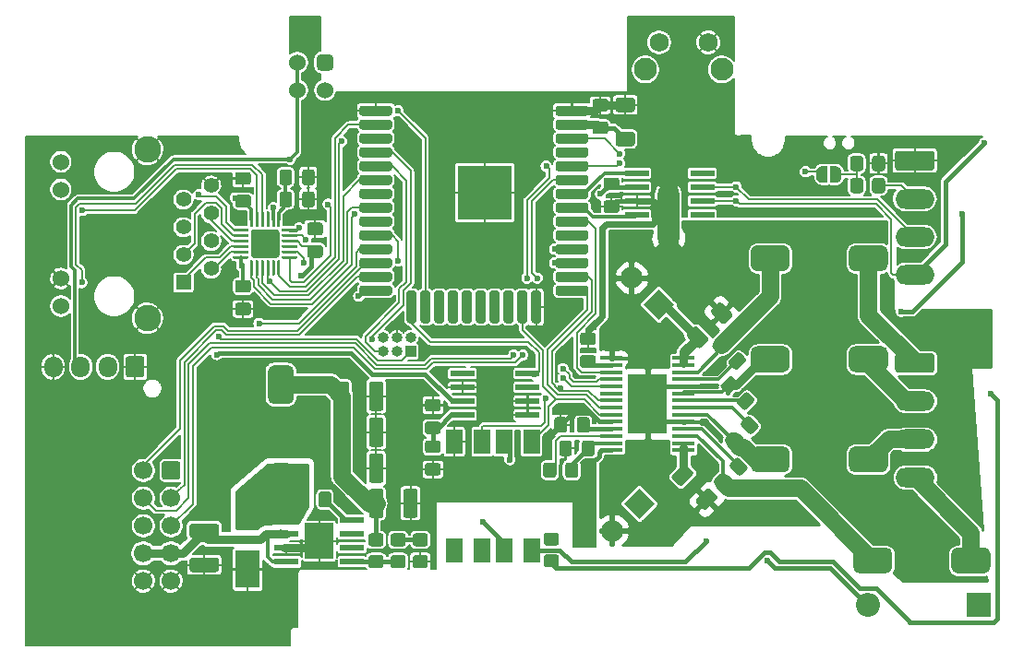
<source format=gbl>
G04 #@! TF.GenerationSoftware,KiCad,Pcbnew,(5.1.8)-1*
G04 #@! TF.CreationDate,2021-07-21T13:57:44+02:00*
G04 #@! TF.ProjectId,sensactHsNano,73656e73-6163-4744-9873-4e616e6f2e6b,rev?*
G04 #@! TF.SameCoordinates,Original*
G04 #@! TF.FileFunction,Copper,L2,Bot*
G04 #@! TF.FilePolarity,Positive*
%FSLAX46Y46*%
G04 Gerber Fmt 4.6, Leading zero omitted, Abs format (unit mm)*
G04 Created by KiCad (PCBNEW (5.1.8)-1) date 2021-07-21 13:57:44*
%MOMM*%
%LPD*%
G01*
G04 APERTURE LIST*
G04 #@! TA.AperFunction,EtchedComponent*
%ADD10C,0.100000*%
G04 #@! TD*
G04 #@! TA.AperFunction,SMDPad,CuDef*
%ADD11C,2.000000*%
G04 #@! TD*
G04 #@! TA.AperFunction,SMDPad,CuDef*
%ADD12C,0.100000*%
G04 #@! TD*
G04 #@! TA.AperFunction,ComponentPad*
%ADD13O,1.700000X1.950000*%
G04 #@! TD*
G04 #@! TA.AperFunction,ComponentPad*
%ADD14C,1.524000*%
G04 #@! TD*
G04 #@! TA.AperFunction,ComponentPad*
%ADD15O,2.200000X2.200000*%
G04 #@! TD*
G04 #@! TA.AperFunction,ComponentPad*
%ADD16R,2.200000X2.200000*%
G04 #@! TD*
G04 #@! TA.AperFunction,ComponentPad*
%ADD17O,3.600000X1.800000*%
G04 #@! TD*
G04 #@! TA.AperFunction,ComponentPad*
%ADD18C,2.000000*%
G04 #@! TD*
G04 #@! TA.AperFunction,ComponentPad*
%ADD19C,0.100000*%
G04 #@! TD*
G04 #@! TA.AperFunction,SMDPad,CuDef*
%ADD20R,1.500000X2.300000*%
G04 #@! TD*
G04 #@! TA.AperFunction,ComponentPad*
%ADD21R,5.000000X5.000000*%
G04 #@! TD*
G04 #@! TA.AperFunction,SMDPad,CuDef*
%ADD22R,2.200000X0.600000*%
G04 #@! TD*
G04 #@! TA.AperFunction,ComponentPad*
%ADD23O,1.000000X1.000000*%
G04 #@! TD*
G04 #@! TA.AperFunction,ComponentPad*
%ADD24R,1.000000X1.000000*%
G04 #@! TD*
G04 #@! TA.AperFunction,ComponentPad*
%ADD25C,2.100000*%
G04 #@! TD*
G04 #@! TA.AperFunction,ComponentPad*
%ADD26C,1.750000*%
G04 #@! TD*
G04 #@! TA.AperFunction,ComponentPad*
%ADD27C,1.700000*%
G04 #@! TD*
G04 #@! TA.AperFunction,ComponentPad*
%ADD28C,2.445000*%
G04 #@! TD*
G04 #@! TA.AperFunction,ComponentPad*
%ADD29C,1.530000*%
G04 #@! TD*
G04 #@! TA.AperFunction,ComponentPad*
%ADD30C,1.398000*%
G04 #@! TD*
G04 #@! TA.AperFunction,ComponentPad*
%ADD31R,1.398000X1.398000*%
G04 #@! TD*
G04 #@! TA.AperFunction,SMDPad,CuDef*
%ADD32R,2.300000X3.500000*%
G04 #@! TD*
G04 #@! TA.AperFunction,ComponentPad*
%ADD33R,3.600000X5.500000*%
G04 #@! TD*
G04 #@! TA.AperFunction,SMDPad,CuDef*
%ADD34R,2.000000X0.400000*%
G04 #@! TD*
G04 #@! TA.AperFunction,ViaPad*
%ADD35C,0.600000*%
G04 #@! TD*
G04 #@! TA.AperFunction,ViaPad*
%ADD36C,1.600000*%
G04 #@! TD*
G04 #@! TA.AperFunction,Conductor*
%ADD37C,0.300000*%
G04 #@! TD*
G04 #@! TA.AperFunction,Conductor*
%ADD38C,0.800000*%
G04 #@! TD*
G04 #@! TA.AperFunction,Conductor*
%ADD39C,0.400000*%
G04 #@! TD*
G04 #@! TA.AperFunction,Conductor*
%ADD40C,1.600000*%
G04 #@! TD*
G04 #@! TA.AperFunction,Conductor*
%ADD41C,0.600000*%
G04 #@! TD*
G04 #@! TA.AperFunction,Conductor*
%ADD42C,0.200000*%
G04 #@! TD*
G04 #@! TA.AperFunction,Conductor*
%ADD43C,0.100000*%
G04 #@! TD*
G04 #@! TA.AperFunction,Conductor*
%ADD44C,0.254000*%
G04 #@! TD*
G04 APERTURE END LIST*
D10*
G36*
X163338000Y-113443000D02*
G01*
X163338000Y-117443000D01*
X165338000Y-117443000D01*
X165338000Y-113443000D01*
X163338000Y-113443000D01*
G37*
D11*
X164338000Y-117443000D03*
X164338000Y-113443000D03*
G04 #@! TA.AperFunction,SMDPad,CuDef*
D12*
G36*
X179720000Y-110883602D02*
G01*
X179744534Y-110883602D01*
X179793365Y-110888412D01*
X179841490Y-110897984D01*
X179888445Y-110912228D01*
X179933778Y-110931005D01*
X179977051Y-110954136D01*
X180017850Y-110981396D01*
X180055779Y-111012524D01*
X180090476Y-111047221D01*
X180121604Y-111085150D01*
X180148864Y-111125949D01*
X180171995Y-111169222D01*
X180190772Y-111214555D01*
X180205016Y-111261510D01*
X180214588Y-111309635D01*
X180219398Y-111358466D01*
X180219398Y-111383000D01*
X180220000Y-111383000D01*
X180220000Y-111883000D01*
X180219398Y-111883000D01*
X180219398Y-111907534D01*
X180214588Y-111956365D01*
X180205016Y-112004490D01*
X180190772Y-112051445D01*
X180171995Y-112096778D01*
X180148864Y-112140051D01*
X180121604Y-112180850D01*
X180090476Y-112218779D01*
X180055779Y-112253476D01*
X180017850Y-112284604D01*
X179977051Y-112311864D01*
X179933778Y-112334995D01*
X179888445Y-112353772D01*
X179841490Y-112368016D01*
X179793365Y-112377588D01*
X179744534Y-112382398D01*
X179720000Y-112382398D01*
X179720000Y-112383000D01*
X179220000Y-112383000D01*
X179220000Y-110883000D01*
X179720000Y-110883000D01*
X179720000Y-110883602D01*
G37*
G04 #@! TD.AperFunction*
G04 #@! TA.AperFunction,SMDPad,CuDef*
G36*
X178920000Y-112383000D02*
G01*
X178420000Y-112383000D01*
X178420000Y-112382398D01*
X178395466Y-112382398D01*
X178346635Y-112377588D01*
X178298510Y-112368016D01*
X178251555Y-112353772D01*
X178206222Y-112334995D01*
X178162949Y-112311864D01*
X178122150Y-112284604D01*
X178084221Y-112253476D01*
X178049524Y-112218779D01*
X178018396Y-112180850D01*
X177991136Y-112140051D01*
X177968005Y-112096778D01*
X177949228Y-112051445D01*
X177934984Y-112004490D01*
X177925412Y-111956365D01*
X177920602Y-111907534D01*
X177920602Y-111883000D01*
X177920000Y-111883000D01*
X177920000Y-111383000D01*
X177920602Y-111383000D01*
X177920602Y-111358466D01*
X177925412Y-111309635D01*
X177934984Y-111261510D01*
X177949228Y-111214555D01*
X177968005Y-111169222D01*
X177991136Y-111125949D01*
X178018396Y-111085150D01*
X178049524Y-111047221D01*
X178084221Y-111012524D01*
X178122150Y-110981396D01*
X178162949Y-110954136D01*
X178206222Y-110931005D01*
X178251555Y-110912228D01*
X178298510Y-110897984D01*
X178346635Y-110888412D01*
X178395466Y-110883602D01*
X178420000Y-110883602D01*
X178420000Y-110883000D01*
X178920000Y-110883000D01*
X178920000Y-112383000D01*
G37*
G04 #@! TD.AperFunction*
G04 #@! TA.AperFunction,SMDPad,CuDef*
G36*
G01*
X183026000Y-111067001D02*
X183026000Y-110166999D01*
G75*
G02*
X183275999Y-109917000I249999J0D01*
G01*
X183976001Y-109917000D01*
G75*
G02*
X184226000Y-110166999I0J-249999D01*
G01*
X184226000Y-111067001D01*
G75*
G02*
X183976001Y-111317000I-249999J0D01*
G01*
X183275999Y-111317000D01*
G75*
G02*
X183026000Y-111067001I0J249999D01*
G01*
G37*
G04 #@! TD.AperFunction*
G04 #@! TA.AperFunction,SMDPad,CuDef*
G36*
G01*
X181026000Y-111067001D02*
X181026000Y-110166999D01*
G75*
G02*
X181275999Y-109917000I249999J0D01*
G01*
X181976001Y-109917000D01*
G75*
G02*
X182226000Y-110166999I0J-249999D01*
G01*
X182226000Y-111067001D01*
G75*
G02*
X181976001Y-111317000I-249999J0D01*
G01*
X181275999Y-111317000D01*
G75*
G02*
X181026000Y-111067001I0J249999D01*
G01*
G37*
G04 #@! TD.AperFunction*
G04 #@! TA.AperFunction,SMDPad,CuDef*
G36*
G01*
X182226000Y-112198999D02*
X182226000Y-113099001D01*
G75*
G02*
X181976001Y-113349000I-249999J0D01*
G01*
X181275999Y-113349000D01*
G75*
G02*
X181026000Y-113099001I0J249999D01*
G01*
X181026000Y-112198999D01*
G75*
G02*
X181275999Y-111949000I249999J0D01*
G01*
X181976001Y-111949000D01*
G75*
G02*
X182226000Y-112198999I0J-249999D01*
G01*
G37*
G04 #@! TD.AperFunction*
G04 #@! TA.AperFunction,SMDPad,CuDef*
G36*
G01*
X184226000Y-112198999D02*
X184226000Y-113099001D01*
G75*
G02*
X183976001Y-113349000I-249999J0D01*
G01*
X183275999Y-113349000D01*
G75*
G02*
X183026000Y-113099001I0J249999D01*
G01*
X183026000Y-112198999D01*
G75*
G02*
X183275999Y-111949000I249999J0D01*
G01*
X183976001Y-111949000D01*
G75*
G02*
X184226000Y-112198999I0J-249999D01*
G01*
G37*
G04 #@! TD.AperFunction*
D13*
X107943000Y-129286000D03*
X110443000Y-129286000D03*
X112943000Y-129286000D03*
G04 #@! TA.AperFunction,ComponentPad*
G36*
G01*
X116293000Y-128561000D02*
X116293000Y-130011000D01*
G75*
G02*
X116043000Y-130261000I-250000J0D01*
G01*
X114843000Y-130261000D01*
G75*
G02*
X114593000Y-130011000I0J250000D01*
G01*
X114593000Y-128561000D01*
G75*
G02*
X114843000Y-128311000I250000J0D01*
G01*
X116043000Y-128311000D01*
G75*
G02*
X116293000Y-128561000I0J-250000D01*
G01*
G37*
G04 #@! TD.AperFunction*
D14*
X130330000Y-103886000D03*
X132870000Y-103886000D03*
X130330000Y-101346000D03*
G04 #@! TA.AperFunction,ComponentPad*
G36*
G01*
X132108000Y-101727000D02*
X132108000Y-100965000D01*
G75*
G02*
X132489000Y-100584000I381000J0D01*
G01*
X133251000Y-100584000D01*
G75*
G02*
X133632000Y-100965000I0J-381000D01*
G01*
X133632000Y-101727000D01*
G75*
G02*
X133251000Y-102108000I-381000J0D01*
G01*
X132489000Y-102108000D01*
G75*
G02*
X132108000Y-101727000I0J381000D01*
G01*
G37*
G04 #@! TD.AperFunction*
D15*
X182676800Y-151130000D03*
D16*
X192836800Y-151130000D03*
G04 #@! TA.AperFunction,SMDPad,CuDef*
G36*
G01*
X130028800Y-138732800D02*
X130028800Y-141132800D01*
G75*
G02*
X129428800Y-141732800I-600000J0D01*
G01*
X128228800Y-141732800D01*
G75*
G02*
X127628800Y-141132800I0J600000D01*
G01*
X127628800Y-138732800D01*
G75*
G02*
X128228800Y-138132800I600000J0D01*
G01*
X129428800Y-138132800D01*
G75*
G02*
X130028800Y-138732800I0J-600000D01*
G01*
G37*
G04 #@! TD.AperFunction*
G04 #@! TA.AperFunction,SMDPad,CuDef*
G36*
G01*
X130028800Y-129732800D02*
X130028800Y-132132800D01*
G75*
G02*
X129428800Y-132732800I-600000J0D01*
G01*
X128228800Y-132732800D01*
G75*
G02*
X127628800Y-132132800I0J600000D01*
G01*
X127628800Y-129732800D01*
G75*
G02*
X128228800Y-129132800I600000J0D01*
G01*
X129428800Y-129132800D01*
G75*
G02*
X130028800Y-129732800I0J-600000D01*
G01*
G37*
G04 #@! TD.AperFunction*
D17*
X186944000Y-139430400D03*
X186944000Y-135930400D03*
X186944000Y-132430400D03*
G04 #@! TA.AperFunction,ComponentPad*
G36*
G01*
X185394000Y-128030400D02*
X188494000Y-128030400D01*
G75*
G02*
X188744000Y-128280400I0J-250000D01*
G01*
X188744000Y-129580400D01*
G75*
G02*
X188494000Y-129830400I-250000J0D01*
G01*
X185394000Y-129830400D01*
G75*
G02*
X185144000Y-129580400I0J250000D01*
G01*
X185144000Y-128280400D01*
G75*
G02*
X185394000Y-128030400I250000J0D01*
G01*
G37*
G04 #@! TD.AperFunction*
D18*
X159196126Y-144333874D03*
G04 #@! TA.AperFunction,ComponentPad*
D19*
G36*
X161671000Y-140444786D02*
G01*
X163085214Y-141859000D01*
X161671000Y-143273214D01*
X160256786Y-141859000D01*
X161671000Y-140444786D01*
G37*
G04 #@! TD.AperFunction*
D20*
X149250400Y-146173200D03*
X151790400Y-146173200D03*
X151790400Y-136173200D03*
X149250400Y-136173200D03*
X147269200Y-136173200D03*
X144729200Y-136173200D03*
X144729200Y-146173200D03*
X147269200Y-146173200D03*
G04 #@! TA.AperFunction,SMDPad,CuDef*
G36*
G01*
X154069201Y-145716800D02*
X153169199Y-145716800D01*
G75*
G02*
X152919200Y-145466801I0J249999D01*
G01*
X152919200Y-144766799D01*
G75*
G02*
X153169199Y-144516800I249999J0D01*
G01*
X154069201Y-144516800D01*
G75*
G02*
X154319200Y-144766799I0J-249999D01*
G01*
X154319200Y-145466801D01*
G75*
G02*
X154069201Y-145716800I-249999J0D01*
G01*
G37*
G04 #@! TD.AperFunction*
G04 #@! TA.AperFunction,SMDPad,CuDef*
G36*
G01*
X154069201Y-147716800D02*
X153169199Y-147716800D01*
G75*
G02*
X152919200Y-147466801I0J249999D01*
G01*
X152919200Y-146766799D01*
G75*
G02*
X153169199Y-146516800I249999J0D01*
G01*
X154069201Y-146516800D01*
G75*
G02*
X154319200Y-146766799I0J-249999D01*
G01*
X154319200Y-147466801D01*
G75*
G02*
X154069201Y-147716800I-249999J0D01*
G01*
G37*
G04 #@! TD.AperFunction*
G04 #@! TA.AperFunction,SMDPad,CuDef*
G36*
G01*
X169244017Y-125299225D02*
X168324775Y-124379983D01*
G75*
G02*
X168324775Y-124026433I176775J176775D01*
G01*
X168908141Y-123443067D01*
G75*
G02*
X169261691Y-123443067I176775J-176775D01*
G01*
X170180933Y-124362309D01*
G75*
G02*
X170180933Y-124715859I-176775J-176775D01*
G01*
X169597567Y-125299225D01*
G75*
G02*
X169244017Y-125299225I-176775J176775D01*
G01*
G37*
G04 #@! TD.AperFunction*
G04 #@! TA.AperFunction,SMDPad,CuDef*
G36*
G01*
X167034309Y-127508933D02*
X166115067Y-126589691D01*
G75*
G02*
X166115067Y-126236141I176775J176775D01*
G01*
X166698433Y-125652775D01*
G75*
G02*
X167051983Y-125652775I176775J-176775D01*
G01*
X167971225Y-126572017D01*
G75*
G02*
X167971225Y-126925567I-176775J-176775D01*
G01*
X167387859Y-127508933D01*
G75*
G02*
X167034309Y-127508933I-176775J176775D01*
G01*
G37*
G04 #@! TD.AperFunction*
G04 #@! TA.AperFunction,SMDPad,CuDef*
G36*
G01*
X166927775Y-141431017D02*
X167847017Y-140511775D01*
G75*
G02*
X168200567Y-140511775I176775J-176775D01*
G01*
X168783933Y-141095141D01*
G75*
G02*
X168783933Y-141448691I-176775J-176775D01*
G01*
X167864691Y-142367933D01*
G75*
G02*
X167511141Y-142367933I-176775J176775D01*
G01*
X166927775Y-141784567D01*
G75*
G02*
X166927775Y-141431017I176775J176775D01*
G01*
G37*
G04 #@! TD.AperFunction*
G04 #@! TA.AperFunction,SMDPad,CuDef*
G36*
G01*
X164718067Y-139221309D02*
X165637309Y-138302067D01*
G75*
G02*
X165990859Y-138302067I176775J-176775D01*
G01*
X166574225Y-138885433D01*
G75*
G02*
X166574225Y-139238983I-176775J-176775D01*
G01*
X165654983Y-140158225D01*
G75*
G02*
X165301433Y-140158225I-176775J176775D01*
G01*
X164718067Y-139574859D01*
G75*
G02*
X164718067Y-139221309I176775J176775D01*
G01*
G37*
G04 #@! TD.AperFunction*
G04 #@! TA.AperFunction,SMDPad,CuDef*
G36*
G01*
X136010500Y-106009000D02*
X136010500Y-105559000D01*
G75*
G02*
X136235500Y-105334000I225000J0D01*
G01*
X138785500Y-105334000D01*
G75*
G02*
X139010500Y-105559000I0J-225000D01*
G01*
X139010500Y-106009000D01*
G75*
G02*
X138785500Y-106234000I-225000J0D01*
G01*
X136235500Y-106234000D01*
G75*
G02*
X136010500Y-106009000I0J225000D01*
G01*
G37*
G04 #@! TD.AperFunction*
G04 #@! TA.AperFunction,SMDPad,CuDef*
G36*
G01*
X136010500Y-107279000D02*
X136010500Y-106829000D01*
G75*
G02*
X136235500Y-106604000I225000J0D01*
G01*
X138785500Y-106604000D01*
G75*
G02*
X139010500Y-106829000I0J-225000D01*
G01*
X139010500Y-107279000D01*
G75*
G02*
X138785500Y-107504000I-225000J0D01*
G01*
X136235500Y-107504000D01*
G75*
G02*
X136010500Y-107279000I0J225000D01*
G01*
G37*
G04 #@! TD.AperFunction*
G04 #@! TA.AperFunction,SMDPad,CuDef*
G36*
G01*
X136010500Y-108549000D02*
X136010500Y-108099000D01*
G75*
G02*
X136235500Y-107874000I225000J0D01*
G01*
X138785500Y-107874000D01*
G75*
G02*
X139010500Y-108099000I0J-225000D01*
G01*
X139010500Y-108549000D01*
G75*
G02*
X138785500Y-108774000I-225000J0D01*
G01*
X136235500Y-108774000D01*
G75*
G02*
X136010500Y-108549000I0J225000D01*
G01*
G37*
G04 #@! TD.AperFunction*
G04 #@! TA.AperFunction,SMDPad,CuDef*
G36*
G01*
X136010500Y-109819000D02*
X136010500Y-109369000D01*
G75*
G02*
X136235500Y-109144000I225000J0D01*
G01*
X138785500Y-109144000D01*
G75*
G02*
X139010500Y-109369000I0J-225000D01*
G01*
X139010500Y-109819000D01*
G75*
G02*
X138785500Y-110044000I-225000J0D01*
G01*
X136235500Y-110044000D01*
G75*
G02*
X136010500Y-109819000I0J225000D01*
G01*
G37*
G04 #@! TD.AperFunction*
G04 #@! TA.AperFunction,SMDPad,CuDef*
G36*
G01*
X136010500Y-111089000D02*
X136010500Y-110639000D01*
G75*
G02*
X136235500Y-110414000I225000J0D01*
G01*
X138785500Y-110414000D01*
G75*
G02*
X139010500Y-110639000I0J-225000D01*
G01*
X139010500Y-111089000D01*
G75*
G02*
X138785500Y-111314000I-225000J0D01*
G01*
X136235500Y-111314000D01*
G75*
G02*
X136010500Y-111089000I0J225000D01*
G01*
G37*
G04 #@! TD.AperFunction*
G04 #@! TA.AperFunction,SMDPad,CuDef*
G36*
G01*
X136010500Y-112359000D02*
X136010500Y-111909000D01*
G75*
G02*
X136235500Y-111684000I225000J0D01*
G01*
X138785500Y-111684000D01*
G75*
G02*
X139010500Y-111909000I0J-225000D01*
G01*
X139010500Y-112359000D01*
G75*
G02*
X138785500Y-112584000I-225000J0D01*
G01*
X136235500Y-112584000D01*
G75*
G02*
X136010500Y-112359000I0J225000D01*
G01*
G37*
G04 #@! TD.AperFunction*
G04 #@! TA.AperFunction,SMDPad,CuDef*
G36*
G01*
X136010500Y-113629000D02*
X136010500Y-113179000D01*
G75*
G02*
X136235500Y-112954000I225000J0D01*
G01*
X138785500Y-112954000D01*
G75*
G02*
X139010500Y-113179000I0J-225000D01*
G01*
X139010500Y-113629000D01*
G75*
G02*
X138785500Y-113854000I-225000J0D01*
G01*
X136235500Y-113854000D01*
G75*
G02*
X136010500Y-113629000I0J225000D01*
G01*
G37*
G04 #@! TD.AperFunction*
G04 #@! TA.AperFunction,SMDPad,CuDef*
G36*
G01*
X136010500Y-114899000D02*
X136010500Y-114449000D01*
G75*
G02*
X136235500Y-114224000I225000J0D01*
G01*
X138785500Y-114224000D01*
G75*
G02*
X139010500Y-114449000I0J-225000D01*
G01*
X139010500Y-114899000D01*
G75*
G02*
X138785500Y-115124000I-225000J0D01*
G01*
X136235500Y-115124000D01*
G75*
G02*
X136010500Y-114899000I0J225000D01*
G01*
G37*
G04 #@! TD.AperFunction*
G04 #@! TA.AperFunction,SMDPad,CuDef*
G36*
G01*
X136010500Y-116169000D02*
X136010500Y-115719000D01*
G75*
G02*
X136235500Y-115494000I225000J0D01*
G01*
X138785500Y-115494000D01*
G75*
G02*
X139010500Y-115719000I0J-225000D01*
G01*
X139010500Y-116169000D01*
G75*
G02*
X138785500Y-116394000I-225000J0D01*
G01*
X136235500Y-116394000D01*
G75*
G02*
X136010500Y-116169000I0J225000D01*
G01*
G37*
G04 #@! TD.AperFunction*
G04 #@! TA.AperFunction,SMDPad,CuDef*
G36*
G01*
X136010500Y-117439000D02*
X136010500Y-116989000D01*
G75*
G02*
X136235500Y-116764000I225000J0D01*
G01*
X138785500Y-116764000D01*
G75*
G02*
X139010500Y-116989000I0J-225000D01*
G01*
X139010500Y-117439000D01*
G75*
G02*
X138785500Y-117664000I-225000J0D01*
G01*
X136235500Y-117664000D01*
G75*
G02*
X136010500Y-117439000I0J225000D01*
G01*
G37*
G04 #@! TD.AperFunction*
G04 #@! TA.AperFunction,SMDPad,CuDef*
G36*
G01*
X136010500Y-118709000D02*
X136010500Y-118259000D01*
G75*
G02*
X136235500Y-118034000I225000J0D01*
G01*
X138785500Y-118034000D01*
G75*
G02*
X139010500Y-118259000I0J-225000D01*
G01*
X139010500Y-118709000D01*
G75*
G02*
X138785500Y-118934000I-225000J0D01*
G01*
X136235500Y-118934000D01*
G75*
G02*
X136010500Y-118709000I0J225000D01*
G01*
G37*
G04 #@! TD.AperFunction*
G04 #@! TA.AperFunction,SMDPad,CuDef*
G36*
G01*
X136010500Y-119979000D02*
X136010500Y-119529000D01*
G75*
G02*
X136235500Y-119304000I225000J0D01*
G01*
X138785500Y-119304000D01*
G75*
G02*
X139010500Y-119529000I0J-225000D01*
G01*
X139010500Y-119979000D01*
G75*
G02*
X138785500Y-120204000I-225000J0D01*
G01*
X136235500Y-120204000D01*
G75*
G02*
X136010500Y-119979000I0J225000D01*
G01*
G37*
G04 #@! TD.AperFunction*
G04 #@! TA.AperFunction,SMDPad,CuDef*
G36*
G01*
X136010500Y-121249000D02*
X136010500Y-120799000D01*
G75*
G02*
X136235500Y-120574000I225000J0D01*
G01*
X138785500Y-120574000D01*
G75*
G02*
X139010500Y-120799000I0J-225000D01*
G01*
X139010500Y-121249000D01*
G75*
G02*
X138785500Y-121474000I-225000J0D01*
G01*
X136235500Y-121474000D01*
G75*
G02*
X136010500Y-121249000I0J225000D01*
G01*
G37*
G04 #@! TD.AperFunction*
G04 #@! TA.AperFunction,SMDPad,CuDef*
G36*
G01*
X136010500Y-122519000D02*
X136010500Y-122069000D01*
G75*
G02*
X136235500Y-121844000I225000J0D01*
G01*
X138785500Y-121844000D01*
G75*
G02*
X139010500Y-122069000I0J-225000D01*
G01*
X139010500Y-122519000D01*
G75*
G02*
X138785500Y-122744000I-225000J0D01*
G01*
X136235500Y-122744000D01*
G75*
G02*
X136010500Y-122519000I0J225000D01*
G01*
G37*
G04 #@! TD.AperFunction*
G04 #@! TA.AperFunction,SMDPad,CuDef*
G36*
G01*
X141020500Y-125294000D02*
X140570500Y-125294000D01*
G75*
G02*
X140345500Y-125069000I0J225000D01*
G01*
X140345500Y-122519000D01*
G75*
G02*
X140570500Y-122294000I225000J0D01*
G01*
X141020500Y-122294000D01*
G75*
G02*
X141245500Y-122519000I0J-225000D01*
G01*
X141245500Y-125069000D01*
G75*
G02*
X141020500Y-125294000I-225000J0D01*
G01*
G37*
G04 #@! TD.AperFunction*
G04 #@! TA.AperFunction,SMDPad,CuDef*
G36*
G01*
X142290500Y-125294000D02*
X141840500Y-125294000D01*
G75*
G02*
X141615500Y-125069000I0J225000D01*
G01*
X141615500Y-122519000D01*
G75*
G02*
X141840500Y-122294000I225000J0D01*
G01*
X142290500Y-122294000D01*
G75*
G02*
X142515500Y-122519000I0J-225000D01*
G01*
X142515500Y-125069000D01*
G75*
G02*
X142290500Y-125294000I-225000J0D01*
G01*
G37*
G04 #@! TD.AperFunction*
G04 #@! TA.AperFunction,SMDPad,CuDef*
G36*
G01*
X143560500Y-125294000D02*
X143110500Y-125294000D01*
G75*
G02*
X142885500Y-125069000I0J225000D01*
G01*
X142885500Y-122519000D01*
G75*
G02*
X143110500Y-122294000I225000J0D01*
G01*
X143560500Y-122294000D01*
G75*
G02*
X143785500Y-122519000I0J-225000D01*
G01*
X143785500Y-125069000D01*
G75*
G02*
X143560500Y-125294000I-225000J0D01*
G01*
G37*
G04 #@! TD.AperFunction*
G04 #@! TA.AperFunction,SMDPad,CuDef*
G36*
G01*
X144830500Y-125294000D02*
X144380500Y-125294000D01*
G75*
G02*
X144155500Y-125069000I0J225000D01*
G01*
X144155500Y-122519000D01*
G75*
G02*
X144380500Y-122294000I225000J0D01*
G01*
X144830500Y-122294000D01*
G75*
G02*
X145055500Y-122519000I0J-225000D01*
G01*
X145055500Y-125069000D01*
G75*
G02*
X144830500Y-125294000I-225000J0D01*
G01*
G37*
G04 #@! TD.AperFunction*
G04 #@! TA.AperFunction,SMDPad,CuDef*
G36*
G01*
X146100500Y-125294000D02*
X145650500Y-125294000D01*
G75*
G02*
X145425500Y-125069000I0J225000D01*
G01*
X145425500Y-122519000D01*
G75*
G02*
X145650500Y-122294000I225000J0D01*
G01*
X146100500Y-122294000D01*
G75*
G02*
X146325500Y-122519000I0J-225000D01*
G01*
X146325500Y-125069000D01*
G75*
G02*
X146100500Y-125294000I-225000J0D01*
G01*
G37*
G04 #@! TD.AperFunction*
G04 #@! TA.AperFunction,SMDPad,CuDef*
G36*
G01*
X147370500Y-125294000D02*
X146920500Y-125294000D01*
G75*
G02*
X146695500Y-125069000I0J225000D01*
G01*
X146695500Y-122519000D01*
G75*
G02*
X146920500Y-122294000I225000J0D01*
G01*
X147370500Y-122294000D01*
G75*
G02*
X147595500Y-122519000I0J-225000D01*
G01*
X147595500Y-125069000D01*
G75*
G02*
X147370500Y-125294000I-225000J0D01*
G01*
G37*
G04 #@! TD.AperFunction*
G04 #@! TA.AperFunction,SMDPad,CuDef*
G36*
G01*
X148640500Y-125294000D02*
X148190500Y-125294000D01*
G75*
G02*
X147965500Y-125069000I0J225000D01*
G01*
X147965500Y-122519000D01*
G75*
G02*
X148190500Y-122294000I225000J0D01*
G01*
X148640500Y-122294000D01*
G75*
G02*
X148865500Y-122519000I0J-225000D01*
G01*
X148865500Y-125069000D01*
G75*
G02*
X148640500Y-125294000I-225000J0D01*
G01*
G37*
G04 #@! TD.AperFunction*
G04 #@! TA.AperFunction,SMDPad,CuDef*
G36*
G01*
X149910500Y-125294000D02*
X149460500Y-125294000D01*
G75*
G02*
X149235500Y-125069000I0J225000D01*
G01*
X149235500Y-122519000D01*
G75*
G02*
X149460500Y-122294000I225000J0D01*
G01*
X149910500Y-122294000D01*
G75*
G02*
X150135500Y-122519000I0J-225000D01*
G01*
X150135500Y-125069000D01*
G75*
G02*
X149910500Y-125294000I-225000J0D01*
G01*
G37*
G04 #@! TD.AperFunction*
G04 #@! TA.AperFunction,SMDPad,CuDef*
G36*
G01*
X151180500Y-125294000D02*
X150730500Y-125294000D01*
G75*
G02*
X150505500Y-125069000I0J225000D01*
G01*
X150505500Y-122519000D01*
G75*
G02*
X150730500Y-122294000I225000J0D01*
G01*
X151180500Y-122294000D01*
G75*
G02*
X151405500Y-122519000I0J-225000D01*
G01*
X151405500Y-125069000D01*
G75*
G02*
X151180500Y-125294000I-225000J0D01*
G01*
G37*
G04 #@! TD.AperFunction*
G04 #@! TA.AperFunction,SMDPad,CuDef*
G36*
G01*
X152450500Y-125294000D02*
X152000500Y-125294000D01*
G75*
G02*
X151775500Y-125069000I0J225000D01*
G01*
X151775500Y-122519000D01*
G75*
G02*
X152000500Y-122294000I225000J0D01*
G01*
X152450500Y-122294000D01*
G75*
G02*
X152675500Y-122519000I0J-225000D01*
G01*
X152675500Y-125069000D01*
G75*
G02*
X152450500Y-125294000I-225000J0D01*
G01*
G37*
G04 #@! TD.AperFunction*
G04 #@! TA.AperFunction,SMDPad,CuDef*
G36*
G01*
X157010500Y-122069000D02*
X157010500Y-122519000D01*
G75*
G02*
X156785500Y-122744000I-225000J0D01*
G01*
X154235500Y-122744000D01*
G75*
G02*
X154010500Y-122519000I0J225000D01*
G01*
X154010500Y-122069000D01*
G75*
G02*
X154235500Y-121844000I225000J0D01*
G01*
X156785500Y-121844000D01*
G75*
G02*
X157010500Y-122069000I0J-225000D01*
G01*
G37*
G04 #@! TD.AperFunction*
G04 #@! TA.AperFunction,SMDPad,CuDef*
G36*
G01*
X157010500Y-120799000D02*
X157010500Y-121249000D01*
G75*
G02*
X156785500Y-121474000I-225000J0D01*
G01*
X154235500Y-121474000D01*
G75*
G02*
X154010500Y-121249000I0J225000D01*
G01*
X154010500Y-120799000D01*
G75*
G02*
X154235500Y-120574000I225000J0D01*
G01*
X156785500Y-120574000D01*
G75*
G02*
X157010500Y-120799000I0J-225000D01*
G01*
G37*
G04 #@! TD.AperFunction*
G04 #@! TA.AperFunction,SMDPad,CuDef*
G36*
G01*
X157010500Y-119529000D02*
X157010500Y-119979000D01*
G75*
G02*
X156785500Y-120204000I-225000J0D01*
G01*
X154235500Y-120204000D01*
G75*
G02*
X154010500Y-119979000I0J225000D01*
G01*
X154010500Y-119529000D01*
G75*
G02*
X154235500Y-119304000I225000J0D01*
G01*
X156785500Y-119304000D01*
G75*
G02*
X157010500Y-119529000I0J-225000D01*
G01*
G37*
G04 #@! TD.AperFunction*
G04 #@! TA.AperFunction,SMDPad,CuDef*
G36*
G01*
X157010500Y-118259000D02*
X157010500Y-118709000D01*
G75*
G02*
X156785500Y-118934000I-225000J0D01*
G01*
X154235500Y-118934000D01*
G75*
G02*
X154010500Y-118709000I0J225000D01*
G01*
X154010500Y-118259000D01*
G75*
G02*
X154235500Y-118034000I225000J0D01*
G01*
X156785500Y-118034000D01*
G75*
G02*
X157010500Y-118259000I0J-225000D01*
G01*
G37*
G04 #@! TD.AperFunction*
G04 #@! TA.AperFunction,SMDPad,CuDef*
G36*
G01*
X157010500Y-116989000D02*
X157010500Y-117439000D01*
G75*
G02*
X156785500Y-117664000I-225000J0D01*
G01*
X154235500Y-117664000D01*
G75*
G02*
X154010500Y-117439000I0J225000D01*
G01*
X154010500Y-116989000D01*
G75*
G02*
X154235500Y-116764000I225000J0D01*
G01*
X156785500Y-116764000D01*
G75*
G02*
X157010500Y-116989000I0J-225000D01*
G01*
G37*
G04 #@! TD.AperFunction*
G04 #@! TA.AperFunction,SMDPad,CuDef*
G36*
G01*
X157010500Y-115719000D02*
X157010500Y-116169000D01*
G75*
G02*
X156785500Y-116394000I-225000J0D01*
G01*
X154235500Y-116394000D01*
G75*
G02*
X154010500Y-116169000I0J225000D01*
G01*
X154010500Y-115719000D01*
G75*
G02*
X154235500Y-115494000I225000J0D01*
G01*
X156785500Y-115494000D01*
G75*
G02*
X157010500Y-115719000I0J-225000D01*
G01*
G37*
G04 #@! TD.AperFunction*
G04 #@! TA.AperFunction,SMDPad,CuDef*
G36*
G01*
X157010500Y-114449000D02*
X157010500Y-114899000D01*
G75*
G02*
X156785500Y-115124000I-225000J0D01*
G01*
X154235500Y-115124000D01*
G75*
G02*
X154010500Y-114899000I0J225000D01*
G01*
X154010500Y-114449000D01*
G75*
G02*
X154235500Y-114224000I225000J0D01*
G01*
X156785500Y-114224000D01*
G75*
G02*
X157010500Y-114449000I0J-225000D01*
G01*
G37*
G04 #@! TD.AperFunction*
G04 #@! TA.AperFunction,SMDPad,CuDef*
G36*
G01*
X157010500Y-113179000D02*
X157010500Y-113629000D01*
G75*
G02*
X156785500Y-113854000I-225000J0D01*
G01*
X154235500Y-113854000D01*
G75*
G02*
X154010500Y-113629000I0J225000D01*
G01*
X154010500Y-113179000D01*
G75*
G02*
X154235500Y-112954000I225000J0D01*
G01*
X156785500Y-112954000D01*
G75*
G02*
X157010500Y-113179000I0J-225000D01*
G01*
G37*
G04 #@! TD.AperFunction*
G04 #@! TA.AperFunction,SMDPad,CuDef*
G36*
G01*
X157010500Y-111909000D02*
X157010500Y-112359000D01*
G75*
G02*
X156785500Y-112584000I-225000J0D01*
G01*
X154235500Y-112584000D01*
G75*
G02*
X154010500Y-112359000I0J225000D01*
G01*
X154010500Y-111909000D01*
G75*
G02*
X154235500Y-111684000I225000J0D01*
G01*
X156785500Y-111684000D01*
G75*
G02*
X157010500Y-111909000I0J-225000D01*
G01*
G37*
G04 #@! TD.AperFunction*
G04 #@! TA.AperFunction,SMDPad,CuDef*
G36*
G01*
X157010500Y-110639000D02*
X157010500Y-111089000D01*
G75*
G02*
X156785500Y-111314000I-225000J0D01*
G01*
X154235500Y-111314000D01*
G75*
G02*
X154010500Y-111089000I0J225000D01*
G01*
X154010500Y-110639000D01*
G75*
G02*
X154235500Y-110414000I225000J0D01*
G01*
X156785500Y-110414000D01*
G75*
G02*
X157010500Y-110639000I0J-225000D01*
G01*
G37*
G04 #@! TD.AperFunction*
G04 #@! TA.AperFunction,SMDPad,CuDef*
G36*
G01*
X157010500Y-109369000D02*
X157010500Y-109819000D01*
G75*
G02*
X156785500Y-110044000I-225000J0D01*
G01*
X154235500Y-110044000D01*
G75*
G02*
X154010500Y-109819000I0J225000D01*
G01*
X154010500Y-109369000D01*
G75*
G02*
X154235500Y-109144000I225000J0D01*
G01*
X156785500Y-109144000D01*
G75*
G02*
X157010500Y-109369000I0J-225000D01*
G01*
G37*
G04 #@! TD.AperFunction*
G04 #@! TA.AperFunction,SMDPad,CuDef*
G36*
G01*
X157010500Y-108099000D02*
X157010500Y-108549000D01*
G75*
G02*
X156785500Y-108774000I-225000J0D01*
G01*
X154235500Y-108774000D01*
G75*
G02*
X154010500Y-108549000I0J225000D01*
G01*
X154010500Y-108099000D01*
G75*
G02*
X154235500Y-107874000I225000J0D01*
G01*
X156785500Y-107874000D01*
G75*
G02*
X157010500Y-108099000I0J-225000D01*
G01*
G37*
G04 #@! TD.AperFunction*
G04 #@! TA.AperFunction,SMDPad,CuDef*
G36*
G01*
X157010500Y-106829000D02*
X157010500Y-107279000D01*
G75*
G02*
X156785500Y-107504000I-225000J0D01*
G01*
X154235500Y-107504000D01*
G75*
G02*
X154010500Y-107279000I0J225000D01*
G01*
X154010500Y-106829000D01*
G75*
G02*
X154235500Y-106604000I225000J0D01*
G01*
X156785500Y-106604000D01*
G75*
G02*
X157010500Y-106829000I0J-225000D01*
G01*
G37*
G04 #@! TD.AperFunction*
G04 #@! TA.AperFunction,SMDPad,CuDef*
G36*
G01*
X157010500Y-105559000D02*
X157010500Y-106009000D01*
G75*
G02*
X156785500Y-106234000I-225000J0D01*
G01*
X154235500Y-106234000D01*
G75*
G02*
X154010500Y-106009000I0J225000D01*
G01*
X154010500Y-105559000D01*
G75*
G02*
X154235500Y-105334000I225000J0D01*
G01*
X156785500Y-105334000D01*
G75*
G02*
X157010500Y-105559000I0J-225000D01*
G01*
G37*
G04 #@! TD.AperFunction*
D21*
X147510500Y-113284000D03*
G04 #@! TA.AperFunction,ComponentPad*
D19*
G36*
X133634000Y-143638000D02*
G01*
X133634000Y-146938000D01*
X131034000Y-146938000D01*
X131034000Y-143638000D01*
X133634000Y-143638000D01*
G37*
G04 #@! TD.AperFunction*
D22*
X129334000Y-143383000D03*
X129334000Y-144653000D03*
X129334000Y-145923000D03*
X129334000Y-147193000D03*
X135334000Y-147193000D03*
X135334000Y-145923000D03*
X135334000Y-144653000D03*
X135334000Y-143383000D03*
D23*
X138176000Y-126619000D03*
X138176000Y-127889000D03*
X139446000Y-126619000D03*
X139446000Y-127889000D03*
X140716000Y-126619000D03*
D24*
X140716000Y-127889000D03*
D25*
X169250000Y-101990000D03*
D26*
X168000000Y-99500000D03*
X163500000Y-99500000D03*
D25*
X162240000Y-101990000D03*
D18*
X160974126Y-121096126D03*
G04 #@! TA.AperFunction,ComponentPad*
D19*
G36*
X164863214Y-123571000D02*
G01*
X163449000Y-124985214D01*
X162034786Y-123571000D01*
X163449000Y-122156786D01*
X164863214Y-123571000D01*
G37*
G04 #@! TD.AperFunction*
G04 #@! TA.AperFunction,SMDPad,CuDef*
G36*
G01*
X174881000Y-129787500D02*
X172481000Y-129787500D01*
G75*
G02*
X171881000Y-129187500I0J600000D01*
G01*
X171881000Y-127987500D01*
G75*
G02*
X172481000Y-127387500I600000J0D01*
G01*
X174881000Y-127387500D01*
G75*
G02*
X175481000Y-127987500I0J-600000D01*
G01*
X175481000Y-129187500D01*
G75*
G02*
X174881000Y-129787500I-600000J0D01*
G01*
G37*
G04 #@! TD.AperFunction*
G04 #@! TA.AperFunction,SMDPad,CuDef*
G36*
G01*
X183881000Y-129787500D02*
X181481000Y-129787500D01*
G75*
G02*
X180881000Y-129187500I0J600000D01*
G01*
X180881000Y-127987500D01*
G75*
G02*
X181481000Y-127387500I600000J0D01*
G01*
X183881000Y-127387500D01*
G75*
G02*
X184481000Y-127987500I0J-600000D01*
G01*
X184481000Y-129187500D01*
G75*
G02*
X183881000Y-129787500I-600000J0D01*
G01*
G37*
G04 #@! TD.AperFunction*
G04 #@! TA.AperFunction,SMDPad,CuDef*
G36*
G01*
X174881000Y-120516500D02*
X172481000Y-120516500D01*
G75*
G02*
X171881000Y-119916500I0J600000D01*
G01*
X171881000Y-118716500D01*
G75*
G02*
X172481000Y-118116500I600000J0D01*
G01*
X174881000Y-118116500D01*
G75*
G02*
X175481000Y-118716500I0J-600000D01*
G01*
X175481000Y-119916500D01*
G75*
G02*
X174881000Y-120516500I-600000J0D01*
G01*
G37*
G04 #@! TD.AperFunction*
G04 #@! TA.AperFunction,SMDPad,CuDef*
G36*
G01*
X183881000Y-120516500D02*
X181481000Y-120516500D01*
G75*
G02*
X180881000Y-119916500I0J600000D01*
G01*
X180881000Y-118716500D01*
G75*
G02*
X181481000Y-118116500I600000J0D01*
G01*
X183881000Y-118116500D01*
G75*
G02*
X184481000Y-118716500I0J-600000D01*
G01*
X184481000Y-119916500D01*
G75*
G02*
X183881000Y-120516500I-600000J0D01*
G01*
G37*
G04 #@! TD.AperFunction*
G04 #@! TA.AperFunction,SMDPad,CuDef*
G36*
G01*
X174881000Y-138995000D02*
X172481000Y-138995000D01*
G75*
G02*
X171881000Y-138395000I0J600000D01*
G01*
X171881000Y-137195000D01*
G75*
G02*
X172481000Y-136595000I600000J0D01*
G01*
X174881000Y-136595000D01*
G75*
G02*
X175481000Y-137195000I0J-600000D01*
G01*
X175481000Y-138395000D01*
G75*
G02*
X174881000Y-138995000I-600000J0D01*
G01*
G37*
G04 #@! TD.AperFunction*
G04 #@! TA.AperFunction,SMDPad,CuDef*
G36*
G01*
X183881000Y-138995000D02*
X181481000Y-138995000D01*
G75*
G02*
X180881000Y-138395000I0J600000D01*
G01*
X180881000Y-137195000D01*
G75*
G02*
X181481000Y-136595000I600000J0D01*
G01*
X183881000Y-136595000D01*
G75*
G02*
X184481000Y-137195000I0J-600000D01*
G01*
X184481000Y-138395000D01*
G75*
G02*
X183881000Y-138995000I-600000J0D01*
G01*
G37*
G04 #@! TD.AperFunction*
G04 #@! TA.AperFunction,SMDPad,CuDef*
G36*
G01*
X184283200Y-148266000D02*
X181883200Y-148266000D01*
G75*
G02*
X181283200Y-147666000I0J600000D01*
G01*
X181283200Y-146466000D01*
G75*
G02*
X181883200Y-145866000I600000J0D01*
G01*
X184283200Y-145866000D01*
G75*
G02*
X184883200Y-146466000I0J-600000D01*
G01*
X184883200Y-147666000D01*
G75*
G02*
X184283200Y-148266000I-600000J0D01*
G01*
G37*
G04 #@! TD.AperFunction*
G04 #@! TA.AperFunction,SMDPad,CuDef*
G36*
G01*
X193283200Y-148266000D02*
X190883200Y-148266000D01*
G75*
G02*
X190283200Y-147666000I0J600000D01*
G01*
X190283200Y-146466000D01*
G75*
G02*
X190883200Y-145866000I600000J0D01*
G01*
X193283200Y-145866000D01*
G75*
G02*
X193883200Y-146466000I0J-600000D01*
G01*
X193883200Y-147666000D01*
G75*
G02*
X193283200Y-148266000I-600000J0D01*
G01*
G37*
G04 #@! TD.AperFunction*
D27*
X116205000Y-148971000D03*
X116205000Y-146431000D03*
X116205000Y-143891000D03*
X116205000Y-141351000D03*
X116205000Y-138811000D03*
X118745000Y-148971000D03*
X118745000Y-146431000D03*
X118745000Y-143891000D03*
X118745000Y-141351000D03*
G04 #@! TA.AperFunction,ComponentPad*
G36*
G01*
X119595000Y-138211000D02*
X119595000Y-139411000D01*
G75*
G02*
X119345000Y-139661000I-250000J0D01*
G01*
X118145000Y-139661000D01*
G75*
G02*
X117895000Y-139411000I0J250000D01*
G01*
X117895000Y-138211000D01*
G75*
G02*
X118145000Y-137961000I250000J0D01*
G01*
X119345000Y-137961000D01*
G75*
G02*
X119595000Y-138211000I0J-250000D01*
G01*
G37*
G04 #@! TD.AperFunction*
D28*
X116588000Y-109349000D03*
X116588000Y-124839000D03*
D29*
X108638000Y-113009000D03*
X108638000Y-110469000D03*
X108638000Y-121179000D03*
X108638000Y-123719000D03*
D30*
X122428000Y-112654000D03*
X119888000Y-113924000D03*
X122428000Y-115194000D03*
X119888000Y-116464000D03*
X122428000Y-117734000D03*
X119888000Y-119004000D03*
X122428000Y-120274000D03*
D31*
X119888000Y-121544000D03*
G04 #@! TA.AperFunction,SMDPad,CuDef*
G36*
G01*
X141154999Y-146577000D02*
X142055001Y-146577000D01*
G75*
G02*
X142305000Y-146826999I0J-249999D01*
G01*
X142305000Y-147527001D01*
G75*
G02*
X142055001Y-147777000I-249999J0D01*
G01*
X141154999Y-147777000D01*
G75*
G02*
X140905000Y-147527001I0J249999D01*
G01*
X140905000Y-146826999D01*
G75*
G02*
X141154999Y-146577000I249999J0D01*
G01*
G37*
G04 #@! TD.AperFunction*
G04 #@! TA.AperFunction,SMDPad,CuDef*
G36*
G01*
X141154999Y-144577000D02*
X142055001Y-144577000D01*
G75*
G02*
X142305000Y-144826999I0J-249999D01*
G01*
X142305000Y-145527001D01*
G75*
G02*
X142055001Y-145777000I-249999J0D01*
G01*
X141154999Y-145777000D01*
G75*
G02*
X140905000Y-145527001I0J249999D01*
G01*
X140905000Y-144826999D01*
G75*
G02*
X141154999Y-144577000I249999J0D01*
G01*
G37*
G04 #@! TD.AperFunction*
G04 #@! TA.AperFunction,SMDPad,CuDef*
G36*
G01*
X140023001Y-145777000D02*
X139122999Y-145777000D01*
G75*
G02*
X138873000Y-145527001I0J249999D01*
G01*
X138873000Y-144826999D01*
G75*
G02*
X139122999Y-144577000I249999J0D01*
G01*
X140023001Y-144577000D01*
G75*
G02*
X140273000Y-144826999I0J-249999D01*
G01*
X140273000Y-145527001D01*
G75*
G02*
X140023001Y-145777000I-249999J0D01*
G01*
G37*
G04 #@! TD.AperFunction*
G04 #@! TA.AperFunction,SMDPad,CuDef*
G36*
G01*
X140023001Y-147777000D02*
X139122999Y-147777000D01*
G75*
G02*
X138873000Y-147527001I0J249999D01*
G01*
X138873000Y-146826999D01*
G75*
G02*
X139122999Y-146577000I249999J0D01*
G01*
X140023001Y-146577000D01*
G75*
G02*
X140273000Y-146826999I0J-249999D01*
G01*
X140273000Y-147527001D01*
G75*
G02*
X140023001Y-147777000I-249999J0D01*
G01*
G37*
G04 #@! TD.AperFunction*
G04 #@! TA.AperFunction,SMDPad,CuDef*
G36*
G01*
X137090999Y-146577000D02*
X137991001Y-146577000D01*
G75*
G02*
X138241000Y-146826999I0J-249999D01*
G01*
X138241000Y-147527001D01*
G75*
G02*
X137991001Y-147777000I-249999J0D01*
G01*
X137090999Y-147777000D01*
G75*
G02*
X136841000Y-147527001I0J249999D01*
G01*
X136841000Y-146826999D01*
G75*
G02*
X137090999Y-146577000I249999J0D01*
G01*
G37*
G04 #@! TD.AperFunction*
G04 #@! TA.AperFunction,SMDPad,CuDef*
G36*
G01*
X137090999Y-144577000D02*
X137991001Y-144577000D01*
G75*
G02*
X138241000Y-144826999I0J-249999D01*
G01*
X138241000Y-145527001D01*
G75*
G02*
X137991001Y-145777000I-249999J0D01*
G01*
X137090999Y-145777000D01*
G75*
G02*
X136841000Y-145527001I0J249999D01*
G01*
X136841000Y-144826999D01*
G75*
G02*
X137090999Y-144577000I249999J0D01*
G01*
G37*
G04 #@! TD.AperFunction*
D32*
X125780800Y-147886400D03*
X125780800Y-142486400D03*
G04 #@! TA.AperFunction,SMDPad,CuDef*
G36*
G01*
X136891600Y-136405802D02*
X136891600Y-134205798D01*
G75*
G02*
X137141598Y-133955800I249998J0D01*
G01*
X137966602Y-133955800D01*
G75*
G02*
X138216600Y-134205798I0J-249998D01*
G01*
X138216600Y-136405802D01*
G75*
G02*
X137966602Y-136655800I-249998J0D01*
G01*
X137141598Y-136655800D01*
G75*
G02*
X136891600Y-136405802I0J249998D01*
G01*
G37*
G04 #@! TD.AperFunction*
G04 #@! TA.AperFunction,SMDPad,CuDef*
G36*
G01*
X133766600Y-136405802D02*
X133766600Y-134205798D01*
G75*
G02*
X134016598Y-133955800I249998J0D01*
G01*
X134841602Y-133955800D01*
G75*
G02*
X135091600Y-134205798I0J-249998D01*
G01*
X135091600Y-136405802D01*
G75*
G02*
X134841602Y-136655800I-249998J0D01*
G01*
X134016598Y-136655800D01*
G75*
G02*
X133766600Y-136405802I0J249998D01*
G01*
G37*
G04 #@! TD.AperFunction*
G04 #@! TA.AperFunction,SMDPad,CuDef*
G36*
G01*
X136891600Y-139707802D02*
X136891600Y-137507798D01*
G75*
G02*
X137141598Y-137257800I249998J0D01*
G01*
X137966602Y-137257800D01*
G75*
G02*
X138216600Y-137507798I0J-249998D01*
G01*
X138216600Y-139707802D01*
G75*
G02*
X137966602Y-139957800I-249998J0D01*
G01*
X137141598Y-139957800D01*
G75*
G02*
X136891600Y-139707802I0J249998D01*
G01*
G37*
G04 #@! TD.AperFunction*
G04 #@! TA.AperFunction,SMDPad,CuDef*
G36*
G01*
X133766600Y-139707802D02*
X133766600Y-137507798D01*
G75*
G02*
X134016598Y-137257800I249998J0D01*
G01*
X134841602Y-137257800D01*
G75*
G02*
X135091600Y-137507798I0J-249998D01*
G01*
X135091600Y-139707802D01*
G75*
G02*
X134841602Y-139957800I-249998J0D01*
G01*
X134016598Y-139957800D01*
G75*
G02*
X133766600Y-139707802I0J249998D01*
G01*
G37*
G04 #@! TD.AperFunction*
G04 #@! TA.AperFunction,SMDPad,CuDef*
G36*
G01*
X140041200Y-142933602D02*
X140041200Y-140733598D01*
G75*
G02*
X140291198Y-140483600I249998J0D01*
G01*
X141116202Y-140483600D01*
G75*
G02*
X141366200Y-140733598I0J-249998D01*
G01*
X141366200Y-142933602D01*
G75*
G02*
X141116202Y-143183600I-249998J0D01*
G01*
X140291198Y-143183600D01*
G75*
G02*
X140041200Y-142933602I0J249998D01*
G01*
G37*
G04 #@! TD.AperFunction*
G04 #@! TA.AperFunction,SMDPad,CuDef*
G36*
G01*
X136916200Y-142933602D02*
X136916200Y-140733598D01*
G75*
G02*
X137166198Y-140483600I249998J0D01*
G01*
X137991202Y-140483600D01*
G75*
G02*
X138241200Y-140733598I0J-249998D01*
G01*
X138241200Y-142933602D01*
G75*
G02*
X137991202Y-143183600I-249998J0D01*
G01*
X137166198Y-143183600D01*
G75*
G02*
X136916200Y-142933602I0J249998D01*
G01*
G37*
G04 #@! TD.AperFunction*
G04 #@! TA.AperFunction,SMDPad,CuDef*
G36*
G01*
X136891600Y-133103802D02*
X136891600Y-130903798D01*
G75*
G02*
X137141598Y-130653800I249998J0D01*
G01*
X137966602Y-130653800D01*
G75*
G02*
X138216600Y-130903798I0J-249998D01*
G01*
X138216600Y-133103802D01*
G75*
G02*
X137966602Y-133353800I-249998J0D01*
G01*
X137141598Y-133353800D01*
G75*
G02*
X136891600Y-133103802I0J249998D01*
G01*
G37*
G04 #@! TD.AperFunction*
G04 #@! TA.AperFunction,SMDPad,CuDef*
G36*
G01*
X133766600Y-133103802D02*
X133766600Y-130903798D01*
G75*
G02*
X134016598Y-130653800I249998J0D01*
G01*
X134841602Y-130653800D01*
G75*
G02*
X135091600Y-130903798I0J-249998D01*
G01*
X135091600Y-133103802D01*
G75*
G02*
X134841602Y-133353800I-249998J0D01*
G01*
X134016598Y-133353800D01*
G75*
G02*
X133766600Y-133103802I0J249998D01*
G01*
G37*
G04 #@! TD.AperFunction*
G04 #@! TA.AperFunction,SMDPad,CuDef*
G36*
G01*
X132276000Y-141953000D02*
X132276000Y-141003000D01*
G75*
G02*
X132526000Y-140753000I250000J0D01*
G01*
X133201000Y-140753000D01*
G75*
G02*
X133451000Y-141003000I0J-250000D01*
G01*
X133451000Y-141953000D01*
G75*
G02*
X133201000Y-142203000I-250000J0D01*
G01*
X132526000Y-142203000D01*
G75*
G02*
X132276000Y-141953000I0J250000D01*
G01*
G37*
G04 #@! TD.AperFunction*
G04 #@! TA.AperFunction,SMDPad,CuDef*
G36*
G01*
X130201000Y-141953000D02*
X130201000Y-141003000D01*
G75*
G02*
X130451000Y-140753000I250000J0D01*
G01*
X131126000Y-140753000D01*
G75*
G02*
X131376000Y-141003000I0J-250000D01*
G01*
X131376000Y-141953000D01*
G75*
G02*
X131126000Y-142203000I-250000J0D01*
G01*
X130451000Y-142203000D01*
G75*
G02*
X130201000Y-141953000I0J250000D01*
G01*
G37*
G04 #@! TD.AperFunction*
G04 #@! TA.AperFunction,SMDPad,CuDef*
G36*
G01*
X120692998Y-146823000D02*
X122893002Y-146823000D01*
G75*
G02*
X123143000Y-147072998I0J-249998D01*
G01*
X123143000Y-147898002D01*
G75*
G02*
X122893002Y-148148000I-249998J0D01*
G01*
X120692998Y-148148000D01*
G75*
G02*
X120443000Y-147898002I0J249998D01*
G01*
X120443000Y-147072998D01*
G75*
G02*
X120692998Y-146823000I249998J0D01*
G01*
G37*
G04 #@! TD.AperFunction*
G04 #@! TA.AperFunction,SMDPad,CuDef*
G36*
G01*
X120692998Y-143698000D02*
X122893002Y-143698000D01*
G75*
G02*
X123143000Y-143947998I0J-249998D01*
G01*
X123143000Y-144773002D01*
G75*
G02*
X122893002Y-145023000I-249998J0D01*
G01*
X120692998Y-145023000D01*
G75*
G02*
X120443000Y-144773002I0J249998D01*
G01*
X120443000Y-143947998D01*
G75*
G02*
X120692998Y-143698000I249998J0D01*
G01*
G37*
G04 #@! TD.AperFunction*
D17*
X186944000Y-120863000D03*
X186944000Y-117363000D03*
X186944000Y-113863000D03*
G04 #@! TA.AperFunction,ComponentPad*
G36*
G01*
X185394000Y-109463000D02*
X188494000Y-109463000D01*
G75*
G02*
X188744000Y-109713000I0J-250000D01*
G01*
X188744000Y-111013000D01*
G75*
G02*
X188494000Y-111263000I-250000J0D01*
G01*
X185394000Y-111263000D01*
G75*
G02*
X185144000Y-111013000I0J250000D01*
G01*
X185144000Y-109713000D01*
G75*
G02*
X185394000Y-109463000I250000J0D01*
G01*
G37*
G04 #@! TD.AperFunction*
D33*
X162433000Y-132715000D03*
D34*
X165733000Y-136940000D03*
X165733000Y-136290000D03*
X165733000Y-135640000D03*
X165733000Y-134990000D03*
X165733000Y-134340000D03*
X165733000Y-133690000D03*
X165733000Y-133040000D03*
X165733000Y-132390000D03*
X165733000Y-131740000D03*
X165733000Y-131090000D03*
X165733000Y-130440000D03*
X165733000Y-129790000D03*
X165733000Y-129140000D03*
X159133000Y-128490000D03*
X159133000Y-129140000D03*
X159133000Y-129790000D03*
X159133000Y-130440000D03*
X159133000Y-131090000D03*
X159133000Y-131740000D03*
X159133000Y-132390000D03*
X159133000Y-133040000D03*
X159133000Y-133690000D03*
X159133000Y-134340000D03*
X159133000Y-134990000D03*
X159133000Y-135640000D03*
X159133000Y-136290000D03*
X165733000Y-128490000D03*
X159133000Y-136940000D03*
G04 #@! TA.AperFunction,SMDPad,CuDef*
G36*
G01*
X154082800Y-138335599D02*
X154082800Y-139235601D01*
G75*
G02*
X153832801Y-139485600I-249999J0D01*
G01*
X153132799Y-139485600D01*
G75*
G02*
X152882800Y-139235601I0J249999D01*
G01*
X152882800Y-138335599D01*
G75*
G02*
X153132799Y-138085600I249999J0D01*
G01*
X153832801Y-138085600D01*
G75*
G02*
X154082800Y-138335599I0J-249999D01*
G01*
G37*
G04 #@! TD.AperFunction*
G04 #@! TA.AperFunction,SMDPad,CuDef*
G36*
G01*
X156082800Y-138335599D02*
X156082800Y-139235601D01*
G75*
G02*
X155832801Y-139485600I-249999J0D01*
G01*
X155132799Y-139485600D01*
G75*
G02*
X154882800Y-139235601I0J249999D01*
G01*
X154882800Y-138335599D01*
G75*
G02*
X155132799Y-138085600I249999J0D01*
G01*
X155832801Y-138085600D01*
G75*
G02*
X156082800Y-138335599I0J-249999D01*
G01*
G37*
G04 #@! TD.AperFunction*
G04 #@! TA.AperFunction,SMDPad,CuDef*
G36*
G01*
X161051002Y-105907000D02*
X159750998Y-105907000D01*
G75*
G02*
X159501000Y-105657002I0J249998D01*
G01*
X159501000Y-104831998D01*
G75*
G02*
X159750998Y-104582000I249998J0D01*
G01*
X161051002Y-104582000D01*
G75*
G02*
X161301000Y-104831998I0J-249998D01*
G01*
X161301000Y-105657002D01*
G75*
G02*
X161051002Y-105907000I-249998J0D01*
G01*
G37*
G04 #@! TD.AperFunction*
G04 #@! TA.AperFunction,SMDPad,CuDef*
G36*
G01*
X161051002Y-109032000D02*
X159750998Y-109032000D01*
G75*
G02*
X159501000Y-108782002I0J249998D01*
G01*
X159501000Y-107956998D01*
G75*
G02*
X159750998Y-107707000I249998J0D01*
G01*
X161051002Y-107707000D01*
G75*
G02*
X161301000Y-107956998I0J-249998D01*
G01*
X161301000Y-108782002D01*
G75*
G02*
X161051002Y-109032000I-249998J0D01*
G01*
G37*
G04 #@! TD.AperFunction*
G04 #@! TA.AperFunction,SMDPad,CuDef*
G36*
G01*
X158590000Y-105849000D02*
X157640000Y-105849000D01*
G75*
G02*
X157390000Y-105599000I0J250000D01*
G01*
X157390000Y-104924000D01*
G75*
G02*
X157640000Y-104674000I250000J0D01*
G01*
X158590000Y-104674000D01*
G75*
G02*
X158840000Y-104924000I0J-250000D01*
G01*
X158840000Y-105599000D01*
G75*
G02*
X158590000Y-105849000I-250000J0D01*
G01*
G37*
G04 #@! TD.AperFunction*
G04 #@! TA.AperFunction,SMDPad,CuDef*
G36*
G01*
X158590000Y-107924000D02*
X157640000Y-107924000D01*
G75*
G02*
X157390000Y-107674000I0J250000D01*
G01*
X157390000Y-106999000D01*
G75*
G02*
X157640000Y-106749000I250000J0D01*
G01*
X158590000Y-106749000D01*
G75*
G02*
X158840000Y-106999000I0J-250000D01*
G01*
X158840000Y-107674000D01*
G75*
G02*
X158590000Y-107924000I-250000J0D01*
G01*
G37*
G04 #@! TD.AperFunction*
G04 #@! TA.AperFunction,SMDPad,CuDef*
G36*
G01*
X125824000Y-112580000D02*
X124874000Y-112580000D01*
G75*
G02*
X124624000Y-112330000I0J250000D01*
G01*
X124624000Y-111655000D01*
G75*
G02*
X124874000Y-111405000I250000J0D01*
G01*
X125824000Y-111405000D01*
G75*
G02*
X126074000Y-111655000I0J-250000D01*
G01*
X126074000Y-112330000D01*
G75*
G02*
X125824000Y-112580000I-250000J0D01*
G01*
G37*
G04 #@! TD.AperFunction*
G04 #@! TA.AperFunction,SMDPad,CuDef*
G36*
G01*
X125824000Y-114655000D02*
X124874000Y-114655000D01*
G75*
G02*
X124624000Y-114405000I0J250000D01*
G01*
X124624000Y-113730000D01*
G75*
G02*
X124874000Y-113480000I250000J0D01*
G01*
X125824000Y-113480000D01*
G75*
G02*
X126074000Y-113730000I0J-250000D01*
G01*
X126074000Y-114405000D01*
G75*
G02*
X125824000Y-114655000I-250000J0D01*
G01*
G37*
G04 #@! TD.AperFunction*
G04 #@! TA.AperFunction,SMDPad,CuDef*
G36*
G01*
X124874000Y-123386000D02*
X125824000Y-123386000D01*
G75*
G02*
X126074000Y-123636000I0J-250000D01*
G01*
X126074000Y-124311000D01*
G75*
G02*
X125824000Y-124561000I-250000J0D01*
G01*
X124874000Y-124561000D01*
G75*
G02*
X124624000Y-124311000I0J250000D01*
G01*
X124624000Y-123636000D01*
G75*
G02*
X124874000Y-123386000I250000J0D01*
G01*
G37*
G04 #@! TD.AperFunction*
G04 #@! TA.AperFunction,SMDPad,CuDef*
G36*
G01*
X124874000Y-121311000D02*
X125824000Y-121311000D01*
G75*
G02*
X126074000Y-121561000I0J-250000D01*
G01*
X126074000Y-122236000D01*
G75*
G02*
X125824000Y-122486000I-250000J0D01*
G01*
X124874000Y-122486000D01*
G75*
G02*
X124624000Y-122236000I0J250000D01*
G01*
X124624000Y-121561000D01*
G75*
G02*
X124874000Y-121311000I250000J0D01*
G01*
G37*
G04 #@! TD.AperFunction*
G04 #@! TA.AperFunction,SMDPad,CuDef*
G36*
G01*
X132428000Y-117215500D02*
X131478000Y-117215500D01*
G75*
G02*
X131228000Y-116965500I0J250000D01*
G01*
X131228000Y-116290500D01*
G75*
G02*
X131478000Y-116040500I250000J0D01*
G01*
X132428000Y-116040500D01*
G75*
G02*
X132678000Y-116290500I0J-250000D01*
G01*
X132678000Y-116965500D01*
G75*
G02*
X132428000Y-117215500I-250000J0D01*
G01*
G37*
G04 #@! TD.AperFunction*
G04 #@! TA.AperFunction,SMDPad,CuDef*
G36*
G01*
X132428000Y-119290500D02*
X131478000Y-119290500D01*
G75*
G02*
X131228000Y-119040500I0J250000D01*
G01*
X131228000Y-118365500D01*
G75*
G02*
X131478000Y-118115500I250000J0D01*
G01*
X132428000Y-118115500D01*
G75*
G02*
X132678000Y-118365500I0J-250000D01*
G01*
X132678000Y-119040500D01*
G75*
G02*
X132428000Y-119290500I-250000J0D01*
G01*
G37*
G04 #@! TD.AperFunction*
G04 #@! TA.AperFunction,SMDPad,CuDef*
G36*
G01*
X130752000Y-112362000D02*
X130752000Y-111412000D01*
G75*
G02*
X131002000Y-111162000I250000J0D01*
G01*
X131677000Y-111162000D01*
G75*
G02*
X131927000Y-111412000I0J-250000D01*
G01*
X131927000Y-112362000D01*
G75*
G02*
X131677000Y-112612000I-250000J0D01*
G01*
X131002000Y-112612000D01*
G75*
G02*
X130752000Y-112362000I0J250000D01*
G01*
G37*
G04 #@! TD.AperFunction*
G04 #@! TA.AperFunction,SMDPad,CuDef*
G36*
G01*
X128677000Y-112362000D02*
X128677000Y-111412000D01*
G75*
G02*
X128927000Y-111162000I250000J0D01*
G01*
X129602000Y-111162000D01*
G75*
G02*
X129852000Y-111412000I0J-250000D01*
G01*
X129852000Y-112362000D01*
G75*
G02*
X129602000Y-112612000I-250000J0D01*
G01*
X128927000Y-112612000D01*
G75*
G02*
X128677000Y-112362000I0J250000D01*
G01*
G37*
G04 #@! TD.AperFunction*
G04 #@! TA.AperFunction,SMDPad,CuDef*
G36*
G01*
X130752000Y-114394000D02*
X130752000Y-113444000D01*
G75*
G02*
X131002000Y-113194000I250000J0D01*
G01*
X131677000Y-113194000D01*
G75*
G02*
X131927000Y-113444000I0J-250000D01*
G01*
X131927000Y-114394000D01*
G75*
G02*
X131677000Y-114644000I-250000J0D01*
G01*
X131002000Y-114644000D01*
G75*
G02*
X130752000Y-114394000I0J250000D01*
G01*
G37*
G04 #@! TD.AperFunction*
G04 #@! TA.AperFunction,SMDPad,CuDef*
G36*
G01*
X128677000Y-114394000D02*
X128677000Y-113444000D01*
G75*
G02*
X128927000Y-113194000I250000J0D01*
G01*
X129602000Y-113194000D01*
G75*
G02*
X129852000Y-113444000I0J-250000D01*
G01*
X129852000Y-114394000D01*
G75*
G02*
X129602000Y-114644000I-250000J0D01*
G01*
X128927000Y-114644000D01*
G75*
G02*
X128677000Y-114394000I0J250000D01*
G01*
G37*
G04 #@! TD.AperFunction*
G04 #@! TA.AperFunction,SMDPad,CuDef*
G36*
G01*
X158656000Y-113988000D02*
X159606000Y-113988000D01*
G75*
G02*
X159856000Y-114238000I0J-250000D01*
G01*
X159856000Y-114913000D01*
G75*
G02*
X159606000Y-115163000I-250000J0D01*
G01*
X158656000Y-115163000D01*
G75*
G02*
X158406000Y-114913000I0J250000D01*
G01*
X158406000Y-114238000D01*
G75*
G02*
X158656000Y-113988000I250000J0D01*
G01*
G37*
G04 #@! TD.AperFunction*
G04 #@! TA.AperFunction,SMDPad,CuDef*
G36*
G01*
X158656000Y-111913000D02*
X159606000Y-111913000D01*
G75*
G02*
X159856000Y-112163000I0J-250000D01*
G01*
X159856000Y-112838000D01*
G75*
G02*
X159606000Y-113088000I-250000J0D01*
G01*
X158656000Y-113088000D01*
G75*
G02*
X158406000Y-112838000I0J250000D01*
G01*
X158406000Y-112163000D01*
G75*
G02*
X158656000Y-111913000I250000J0D01*
G01*
G37*
G04 #@! TD.AperFunction*
G04 #@! TA.AperFunction,SMDPad,CuDef*
G36*
G01*
X143223000Y-133408000D02*
X142273000Y-133408000D01*
G75*
G02*
X142023000Y-133158000I0J250000D01*
G01*
X142023000Y-132483000D01*
G75*
G02*
X142273000Y-132233000I250000J0D01*
G01*
X143223000Y-132233000D01*
G75*
G02*
X143473000Y-132483000I0J-250000D01*
G01*
X143473000Y-133158000D01*
G75*
G02*
X143223000Y-133408000I-250000J0D01*
G01*
G37*
G04 #@! TD.AperFunction*
G04 #@! TA.AperFunction,SMDPad,CuDef*
G36*
G01*
X143223000Y-135483000D02*
X142273000Y-135483000D01*
G75*
G02*
X142023000Y-135233000I0J250000D01*
G01*
X142023000Y-134558000D01*
G75*
G02*
X142273000Y-134308000I250000J0D01*
G01*
X143223000Y-134308000D01*
G75*
G02*
X143473000Y-134558000I0J-250000D01*
G01*
X143473000Y-135233000D01*
G75*
G02*
X143223000Y-135483000I-250000J0D01*
G01*
G37*
G04 #@! TD.AperFunction*
G04 #@! TA.AperFunction,SMDPad,CuDef*
G36*
G01*
X142273000Y-138118000D02*
X143223000Y-138118000D01*
G75*
G02*
X143473000Y-138368000I0J-250000D01*
G01*
X143473000Y-139043000D01*
G75*
G02*
X143223000Y-139293000I-250000J0D01*
G01*
X142273000Y-139293000D01*
G75*
G02*
X142023000Y-139043000I0J250000D01*
G01*
X142023000Y-138368000D01*
G75*
G02*
X142273000Y-138118000I250000J0D01*
G01*
G37*
G04 #@! TD.AperFunction*
G04 #@! TA.AperFunction,SMDPad,CuDef*
G36*
G01*
X142273000Y-136043000D02*
X143223000Y-136043000D01*
G75*
G02*
X143473000Y-136293000I0J-250000D01*
G01*
X143473000Y-136968000D01*
G75*
G02*
X143223000Y-137218000I-250000J0D01*
G01*
X142273000Y-137218000D01*
G75*
G02*
X142023000Y-136968000I0J250000D01*
G01*
X142023000Y-136293000D01*
G75*
G02*
X142273000Y-136043000I250000J0D01*
G01*
G37*
G04 #@! TD.AperFunction*
G04 #@! TA.AperFunction,SMDPad,CuDef*
G36*
G01*
X170670322Y-132353073D02*
X171342073Y-131681322D01*
G75*
G02*
X171695627Y-131681322I176777J-176777D01*
G01*
X172172924Y-132158619D01*
G75*
G02*
X172172924Y-132512173I-176777J-176777D01*
G01*
X171501173Y-133183924D01*
G75*
G02*
X171147619Y-133183924I-176777J176777D01*
G01*
X170670322Y-132706627D01*
G75*
G02*
X170670322Y-132353073I176777J176777D01*
G01*
G37*
G04 #@! TD.AperFunction*
G04 #@! TA.AperFunction,SMDPad,CuDef*
G36*
G01*
X169203076Y-130885827D02*
X169874827Y-130214076D01*
G75*
G02*
X170228381Y-130214076I176777J-176777D01*
G01*
X170705678Y-130691373D01*
G75*
G02*
X170705678Y-131044927I-176777J-176777D01*
G01*
X170033927Y-131716678D01*
G75*
G02*
X169680373Y-131716678I-176777J176777D01*
G01*
X169203076Y-131239381D01*
G75*
G02*
X169203076Y-130885827I176777J176777D01*
G01*
G37*
G04 #@! TD.AperFunction*
G04 #@! TA.AperFunction,SMDPad,CuDef*
G36*
G01*
X169908322Y-128670073D02*
X170580073Y-127998322D01*
G75*
G02*
X170933627Y-127998322I176777J-176777D01*
G01*
X171410924Y-128475619D01*
G75*
G02*
X171410924Y-128829173I-176777J-176777D01*
G01*
X170739173Y-129500924D01*
G75*
G02*
X170385619Y-129500924I-176777J176777D01*
G01*
X169908322Y-129023627D01*
G75*
G02*
X169908322Y-128670073I176777J176777D01*
G01*
G37*
G04 #@! TD.AperFunction*
G04 #@! TA.AperFunction,SMDPad,CuDef*
G36*
G01*
X168441076Y-127202827D02*
X169112827Y-126531076D01*
G75*
G02*
X169466381Y-126531076I176777J-176777D01*
G01*
X169943678Y-127008373D01*
G75*
G02*
X169943678Y-127361927I-176777J-176777D01*
G01*
X169271927Y-128033678D01*
G75*
G02*
X168918373Y-128033678I-176777J176777D01*
G01*
X168441076Y-127556381D01*
G75*
G02*
X168441076Y-127202827I176777J176777D01*
G01*
G37*
G04 #@! TD.AperFunction*
G04 #@! TA.AperFunction,SMDPad,CuDef*
G36*
G01*
X171723073Y-135399678D02*
X171051322Y-134727927D01*
G75*
G02*
X171051322Y-134374373I176777J176777D01*
G01*
X171528619Y-133897076D01*
G75*
G02*
X171882173Y-133897076I176777J-176777D01*
G01*
X172553924Y-134568827D01*
G75*
G02*
X172553924Y-134922381I-176777J-176777D01*
G01*
X172076627Y-135399678D01*
G75*
G02*
X171723073Y-135399678I-176777J176777D01*
G01*
G37*
G04 #@! TD.AperFunction*
G04 #@! TA.AperFunction,SMDPad,CuDef*
G36*
G01*
X170255827Y-136866924D02*
X169584076Y-136195173D01*
G75*
G02*
X169584076Y-135841619I176777J176777D01*
G01*
X170061373Y-135364322D01*
G75*
G02*
X170414927Y-135364322I176777J-176777D01*
G01*
X171086678Y-136036073D01*
G75*
G02*
X171086678Y-136389627I-176777J-176777D01*
G01*
X170609381Y-136866924D01*
G75*
G02*
X170255827Y-136866924I-176777J176777D01*
G01*
G37*
G04 #@! TD.AperFunction*
G04 #@! TA.AperFunction,SMDPad,CuDef*
G36*
G01*
X170707073Y-139209678D02*
X170035322Y-138537927D01*
G75*
G02*
X170035322Y-138184373I176777J176777D01*
G01*
X170512619Y-137707076D01*
G75*
G02*
X170866173Y-137707076I176777J-176777D01*
G01*
X171537924Y-138378827D01*
G75*
G02*
X171537924Y-138732381I-176777J-176777D01*
G01*
X171060627Y-139209678D01*
G75*
G02*
X170707073Y-139209678I-176777J176777D01*
G01*
G37*
G04 #@! TD.AperFunction*
G04 #@! TA.AperFunction,SMDPad,CuDef*
G36*
G01*
X169239827Y-140676924D02*
X168568076Y-140005173D01*
G75*
G02*
X168568076Y-139651619I176777J176777D01*
G01*
X169045373Y-139174322D01*
G75*
G02*
X169398927Y-139174322I176777J-176777D01*
G01*
X170070678Y-139846073D01*
G75*
G02*
X170070678Y-140199627I-176777J-176777D01*
G01*
X169593381Y-140676924D01*
G75*
G02*
X169239827Y-140676924I-176777J176777D01*
G01*
G37*
G04 #@! TD.AperFunction*
G04 #@! TA.AperFunction,SMDPad,CuDef*
G36*
G01*
X155061500Y-134145000D02*
X155061500Y-135095000D01*
G75*
G02*
X154811500Y-135345000I-250000J0D01*
G01*
X154136500Y-135345000D01*
G75*
G02*
X153886500Y-135095000I0J250000D01*
G01*
X153886500Y-134145000D01*
G75*
G02*
X154136500Y-133895000I250000J0D01*
G01*
X154811500Y-133895000D01*
G75*
G02*
X155061500Y-134145000I0J-250000D01*
G01*
G37*
G04 #@! TD.AperFunction*
G04 #@! TA.AperFunction,SMDPad,CuDef*
G36*
G01*
X157136500Y-134145000D02*
X157136500Y-135095000D01*
G75*
G02*
X156886500Y-135345000I-250000J0D01*
G01*
X156211500Y-135345000D01*
G75*
G02*
X155961500Y-135095000I0J250000D01*
G01*
X155961500Y-134145000D01*
G75*
G02*
X156211500Y-133895000I250000J0D01*
G01*
X156886500Y-133895000D01*
G75*
G02*
X157136500Y-134145000I0J-250000D01*
G01*
G37*
G04 #@! TD.AperFunction*
G04 #@! TA.AperFunction,SMDPad,CuDef*
G36*
G01*
X157447000Y-127312000D02*
X156497000Y-127312000D01*
G75*
G02*
X156247000Y-127062000I0J250000D01*
G01*
X156247000Y-126387000D01*
G75*
G02*
X156497000Y-126137000I250000J0D01*
G01*
X157447000Y-126137000D01*
G75*
G02*
X157697000Y-126387000I0J-250000D01*
G01*
X157697000Y-127062000D01*
G75*
G02*
X157447000Y-127312000I-250000J0D01*
G01*
G37*
G04 #@! TD.AperFunction*
G04 #@! TA.AperFunction,SMDPad,CuDef*
G36*
G01*
X157447000Y-129387000D02*
X156497000Y-129387000D01*
G75*
G02*
X156247000Y-129137000I0J250000D01*
G01*
X156247000Y-128462000D01*
G75*
G02*
X156497000Y-128212000I250000J0D01*
G01*
X157447000Y-128212000D01*
G75*
G02*
X157697000Y-128462000I0J-250000D01*
G01*
X157697000Y-129137000D01*
G75*
G02*
X157447000Y-129387000I-250000J0D01*
G01*
G37*
G04 #@! TD.AperFunction*
G04 #@! TA.AperFunction,SMDPad,CuDef*
G36*
G01*
X155506000Y-136304000D02*
X155506000Y-137254000D01*
G75*
G02*
X155256000Y-137504000I-250000J0D01*
G01*
X154581000Y-137504000D01*
G75*
G02*
X154331000Y-137254000I0J250000D01*
G01*
X154331000Y-136304000D01*
G75*
G02*
X154581000Y-136054000I250000J0D01*
G01*
X155256000Y-136054000D01*
G75*
G02*
X155506000Y-136304000I0J-250000D01*
G01*
G37*
G04 #@! TD.AperFunction*
G04 #@! TA.AperFunction,SMDPad,CuDef*
G36*
G01*
X157581000Y-136304000D02*
X157581000Y-137254000D01*
G75*
G02*
X157331000Y-137504000I-250000J0D01*
G01*
X156656000Y-137504000D01*
G75*
G02*
X156406000Y-137254000I0J250000D01*
G01*
X156406000Y-136304000D01*
G75*
G02*
X156656000Y-136054000I250000J0D01*
G01*
X157331000Y-136054000D01*
G75*
G02*
X157581000Y-136304000I0J-250000D01*
G01*
G37*
G04 #@! TD.AperFunction*
D22*
X167465000Y-115316000D03*
X167465000Y-114046000D03*
X167465000Y-112776000D03*
X167465000Y-111506000D03*
X161465000Y-111506000D03*
X161465000Y-112776000D03*
X161465000Y-114046000D03*
X161465000Y-115316000D03*
X151447500Y-133731000D03*
X151447500Y-132461000D03*
X151447500Y-131191000D03*
X151447500Y-129921000D03*
X145447500Y-129921000D03*
X145447500Y-131191000D03*
X145447500Y-132461000D03*
X145447500Y-133731000D03*
G04 #@! TA.AperFunction,SMDPad,CuDef*
G36*
G01*
X124493500Y-116608000D02*
X125793500Y-116608000D01*
G75*
G02*
X125856000Y-116670500I0J-62500D01*
G01*
X125856000Y-116795500D01*
G75*
G02*
X125793500Y-116858000I-62500J0D01*
G01*
X124493500Y-116858000D01*
G75*
G02*
X124431000Y-116795500I0J62500D01*
G01*
X124431000Y-116670500D01*
G75*
G02*
X124493500Y-116608000I62500J0D01*
G01*
G37*
G04 #@! TD.AperFunction*
G04 #@! TA.AperFunction,SMDPad,CuDef*
G36*
G01*
X124493500Y-117108000D02*
X125793500Y-117108000D01*
G75*
G02*
X125856000Y-117170500I0J-62500D01*
G01*
X125856000Y-117295500D01*
G75*
G02*
X125793500Y-117358000I-62500J0D01*
G01*
X124493500Y-117358000D01*
G75*
G02*
X124431000Y-117295500I0J62500D01*
G01*
X124431000Y-117170500D01*
G75*
G02*
X124493500Y-117108000I62500J0D01*
G01*
G37*
G04 #@! TD.AperFunction*
G04 #@! TA.AperFunction,SMDPad,CuDef*
G36*
G01*
X124493500Y-117608000D02*
X125793500Y-117608000D01*
G75*
G02*
X125856000Y-117670500I0J-62500D01*
G01*
X125856000Y-117795500D01*
G75*
G02*
X125793500Y-117858000I-62500J0D01*
G01*
X124493500Y-117858000D01*
G75*
G02*
X124431000Y-117795500I0J62500D01*
G01*
X124431000Y-117670500D01*
G75*
G02*
X124493500Y-117608000I62500J0D01*
G01*
G37*
G04 #@! TD.AperFunction*
G04 #@! TA.AperFunction,SMDPad,CuDef*
G36*
G01*
X124493500Y-118108000D02*
X125793500Y-118108000D01*
G75*
G02*
X125856000Y-118170500I0J-62500D01*
G01*
X125856000Y-118295500D01*
G75*
G02*
X125793500Y-118358000I-62500J0D01*
G01*
X124493500Y-118358000D01*
G75*
G02*
X124431000Y-118295500I0J62500D01*
G01*
X124431000Y-118170500D01*
G75*
G02*
X124493500Y-118108000I62500J0D01*
G01*
G37*
G04 #@! TD.AperFunction*
G04 #@! TA.AperFunction,SMDPad,CuDef*
G36*
G01*
X124493500Y-118608000D02*
X125793500Y-118608000D01*
G75*
G02*
X125856000Y-118670500I0J-62500D01*
G01*
X125856000Y-118795500D01*
G75*
G02*
X125793500Y-118858000I-62500J0D01*
G01*
X124493500Y-118858000D01*
G75*
G02*
X124431000Y-118795500I0J62500D01*
G01*
X124431000Y-118670500D01*
G75*
G02*
X124493500Y-118608000I62500J0D01*
G01*
G37*
G04 #@! TD.AperFunction*
G04 #@! TA.AperFunction,SMDPad,CuDef*
G36*
G01*
X124493500Y-119108000D02*
X125793500Y-119108000D01*
G75*
G02*
X125856000Y-119170500I0J-62500D01*
G01*
X125856000Y-119295500D01*
G75*
G02*
X125793500Y-119358000I-62500J0D01*
G01*
X124493500Y-119358000D01*
G75*
G02*
X124431000Y-119295500I0J62500D01*
G01*
X124431000Y-119170500D01*
G75*
G02*
X124493500Y-119108000I62500J0D01*
G01*
G37*
G04 #@! TD.AperFunction*
G04 #@! TA.AperFunction,SMDPad,CuDef*
G36*
G01*
X126068500Y-119508000D02*
X126193500Y-119508000D01*
G75*
G02*
X126256000Y-119570500I0J-62500D01*
G01*
X126256000Y-120870500D01*
G75*
G02*
X126193500Y-120933000I-62500J0D01*
G01*
X126068500Y-120933000D01*
G75*
G02*
X126006000Y-120870500I0J62500D01*
G01*
X126006000Y-119570500D01*
G75*
G02*
X126068500Y-119508000I62500J0D01*
G01*
G37*
G04 #@! TD.AperFunction*
G04 #@! TA.AperFunction,SMDPad,CuDef*
G36*
G01*
X126568500Y-119508000D02*
X126693500Y-119508000D01*
G75*
G02*
X126756000Y-119570500I0J-62500D01*
G01*
X126756000Y-120870500D01*
G75*
G02*
X126693500Y-120933000I-62500J0D01*
G01*
X126568500Y-120933000D01*
G75*
G02*
X126506000Y-120870500I0J62500D01*
G01*
X126506000Y-119570500D01*
G75*
G02*
X126568500Y-119508000I62500J0D01*
G01*
G37*
G04 #@! TD.AperFunction*
G04 #@! TA.AperFunction,SMDPad,CuDef*
G36*
G01*
X127068500Y-119508000D02*
X127193500Y-119508000D01*
G75*
G02*
X127256000Y-119570500I0J-62500D01*
G01*
X127256000Y-120870500D01*
G75*
G02*
X127193500Y-120933000I-62500J0D01*
G01*
X127068500Y-120933000D01*
G75*
G02*
X127006000Y-120870500I0J62500D01*
G01*
X127006000Y-119570500D01*
G75*
G02*
X127068500Y-119508000I62500J0D01*
G01*
G37*
G04 #@! TD.AperFunction*
G04 #@! TA.AperFunction,SMDPad,CuDef*
G36*
G01*
X127568500Y-119508000D02*
X127693500Y-119508000D01*
G75*
G02*
X127756000Y-119570500I0J-62500D01*
G01*
X127756000Y-120870500D01*
G75*
G02*
X127693500Y-120933000I-62500J0D01*
G01*
X127568500Y-120933000D01*
G75*
G02*
X127506000Y-120870500I0J62500D01*
G01*
X127506000Y-119570500D01*
G75*
G02*
X127568500Y-119508000I62500J0D01*
G01*
G37*
G04 #@! TD.AperFunction*
G04 #@! TA.AperFunction,SMDPad,CuDef*
G36*
G01*
X128068500Y-119508000D02*
X128193500Y-119508000D01*
G75*
G02*
X128256000Y-119570500I0J-62500D01*
G01*
X128256000Y-120870500D01*
G75*
G02*
X128193500Y-120933000I-62500J0D01*
G01*
X128068500Y-120933000D01*
G75*
G02*
X128006000Y-120870500I0J62500D01*
G01*
X128006000Y-119570500D01*
G75*
G02*
X128068500Y-119508000I62500J0D01*
G01*
G37*
G04 #@! TD.AperFunction*
G04 #@! TA.AperFunction,SMDPad,CuDef*
G36*
G01*
X128568500Y-119508000D02*
X128693500Y-119508000D01*
G75*
G02*
X128756000Y-119570500I0J-62500D01*
G01*
X128756000Y-120870500D01*
G75*
G02*
X128693500Y-120933000I-62500J0D01*
G01*
X128568500Y-120933000D01*
G75*
G02*
X128506000Y-120870500I0J62500D01*
G01*
X128506000Y-119570500D01*
G75*
G02*
X128568500Y-119508000I62500J0D01*
G01*
G37*
G04 #@! TD.AperFunction*
G04 #@! TA.AperFunction,SMDPad,CuDef*
G36*
G01*
X128968500Y-119108000D02*
X130268500Y-119108000D01*
G75*
G02*
X130331000Y-119170500I0J-62500D01*
G01*
X130331000Y-119295500D01*
G75*
G02*
X130268500Y-119358000I-62500J0D01*
G01*
X128968500Y-119358000D01*
G75*
G02*
X128906000Y-119295500I0J62500D01*
G01*
X128906000Y-119170500D01*
G75*
G02*
X128968500Y-119108000I62500J0D01*
G01*
G37*
G04 #@! TD.AperFunction*
G04 #@! TA.AperFunction,SMDPad,CuDef*
G36*
G01*
X128968500Y-118608000D02*
X130268500Y-118608000D01*
G75*
G02*
X130331000Y-118670500I0J-62500D01*
G01*
X130331000Y-118795500D01*
G75*
G02*
X130268500Y-118858000I-62500J0D01*
G01*
X128968500Y-118858000D01*
G75*
G02*
X128906000Y-118795500I0J62500D01*
G01*
X128906000Y-118670500D01*
G75*
G02*
X128968500Y-118608000I62500J0D01*
G01*
G37*
G04 #@! TD.AperFunction*
G04 #@! TA.AperFunction,SMDPad,CuDef*
G36*
G01*
X128968500Y-118108000D02*
X130268500Y-118108000D01*
G75*
G02*
X130331000Y-118170500I0J-62500D01*
G01*
X130331000Y-118295500D01*
G75*
G02*
X130268500Y-118358000I-62500J0D01*
G01*
X128968500Y-118358000D01*
G75*
G02*
X128906000Y-118295500I0J62500D01*
G01*
X128906000Y-118170500D01*
G75*
G02*
X128968500Y-118108000I62500J0D01*
G01*
G37*
G04 #@! TD.AperFunction*
G04 #@! TA.AperFunction,SMDPad,CuDef*
G36*
G01*
X128968500Y-117608000D02*
X130268500Y-117608000D01*
G75*
G02*
X130331000Y-117670500I0J-62500D01*
G01*
X130331000Y-117795500D01*
G75*
G02*
X130268500Y-117858000I-62500J0D01*
G01*
X128968500Y-117858000D01*
G75*
G02*
X128906000Y-117795500I0J62500D01*
G01*
X128906000Y-117670500D01*
G75*
G02*
X128968500Y-117608000I62500J0D01*
G01*
G37*
G04 #@! TD.AperFunction*
G04 #@! TA.AperFunction,SMDPad,CuDef*
G36*
G01*
X128968500Y-117108000D02*
X130268500Y-117108000D01*
G75*
G02*
X130331000Y-117170500I0J-62500D01*
G01*
X130331000Y-117295500D01*
G75*
G02*
X130268500Y-117358000I-62500J0D01*
G01*
X128968500Y-117358000D01*
G75*
G02*
X128906000Y-117295500I0J62500D01*
G01*
X128906000Y-117170500D01*
G75*
G02*
X128968500Y-117108000I62500J0D01*
G01*
G37*
G04 #@! TD.AperFunction*
G04 #@! TA.AperFunction,SMDPad,CuDef*
G36*
G01*
X128968500Y-116608000D02*
X130268500Y-116608000D01*
G75*
G02*
X130331000Y-116670500I0J-62500D01*
G01*
X130331000Y-116795500D01*
G75*
G02*
X130268500Y-116858000I-62500J0D01*
G01*
X128968500Y-116858000D01*
G75*
G02*
X128906000Y-116795500I0J62500D01*
G01*
X128906000Y-116670500D01*
G75*
G02*
X128968500Y-116608000I62500J0D01*
G01*
G37*
G04 #@! TD.AperFunction*
G04 #@! TA.AperFunction,SMDPad,CuDef*
G36*
G01*
X128568500Y-115033000D02*
X128693500Y-115033000D01*
G75*
G02*
X128756000Y-115095500I0J-62500D01*
G01*
X128756000Y-116395500D01*
G75*
G02*
X128693500Y-116458000I-62500J0D01*
G01*
X128568500Y-116458000D01*
G75*
G02*
X128506000Y-116395500I0J62500D01*
G01*
X128506000Y-115095500D01*
G75*
G02*
X128568500Y-115033000I62500J0D01*
G01*
G37*
G04 #@! TD.AperFunction*
G04 #@! TA.AperFunction,SMDPad,CuDef*
G36*
G01*
X128068500Y-115033000D02*
X128193500Y-115033000D01*
G75*
G02*
X128256000Y-115095500I0J-62500D01*
G01*
X128256000Y-116395500D01*
G75*
G02*
X128193500Y-116458000I-62500J0D01*
G01*
X128068500Y-116458000D01*
G75*
G02*
X128006000Y-116395500I0J62500D01*
G01*
X128006000Y-115095500D01*
G75*
G02*
X128068500Y-115033000I62500J0D01*
G01*
G37*
G04 #@! TD.AperFunction*
G04 #@! TA.AperFunction,SMDPad,CuDef*
G36*
G01*
X127568500Y-115033000D02*
X127693500Y-115033000D01*
G75*
G02*
X127756000Y-115095500I0J-62500D01*
G01*
X127756000Y-116395500D01*
G75*
G02*
X127693500Y-116458000I-62500J0D01*
G01*
X127568500Y-116458000D01*
G75*
G02*
X127506000Y-116395500I0J62500D01*
G01*
X127506000Y-115095500D01*
G75*
G02*
X127568500Y-115033000I62500J0D01*
G01*
G37*
G04 #@! TD.AperFunction*
G04 #@! TA.AperFunction,SMDPad,CuDef*
G36*
G01*
X127068500Y-115033000D02*
X127193500Y-115033000D01*
G75*
G02*
X127256000Y-115095500I0J-62500D01*
G01*
X127256000Y-116395500D01*
G75*
G02*
X127193500Y-116458000I-62500J0D01*
G01*
X127068500Y-116458000D01*
G75*
G02*
X127006000Y-116395500I0J62500D01*
G01*
X127006000Y-115095500D01*
G75*
G02*
X127068500Y-115033000I62500J0D01*
G01*
G37*
G04 #@! TD.AperFunction*
G04 #@! TA.AperFunction,SMDPad,CuDef*
G36*
G01*
X126568500Y-115033000D02*
X126693500Y-115033000D01*
G75*
G02*
X126756000Y-115095500I0J-62500D01*
G01*
X126756000Y-116395500D01*
G75*
G02*
X126693500Y-116458000I-62500J0D01*
G01*
X126568500Y-116458000D01*
G75*
G02*
X126506000Y-116395500I0J62500D01*
G01*
X126506000Y-115095500D01*
G75*
G02*
X126568500Y-115033000I62500J0D01*
G01*
G37*
G04 #@! TD.AperFunction*
G04 #@! TA.AperFunction,SMDPad,CuDef*
G36*
G01*
X126068500Y-115033000D02*
X126193500Y-115033000D01*
G75*
G02*
X126256000Y-115095500I0J-62500D01*
G01*
X126256000Y-116395500D01*
G75*
G02*
X126193500Y-116458000I-62500J0D01*
G01*
X126068500Y-116458000D01*
G75*
G02*
X126006000Y-116395500I0J62500D01*
G01*
X126006000Y-115095500D01*
G75*
G02*
X126068500Y-115033000I62500J0D01*
G01*
G37*
G04 #@! TD.AperFunction*
G04 #@! TA.AperFunction,ComponentPad*
G36*
G01*
X126330600Y-116683000D02*
X128431400Y-116683000D01*
G75*
G02*
X128681000Y-116932600I0J-249600D01*
G01*
X128681000Y-119033400D01*
G75*
G02*
X128431400Y-119283000I-249600J0D01*
G01*
X126330600Y-119283000D01*
G75*
G02*
X126081000Y-119033400I0J249600D01*
G01*
X126081000Y-116932600D01*
G75*
G02*
X126330600Y-116683000I249600J0D01*
G01*
G37*
G04 #@! TD.AperFunction*
D35*
X138049000Y-123507500D03*
X131318000Y-147574000D03*
X132080000Y-147574000D03*
X132842000Y-147574000D03*
X133604000Y-147574000D03*
X132334000Y-143002000D03*
X134366000Y-126111000D03*
X134747000Y-123063000D03*
X146939000Y-126238000D03*
X147828000Y-126238000D03*
X148717000Y-126238000D03*
X154686000Y-128397000D03*
X135255000Y-110871000D03*
X139700000Y-114046000D03*
X140208000Y-109728000D03*
X121793000Y-116459000D03*
X139573000Y-120523000D03*
X165733000Y-128780000D03*
D36*
X121551500Y-144602000D03*
D35*
X165733000Y-136628600D03*
X144907000Y-133731000D03*
X158115000Y-107336500D03*
X158131000Y-113427000D03*
X157109750Y-136662750D03*
X130646795Y-120931303D03*
X127965200Y-132181600D03*
X129286000Y-129438400D03*
X134429100Y-132003800D03*
X129666996Y-110236000D03*
X193320800Y-108727200D03*
X170561000Y-114046000D03*
X170561000Y-112776000D03*
X122936000Y-128168400D03*
X191280000Y-115226400D03*
X185674000Y-124206000D03*
X121285000Y-113474500D03*
X136334500Y-108458000D03*
X135617951Y-115289049D03*
X133159500Y-114363500D03*
X137510500Y-115944000D03*
X128143000Y-114681000D03*
X126815020Y-125291020D03*
X167513000Y-115316000D03*
X154533600Y-117348000D03*
X153924000Y-118491000D03*
X153924000Y-119761000D03*
X135953500Y-122809000D03*
X127762000Y-121412000D03*
X123139200Y-126545968D03*
X159893000Y-109728000D03*
X154580500Y-108309500D03*
X134366000Y-108585000D03*
X155510500Y-115944000D03*
X124650500Y-113792000D03*
X125222000Y-120015008D03*
X137195938Y-126759008D03*
X131087548Y-117599567D03*
X130492500Y-116522500D03*
X156083000Y-109601000D03*
X110558510Y-121555000D03*
X110601000Y-114935000D03*
X139573000Y-105791000D03*
X145986500Y-129857500D03*
X139573000Y-119570500D03*
X154688974Y-129473031D03*
X152082500Y-130003010D03*
X154686000Y-130302000D03*
X130944947Y-119704125D03*
X152336500Y-121158000D03*
X151003000Y-128206500D03*
X155510500Y-112134000D03*
X151384000Y-121157996D03*
X150173049Y-128202049D03*
X153147000Y-110871000D03*
X153486896Y-147249104D03*
X193891300Y-131749800D03*
X173415294Y-147060716D03*
X167792400Y-145304000D03*
X147370800Y-135296400D03*
X153111200Y-132181600D03*
X154432000Y-131216400D03*
X149809200Y-137820400D03*
X147370800Y-145338800D03*
X147320000Y-143560800D03*
X153365200Y-145288000D03*
X144270984Y-146303924D03*
X154502500Y-110864000D03*
X159893000Y-110617000D03*
X176911000Y-111379000D03*
X176530000Y-128778000D03*
X177800000Y-128778000D03*
X178816000Y-128778000D03*
X180086000Y-128778000D03*
X176276000Y-136652000D03*
X177419000Y-136652000D03*
X178435000Y-136652000D03*
X179705000Y-136652000D03*
D36*
X161417000Y-128143000D03*
X163322000Y-128016000D03*
X161290000Y-126238000D03*
X160401000Y-124206000D03*
X159258000Y-126365000D03*
X161417000Y-136906000D03*
X163449000Y-136906000D03*
X161417000Y-138938000D03*
X159258000Y-138430000D03*
X164719000Y-120396000D03*
X167386000Y-120396000D03*
X169926000Y-120269000D03*
D37*
X131161000Y-145923000D02*
X131226000Y-145988000D01*
X129126000Y-145923000D02*
X131161000Y-145923000D01*
D38*
X131191000Y-145923000D02*
X131826000Y-145288000D01*
X129126000Y-145923000D02*
X131191000Y-145923000D01*
D39*
X159133000Y-136940000D02*
X158462000Y-136940000D01*
X159533500Y-114046000D02*
X159131000Y-114448500D01*
X161465000Y-114046000D02*
X159533500Y-114046000D01*
X159133000Y-134340000D02*
X158031022Y-134340000D01*
X158031022Y-134340000D02*
X156451532Y-132760510D01*
X156451532Y-132760510D02*
X155638500Y-132760510D01*
D38*
X157592500Y-105784000D02*
X158115000Y-105261500D01*
X155510500Y-105784000D02*
X157592500Y-105784000D01*
X158132000Y-105244500D02*
X158115000Y-105261500D01*
X160401000Y-105244500D02*
X158132000Y-105244500D01*
D40*
X164338000Y-113443000D02*
X164338000Y-109855000D01*
D41*
X154474000Y-134620000D02*
X153289000Y-135805000D01*
X153289000Y-135805000D02*
X153289000Y-137160000D01*
D37*
X159133000Y-136940000D02*
X158335000Y-136940000D01*
X157497402Y-137922000D02*
X157099000Y-137922000D01*
D39*
X159133000Y-136940000D02*
X158208000Y-136940000D01*
X157971010Y-137519102D02*
X157441112Y-138049000D01*
X157971010Y-137176990D02*
X157971010Y-137519102D01*
X158208000Y-136940000D02*
X157971010Y-137176990D01*
X157441112Y-138049000D02*
X157226000Y-138049000D01*
X155589010Y-133504990D02*
X154474000Y-134620000D01*
X157151602Y-133504990D02*
X155589010Y-133504990D01*
X157986612Y-134340000D02*
X157151602Y-133504990D01*
X159133000Y-134340000D02*
X157986612Y-134340000D01*
D41*
X158684980Y-116143020D02*
X162919983Y-116143019D01*
X158280530Y-116547470D02*
X158684980Y-116143020D01*
X162919983Y-116143019D02*
X164338000Y-114725002D01*
X158280530Y-124674178D02*
X158280530Y-116547470D01*
X164338000Y-114725002D02*
X164338000Y-113443000D01*
X156972000Y-125982708D02*
X158280530Y-124674178D01*
X156972000Y-126724500D02*
X156972000Y-125982708D01*
X163055001Y-116008001D02*
X162919983Y-116143019D01*
X163055001Y-114160001D02*
X163055001Y-116008001D01*
X162941000Y-114046000D02*
X163055001Y-114160001D01*
X161465000Y-114046000D02*
X162941000Y-114046000D01*
D37*
X121793000Y-144360500D02*
X121551500Y-144602000D01*
D39*
X165733000Y-129140000D02*
X165733000Y-128780000D01*
X165733000Y-136290000D02*
X165733000Y-136628600D01*
D37*
X129126000Y-144653000D02*
X128833500Y-144360500D01*
X128051000Y-144653000D02*
X129126000Y-144653000D01*
X127635000Y-145069000D02*
X128051000Y-144653000D01*
X127635000Y-146777000D02*
X127635000Y-145069000D01*
X128051000Y-147193000D02*
X127635000Y-146777000D01*
X129126000Y-147193000D02*
X128051000Y-147193000D01*
X165646146Y-137026854D02*
X165733000Y-136940000D01*
X165646146Y-139230146D02*
X165646146Y-137026854D01*
X167043146Y-127179854D02*
X165733000Y-128490000D01*
X167043146Y-126580854D02*
X167043146Y-127179854D01*
D39*
X165733000Y-128780000D02*
X165733000Y-128490000D01*
X165733000Y-136654000D02*
X165733000Y-136940000D01*
D38*
X165733000Y-139143292D02*
X165646146Y-139230146D01*
X165733000Y-136654000D02*
X165733000Y-139143292D01*
X165733000Y-127891000D02*
X167043146Y-126580854D01*
X165733000Y-128780000D02*
X165733000Y-127891000D01*
X166966854Y-126580854D02*
X163957000Y-123571000D01*
X163957000Y-123571000D02*
X163449000Y-123571000D01*
X167043146Y-126580854D02*
X166966854Y-126580854D01*
D39*
X165733000Y-136628600D02*
X165733000Y-136654000D01*
D38*
X127434000Y-144653000D02*
X126951400Y-145135600D01*
X129334000Y-144653000D02*
X127434000Y-144653000D01*
X122085100Y-145135600D02*
X121551500Y-144602000D01*
X126951400Y-145135600D02*
X122085100Y-145135600D01*
X116205000Y-146431000D02*
X118745000Y-146431000D01*
X119811800Y-146431000D02*
X118745000Y-146431000D01*
X121793000Y-144449800D02*
X119811800Y-146431000D01*
X121793000Y-144360500D02*
X121793000Y-144449800D01*
D42*
X144955000Y-133731000D02*
X144907000Y-133731000D01*
D39*
X137541000Y-141566500D02*
X137629500Y-141478000D01*
X137541000Y-145177000D02*
X137541000Y-141566500D01*
D38*
X157832500Y-107054000D02*
X158115000Y-107336500D01*
X155510500Y-107054000D02*
X157832500Y-107054000D01*
D39*
X159533500Y-112776000D02*
X159131000Y-112373500D01*
X161465000Y-112776000D02*
X159533500Y-112776000D01*
X159131000Y-112427000D02*
X158131000Y-113427000D01*
X159131000Y-112373500D02*
X159131000Y-112427000D01*
D37*
X157482500Y-136290000D02*
X157109750Y-136662750D01*
X159133000Y-136290000D02*
X157482500Y-136290000D01*
X157109750Y-136662750D02*
X156993500Y-136779000D01*
X156993500Y-136779000D02*
X156993500Y-136868500D01*
D42*
X130329526Y-117733000D02*
X130786094Y-118189568D01*
X129618500Y-117733000D02*
X130329526Y-117733000D01*
X131439568Y-118189568D02*
X131953000Y-118703000D01*
X130786094Y-118189568D02*
X131439568Y-118189568D01*
D39*
X131931500Y-118703000D02*
X131953000Y-118703000D01*
X131634948Y-118999552D02*
X131931500Y-118703000D01*
X131634948Y-120035326D02*
X131634948Y-118999552D01*
X130738971Y-120931303D02*
X131634948Y-120035326D01*
X130646795Y-120931303D02*
X130738971Y-120931303D01*
D37*
X130330000Y-101346000D02*
X130330000Y-103886000D01*
D39*
X160401000Y-108369500D02*
X159368000Y-107336500D01*
X159368000Y-107336500D02*
X158115000Y-107336500D01*
X142748000Y-136630500D02*
X142748000Y-134895500D01*
X156956000Y-136816500D02*
X156993500Y-136779000D01*
X155482800Y-138289700D02*
X156993500Y-136779000D01*
X155482800Y-138785600D02*
X155482800Y-138289700D01*
D40*
X133358100Y-130932800D02*
X134429100Y-132003800D01*
X128828800Y-130932800D02*
X133358100Y-130932800D01*
X134429100Y-138607800D02*
X134429100Y-132003800D01*
X134429100Y-139346500D02*
X134429100Y-138607800D01*
X136916200Y-141833600D02*
X134429100Y-139346500D01*
X137578700Y-141833600D02*
X136916200Y-141833600D01*
D39*
X143245250Y-134895500D02*
X142748000Y-134895500D01*
X144409750Y-133731000D02*
X143245250Y-134895500D01*
X145447500Y-133731000D02*
X144409750Y-133731000D01*
D37*
X118948232Y-110236000D02*
X129666996Y-110236000D01*
X109570989Y-120048489D02*
X109570989Y-114469541D01*
X110443000Y-129286000D02*
X109918500Y-128761500D01*
X109918500Y-128761500D02*
X109918500Y-120396000D01*
X109918500Y-120396000D02*
X109570989Y-120048489D01*
X109570989Y-114469541D02*
X110189550Y-113850980D01*
X130330000Y-109572996D02*
X129666996Y-110236000D01*
X110189550Y-113850980D02*
X115333253Y-113850979D01*
X115333253Y-113850979D02*
X118948232Y-110236000D01*
X130330000Y-103886000D02*
X130330000Y-109572996D01*
D42*
X167465000Y-114046000D02*
X170561000Y-114046000D01*
D39*
X189788800Y-112259200D02*
X193320800Y-108727200D01*
X189788800Y-118018200D02*
X189788800Y-112259200D01*
X186944000Y-120863000D02*
X189788800Y-118018200D01*
D42*
X170860999Y-114345999D02*
X183375443Y-114345999D01*
X170561000Y-114046000D02*
X170860999Y-114345999D01*
X184785000Y-115755556D02*
X184785000Y-120704000D01*
X184785000Y-120704000D02*
X184944000Y-120863000D01*
X183375443Y-114345999D02*
X184785000Y-115755556D01*
X184944000Y-120863000D02*
X186944000Y-120863000D01*
X167465000Y-112776000D02*
X170561000Y-112776000D01*
X186944000Y-117348000D02*
X186944000Y-117363000D01*
X171704000Y-113919000D02*
X183515000Y-113919000D01*
X183515000Y-113919000D02*
X186944000Y-117348000D01*
X170561000Y-112776000D02*
X171704000Y-113919000D01*
D39*
X135255000Y-128016000D02*
X123088400Y-128016000D01*
X137223500Y-129984500D02*
X135255000Y-128016000D01*
X142049500Y-129984500D02*
X137223500Y-129984500D01*
X144526000Y-132461000D02*
X142049500Y-129984500D01*
X123088400Y-128016000D02*
X122936000Y-128168400D01*
X144955000Y-132461000D02*
X144526000Y-132461000D01*
D37*
X169319377Y-137956375D02*
X169319377Y-139925623D01*
X167003002Y-135640000D02*
X169319377Y-137956375D01*
X165733000Y-135640000D02*
X167003002Y-135640000D01*
D40*
X182317000Y-147066000D02*
X182219600Y-147066000D01*
X176455475Y-140438275D02*
X183083200Y-147066000D01*
X169832029Y-140438275D02*
X176455475Y-140438275D01*
X169319377Y-139925623D02*
X169832029Y-140438275D01*
D37*
X167909754Y-133690000D02*
X170335377Y-136115623D01*
X165733000Y-133690000D02*
X167909754Y-133690000D01*
D40*
X170863597Y-136643843D02*
X171203027Y-136643843D01*
X170335377Y-136115623D02*
X170863597Y-136643843D01*
X172354184Y-137795000D02*
X173681000Y-137795000D01*
X171203027Y-136643843D02*
X172354184Y-137795000D01*
D37*
X169192377Y-127630623D02*
X169192377Y-127282377D01*
X167033000Y-129790000D02*
X169192377Y-127630623D01*
X165733000Y-129790000D02*
X167033000Y-129790000D01*
D40*
X173681000Y-122793754D02*
X173681000Y-119316500D01*
X169192377Y-127282377D02*
X173681000Y-122793754D01*
D37*
X169814754Y-131740000D02*
X169827377Y-131727377D01*
X169289753Y-131630001D02*
X169954377Y-130965377D01*
X165803999Y-131630001D02*
X169289753Y-131630001D01*
X165733000Y-131701000D02*
X165803999Y-131630001D01*
X165733000Y-131740000D02*
X165733000Y-131701000D01*
D38*
X172910500Y-128587500D02*
X173681000Y-128587500D01*
X170532623Y-130965377D02*
X172910500Y-128587500D01*
X169954377Y-130965377D02*
X170532623Y-130965377D01*
D39*
X191280000Y-115226400D02*
X191280000Y-119659264D01*
X191280000Y-119659264D02*
X186733264Y-124206000D01*
X186733264Y-124206000D02*
X185674000Y-124206000D01*
D37*
X167375000Y-134990000D02*
X170786623Y-138401623D01*
X170786623Y-138401623D02*
X170786623Y-138458377D01*
X165733000Y-134990000D02*
X167375000Y-134990000D01*
X170194246Y-133040000D02*
X171802623Y-134648377D01*
X165733000Y-133040000D02*
X170194246Y-133040000D01*
X171379000Y-132390000D02*
X171421623Y-132432623D01*
X165733000Y-132390000D02*
X171379000Y-132390000D01*
X168969246Y-130440000D02*
X170659623Y-128749623D01*
X165733000Y-130440000D02*
X168969246Y-130440000D01*
D39*
X157609500Y-129140000D02*
X157120500Y-128651000D01*
X159133000Y-129140000D02*
X157609500Y-129140000D01*
D42*
X116205000Y-138366500D02*
X116205000Y-138811000D01*
X119581567Y-134989933D02*
X116205000Y-138366500D01*
X119581567Y-128678839D02*
X119581567Y-134989933D01*
X123583949Y-125565955D02*
X122694451Y-125565955D01*
X123983939Y-125965945D02*
X123583949Y-125565955D01*
X130339997Y-125965945D02*
X123983939Y-125965945D01*
X122694451Y-125565955D02*
X119581567Y-128678839D01*
X136551942Y-119754000D02*
X130339997Y-125965945D01*
X137510500Y-119754000D02*
X136551942Y-119754000D01*
X119594999Y-140501001D02*
X118745000Y-141351000D01*
X123822392Y-126355956D02*
X123422402Y-125955966D01*
X130501544Y-126355956D02*
X123822392Y-126355956D01*
X123422402Y-125955966D02*
X122855998Y-125955966D01*
X119971578Y-128840386D02*
X119971578Y-140124422D01*
X119971578Y-140124422D02*
X119594999Y-140501001D01*
X122855998Y-125955966D02*
X119971578Y-128840386D01*
X135833500Y-121024000D02*
X130501544Y-126355956D01*
X137510500Y-121024000D02*
X135833500Y-121024000D01*
X153279990Y-127727453D02*
X153880444Y-127127000D01*
X156910500Y-122301000D02*
X155517500Y-122301000D01*
X153279989Y-130947931D02*
X153279990Y-127727453D01*
X156910500Y-124096944D02*
X156910500Y-122301000D01*
X154212547Y-131880489D02*
X153279989Y-130947931D01*
X156816047Y-131880489D02*
X154212547Y-131880489D01*
X153880444Y-127127000D02*
X156910500Y-124096944D01*
X157975558Y-133040000D02*
X156816047Y-131880489D01*
X155517500Y-122301000D02*
X155510500Y-122294000D01*
X159133000Y-133040000D02*
X157975558Y-133040000D01*
D39*
X156919000Y-134990000D02*
X156549000Y-134620000D01*
X159133000Y-134990000D02*
X156919000Y-134990000D01*
D42*
X154040990Y-138227410D02*
X153482800Y-138785600D01*
X154040990Y-136080318D02*
X154040990Y-138227410D01*
X154481308Y-135640000D02*
X154040990Y-136080318D01*
X159133000Y-135640000D02*
X154481308Y-135640000D01*
X125143500Y-116733000D02*
X124607000Y-116733000D01*
X123825000Y-116014500D02*
X124543500Y-116733000D01*
X124543500Y-116733000D02*
X125143500Y-116733000D01*
X123825000Y-114554000D02*
X123825000Y-116014500D01*
X122914001Y-113643001D02*
X123825000Y-114554000D01*
X121436001Y-113643001D02*
X122914001Y-113643001D01*
X121436001Y-113625501D02*
X121436001Y-113643001D01*
X121285000Y-113474500D02*
X121436001Y-113625501D01*
X137510500Y-108324000D02*
X137376500Y-108458000D01*
X137376500Y-108458000D02*
X136334500Y-108458000D01*
X135318501Y-115588499D02*
X135617951Y-115289049D01*
X131695326Y-123507500D02*
X135318501Y-119884325D01*
X135318501Y-119884325D02*
X135318501Y-115588499D01*
X127908371Y-123507500D02*
X131695326Y-123507500D01*
X126364011Y-121963140D02*
X127908371Y-123507500D01*
X126364011Y-121337321D02*
X126364011Y-121963140D01*
X126131000Y-121104310D02*
X126364011Y-121337321D01*
X126131000Y-120220500D02*
X126131000Y-121104310D01*
X134928490Y-115105308D02*
X135359798Y-114674000D01*
X134928490Y-119722778D02*
X134928490Y-115105308D01*
X128069918Y-123117489D02*
X131533779Y-123117489D01*
X126631000Y-120220500D02*
X126631000Y-121052751D01*
X126631000Y-121052751D02*
X126754022Y-121175774D01*
X131533779Y-123117489D02*
X134928490Y-119722778D01*
X126754022Y-121175774D02*
X126754022Y-121801593D01*
X126754022Y-121801593D02*
X128069918Y-123117489D01*
X135359798Y-114674000D02*
X137510500Y-114674000D01*
X127131000Y-120220500D02*
X127144033Y-120233533D01*
X128231465Y-122727478D02*
X131372232Y-122727478D01*
X131372232Y-122727478D02*
X134538479Y-119561231D01*
X127144033Y-121640046D02*
X128231465Y-122727478D01*
X134538479Y-119561231D02*
X134538479Y-113606021D01*
X136010500Y-112134000D02*
X137510500Y-112134000D01*
X134538479Y-113606021D02*
X136010500Y-112134000D01*
X127144033Y-120233533D02*
X127144033Y-121640046D01*
X137391500Y-107054000D02*
X138891500Y-107054000D01*
X133758457Y-108319339D02*
X135023796Y-107054000D01*
X133758457Y-119238137D02*
X133758457Y-108319339D01*
X135023796Y-107054000D02*
X137510500Y-107054000D01*
X129645456Y-121947456D02*
X131049138Y-121947456D01*
X128631000Y-120933000D02*
X129645456Y-121947456D01*
X131049138Y-121947456D02*
X133758457Y-119238137D01*
X128631000Y-120220500D02*
X128631000Y-120933000D01*
X136341500Y-115944000D02*
X136334500Y-115951000D01*
X137510500Y-115944000D02*
X136341500Y-115944000D01*
X133350000Y-119095038D02*
X133350000Y-114554000D01*
X133350000Y-114554000D02*
X133159500Y-114363500D01*
X130887593Y-121557445D02*
X133350000Y-119095038D01*
X129807001Y-121557445D02*
X130887593Y-121557445D01*
X129618500Y-121368944D02*
X129807001Y-121557445D01*
X129618500Y-119233000D02*
X129618500Y-121368944D01*
D37*
X129264500Y-113919000D02*
X129264500Y-111887000D01*
X128631000Y-115145500D02*
X129264500Y-114512000D01*
X129264500Y-114512000D02*
X129264500Y-113919000D01*
X128631000Y-115745500D02*
X128631000Y-115145500D01*
D42*
X128143000Y-115733500D02*
X128131000Y-115745500D01*
D37*
X128131000Y-114693000D02*
X128143000Y-114681000D01*
X128131000Y-115745500D02*
X128131000Y-114693000D01*
D42*
X126873000Y-125349000D02*
X126873000Y-125349000D01*
X135708512Y-118785988D02*
X135708512Y-120045872D01*
X136010500Y-118484000D02*
X135708512Y-118785988D01*
X130463364Y-125291020D02*
X126815020Y-125291020D01*
X137510500Y-118484000D02*
X136010500Y-118484000D01*
X135708512Y-120045872D02*
X130463364Y-125291020D01*
D37*
X156584000Y-114674000D02*
X155510500Y-114674000D01*
X161277990Y-115503010D02*
X157413010Y-115503010D01*
X157413010Y-115503010D02*
X156584000Y-114674000D01*
X161465000Y-115316000D02*
X161277990Y-115503010D01*
D39*
X155510500Y-113404000D02*
X156610258Y-113404000D01*
D37*
X158478598Y-111506000D02*
X161465000Y-111506000D01*
X156580598Y-113404000D02*
X158478598Y-111506000D01*
X155510500Y-113404000D02*
X156580598Y-113404000D01*
D42*
X155503500Y-118491000D02*
X155510500Y-118484000D01*
X153924000Y-118491000D02*
X155503500Y-118491000D01*
X155503500Y-119761000D02*
X155510500Y-119754000D01*
X153924000Y-119761000D02*
X155503500Y-119761000D01*
D39*
X136468500Y-122294000D02*
X135953500Y-122809000D01*
X137510500Y-122294000D02*
X136468500Y-122294000D01*
X134768500Y-143383000D02*
X132863500Y-141478000D01*
X135334000Y-143383000D02*
X134768500Y-143383000D01*
X141605000Y-145177000D02*
X139573000Y-145177000D01*
D42*
X127631000Y-121281000D02*
X127762000Y-121412000D01*
X127631000Y-120220500D02*
X127631000Y-121281000D01*
X155510500Y-108324000D02*
X155510500Y-108324000D01*
X123339199Y-126745967D02*
X123139200Y-126545968D01*
X135781063Y-126745967D02*
X123339199Y-126745967D01*
X140716000Y-127889000D02*
X139908001Y-128696999D01*
X139908001Y-128696999D02*
X137732095Y-128696999D01*
X137732095Y-128696999D02*
X135781063Y-126745967D01*
X158489000Y-108324000D02*
X159893000Y-109728000D01*
X155510500Y-108324000D02*
X158489000Y-108324000D01*
X134148468Y-108802532D02*
X134366000Y-108585000D01*
X128687467Y-122337467D02*
X131210685Y-122337467D01*
X131210685Y-122337467D02*
X134148468Y-119399684D01*
X134148468Y-119399684D02*
X134148468Y-108802532D01*
X127762000Y-121412000D02*
X128687467Y-122337467D01*
D39*
X137525000Y-147193000D02*
X137541000Y-147177000D01*
X135334000Y-147193000D02*
X137525000Y-147193000D01*
X139573000Y-147177000D02*
X137541000Y-147177000D01*
D42*
X157010500Y-115944000D02*
X156598000Y-115944000D01*
X157690520Y-124429788D02*
X157690520Y-116624020D01*
X155956990Y-126163318D02*
X157690520Y-124429788D01*
X157690520Y-116624020D02*
X157010500Y-115944000D01*
X156386308Y-129790000D02*
X155956990Y-129360682D01*
X155956990Y-129360682D02*
X155956990Y-126163318D01*
X159133000Y-129790000D02*
X156386308Y-129790000D01*
X156598000Y-115944000D02*
X155510500Y-115944000D01*
D37*
X125349000Y-121898500D02*
X125349000Y-120142008D01*
X125349000Y-120142008D02*
X125222000Y-120015008D01*
X125143500Y-119233000D02*
X125143500Y-119936508D01*
X125143500Y-119936508D02*
X125222000Y-120015008D01*
X126131000Y-114849500D02*
X125349000Y-114067500D01*
X126131000Y-115745500D02*
X126131000Y-114849500D01*
X124926000Y-114067500D02*
X124650500Y-113792000D01*
X125349000Y-114067500D02*
X124926000Y-114067500D01*
D42*
X137510500Y-110864000D02*
X139010500Y-110864000D01*
X139665479Y-123415021D02*
X136605936Y-126474564D01*
X139010500Y-110864000D02*
X140335000Y-112188500D01*
X140335000Y-112188500D02*
X140335000Y-121474606D01*
X139665479Y-122144127D02*
X139665479Y-123415021D01*
X136605936Y-126474564D02*
X136605936Y-127019282D01*
X140335000Y-121474606D02*
X139665479Y-122144127D01*
X136605936Y-127019282D02*
X137475654Y-127889000D01*
X137475654Y-127889000D02*
X138176000Y-127889000D01*
X140725011Y-121636153D02*
X140055490Y-122305674D01*
X139010500Y-109594000D02*
X140725011Y-111308511D01*
X137510500Y-109594000D02*
X139010500Y-109594000D01*
X140725011Y-111308511D02*
X140725011Y-121636153D01*
X140055490Y-122305674D02*
X140055490Y-123616746D01*
X137195938Y-126476298D02*
X137195938Y-126759008D01*
X140055490Y-123616746D02*
X137195938Y-126476298D01*
X124333000Y-117729000D02*
X122428000Y-115824000D01*
X122428000Y-115824000D02*
X122428000Y-115194000D01*
X125128500Y-117729000D02*
X124333000Y-117729000D01*
X125143500Y-117714000D02*
X125128500Y-117729000D01*
X125143500Y-117733000D02*
X125143500Y-117714000D01*
X120904000Y-117988000D02*
X119888000Y-119004000D01*
X120904000Y-115254278D02*
X120904000Y-117988000D01*
X121953279Y-114204999D02*
X120904000Y-115254278D01*
X122902721Y-114204999D02*
X121953279Y-114204999D01*
X123417001Y-114719279D02*
X122902721Y-114204999D01*
X123417001Y-116217527D02*
X123417001Y-114719279D01*
X124432474Y-117233000D02*
X123417001Y-116217527D01*
X125143500Y-117233000D02*
X124432474Y-117233000D01*
X125143500Y-118733000D02*
X124261558Y-118733000D01*
X124261558Y-118733000D02*
X122720558Y-120274000D01*
X122720558Y-120274000D02*
X122428000Y-120274000D01*
X119888000Y-121285000D02*
X119888000Y-121544000D01*
X121920000Y-119253000D02*
X119888000Y-121285000D01*
X123190000Y-119253000D02*
X121920000Y-119253000D01*
X124210000Y-118233000D02*
X123190000Y-119253000D01*
X125143500Y-118233000D02*
X124210000Y-118233000D01*
X130720981Y-117233000D02*
X131087548Y-117599567D01*
X129618500Y-117233000D02*
X130720981Y-117233000D01*
D37*
X130282000Y-116733000D02*
X130492500Y-116522500D01*
X129618500Y-116733000D02*
X130282000Y-116733000D01*
D42*
X127131000Y-115745500D02*
X127131000Y-114982917D01*
X110490000Y-121555000D02*
X110490000Y-121555000D01*
X110011000Y-119866232D02*
X110558510Y-120413742D01*
X127131000Y-115745500D02*
X127131000Y-111646746D01*
X110011000Y-114651798D02*
X110011000Y-119866232D01*
X119081521Y-110724979D02*
X115515510Y-114290989D01*
X110558510Y-120413742D02*
X110558510Y-121555000D01*
X126209234Y-110724979D02*
X119081521Y-110724979D01*
X127131000Y-111646746D02*
X126209234Y-110724979D01*
X115515510Y-114290989D02*
X110371809Y-114290989D01*
X110371809Y-114290989D02*
X110011000Y-114651798D01*
X126631000Y-115745500D02*
X126631000Y-115034474D01*
X111201000Y-114935000D02*
X110601000Y-114935000D01*
X119243068Y-111114990D02*
X115423058Y-114935000D01*
X126047682Y-111114990D02*
X119243068Y-111114990D01*
X126631000Y-111698308D02*
X126047682Y-111114990D01*
X115423058Y-114935000D02*
X111201000Y-114935000D01*
X126631000Y-115745500D02*
X126631000Y-111698308D01*
X142065500Y-123794000D02*
X142065500Y-108283500D01*
X142065500Y-108283500D02*
X139573000Y-105791000D01*
X145923000Y-129921000D02*
X145986500Y-129857500D01*
X144955000Y-129921000D02*
X145923000Y-129921000D01*
X137510500Y-117214000D02*
X139010500Y-117214000D01*
X139010500Y-117214000D02*
X139573000Y-117776500D01*
X139573000Y-117776500D02*
X139573000Y-119570500D01*
X154730235Y-129473031D02*
X154688974Y-129473031D01*
X155276001Y-130018797D02*
X154730235Y-129473031D01*
X155276001Y-130340445D02*
X155276001Y-130018797D01*
X155618556Y-130683000D02*
X155276001Y-130340445D01*
X157734000Y-130683000D02*
X155618556Y-130683000D01*
X157977000Y-130440000D02*
X157734000Y-130683000D01*
X159133000Y-130440000D02*
X157977000Y-130440000D01*
X142501500Y-127000000D02*
X144907000Y-127000000D01*
X140795500Y-125294000D02*
X142501500Y-127000000D01*
X140795500Y-123794000D02*
X140795500Y-125294000D01*
X144907000Y-127000000D02*
X149098000Y-127000000D01*
X152499968Y-129757532D02*
X152336500Y-129921000D01*
X152336500Y-129921000D02*
X151447500Y-129921000D01*
X152499968Y-127979266D02*
X152499968Y-129757532D01*
X151520702Y-127000000D02*
X152499968Y-127979266D01*
X149098000Y-127000000D02*
X151520702Y-127000000D01*
X155474000Y-131090000D02*
X154686000Y-130302000D01*
X159133000Y-131090000D02*
X155474000Y-131090000D01*
X130944947Y-119346947D02*
X130944947Y-119704125D01*
X130331000Y-118733000D02*
X130944947Y-119346947D01*
X129618500Y-118733000D02*
X130331000Y-118733000D01*
X151828500Y-114089558D02*
X153784058Y-112134000D01*
X151828500Y-120650000D02*
X151828500Y-114089558D01*
X153784058Y-112134000D02*
X155510500Y-112134000D01*
X152336500Y-121158000D02*
X151828500Y-120650000D01*
X137417490Y-129485510D02*
X142211048Y-129485510D01*
X135457969Y-127525989D02*
X137417490Y-129485510D01*
X142211048Y-129485510D02*
X142782547Y-128914011D01*
X122460811Y-127525989D02*
X135457969Y-127525989D01*
X118745000Y-143891000D02*
X120751600Y-141884400D01*
X142782547Y-128914011D02*
X150295489Y-128914011D01*
X120751600Y-141884400D02*
X120751600Y-129235200D01*
X120751600Y-129235200D02*
X122460811Y-127525989D01*
X150295489Y-128914011D02*
X151003000Y-128206500D01*
X151384000Y-114871500D02*
X151384000Y-121157996D01*
X151384000Y-114760500D02*
X151384000Y-114871500D01*
X119237841Y-142491001D02*
X117345001Y-142491001D01*
X120361589Y-129073653D02*
X120361589Y-141367253D01*
X122299264Y-127135978D02*
X120361589Y-129073653D01*
X137579037Y-129095499D02*
X135619516Y-127135978D01*
X142049501Y-129095499D02*
X137579037Y-129095499D01*
X135619516Y-127135978D02*
X122299264Y-127135978D01*
X149851098Y-128524000D02*
X142621000Y-128524000D01*
X142621000Y-128524000D02*
X142049501Y-129095499D01*
X117345001Y-142491001D02*
X116205000Y-141351000D01*
X120361589Y-141367253D02*
X119237841Y-142491001D01*
X150173049Y-128202049D02*
X149851098Y-128524000D01*
X151384000Y-114871500D02*
X151384000Y-114554000D01*
X151384000Y-114554000D02*
X151384000Y-113982500D01*
X153416000Y-111140000D02*
X153147000Y-110871000D01*
X153416000Y-111950502D02*
X153416000Y-111140000D01*
X151666954Y-113699548D02*
X153416000Y-111950502D01*
X151384000Y-113982501D02*
X151666954Y-113699548D01*
X151384000Y-114554000D02*
X151384000Y-113982501D01*
X185730000Y-112649000D02*
X186944000Y-113863000D01*
X183626000Y-112649000D02*
X185730000Y-112649000D01*
D39*
X194509990Y-143252790D02*
X194509990Y-142795590D01*
X194509990Y-152403210D02*
X194509990Y-143252790D01*
X194157600Y-152755600D02*
X194509990Y-152403210D01*
X181917375Y-149639999D02*
X183392001Y-149639999D01*
X153486896Y-147249104D02*
X153997783Y-147759991D01*
X186436000Y-152755600D02*
X194157600Y-152755600D01*
X186436000Y-152683998D02*
X186436000Y-152755600D01*
X179447358Y-147169982D02*
X181917375Y-149639999D01*
X183392001Y-149639999D02*
X186436000Y-152683998D01*
X171721209Y-147759991D02*
X173126400Y-146354800D01*
X174500382Y-147169982D02*
X179447358Y-147169982D01*
X173685200Y-146354800D02*
X174500382Y-147169982D01*
X173126400Y-146354800D02*
X173685200Y-146354800D01*
X153997783Y-147759991D02*
X171721209Y-147759991D01*
X194509990Y-132368490D02*
X193891300Y-131749800D01*
X194509990Y-134311990D02*
X194509990Y-132368490D01*
X194509990Y-143252790D02*
X194509990Y-134311990D01*
X182572976Y-151130000D02*
X179202967Y-147759991D01*
X179202967Y-147759991D02*
X174114569Y-147759991D01*
X182676800Y-151130000D02*
X182572976Y-151130000D01*
X174114569Y-147759991D02*
X173415294Y-147060716D01*
X165926420Y-147169980D02*
X167792400Y-145304000D01*
X155450380Y-147169980D02*
X165926420Y-147169980D01*
X154407190Y-146126790D02*
X155450380Y-147169980D01*
X151836810Y-146126790D02*
X154407190Y-146126790D01*
X151790400Y-146173200D02*
X151836810Y-146126790D01*
D42*
X157933000Y-132390000D02*
X159133000Y-132390000D01*
X153670000Y-130786384D02*
X154374094Y-131490478D01*
X153670000Y-127889000D02*
X153670000Y-130786384D01*
X157033478Y-131490478D02*
X157933000Y-132390000D01*
X157300510Y-124258490D02*
X153670000Y-127889000D01*
X157300510Y-121314010D02*
X157300510Y-124258490D01*
X155510500Y-121024000D02*
X157010500Y-121024000D01*
X157010500Y-121024000D02*
X157300510Y-121314010D01*
D39*
X147269200Y-135398000D02*
X147370800Y-135296400D01*
X147269200Y-136173200D02*
X147269200Y-135398000D01*
D42*
X152975190Y-132317610D02*
X153111200Y-132181600D01*
X152975190Y-134400410D02*
X152975190Y-132317610D01*
X152654000Y-134721600D02*
X152975190Y-134400410D01*
X147370800Y-134721600D02*
X152654000Y-134721600D01*
X147269200Y-134823200D02*
X147370800Y-134721600D01*
X147269200Y-136173200D02*
X147269200Y-134823200D01*
X154374094Y-131490478D02*
X154374094Y-131274306D01*
X154374094Y-131274306D02*
X154432000Y-131216400D01*
X154706078Y-131490478D02*
X154432000Y-131216400D01*
X155123122Y-131490478D02*
X154706078Y-131490478D01*
X154374094Y-131490478D02*
X155123122Y-131490478D01*
X155123122Y-131490478D02*
X157033478Y-131490478D01*
X154100016Y-131216400D02*
X154432000Y-131216400D01*
X153670000Y-130786384D02*
X154100016Y-131216400D01*
D39*
X149809200Y-136732000D02*
X149250400Y-136173200D01*
X149809200Y-137820400D02*
X149809200Y-136732000D01*
X149250400Y-145491200D02*
X149250400Y-146173200D01*
X147320000Y-143560800D02*
X149250400Y-145491200D01*
D42*
X159110500Y-133667500D02*
X159133000Y-133690000D01*
X158051500Y-133667500D02*
X159110500Y-133667500D01*
X156654500Y-132270500D02*
X158051500Y-133667500D01*
X152889016Y-130630666D02*
X152889016Y-131108516D01*
X152889978Y-130629704D02*
X152889016Y-130630666D01*
X152889978Y-127817720D02*
X152889978Y-130629704D01*
X150955500Y-125883242D02*
X152889978Y-127817720D01*
X150955500Y-123794000D02*
X150955500Y-125883242D01*
X152889016Y-131108516D02*
X154051000Y-132270500D01*
X154051000Y-132270500D02*
X156654500Y-132270500D01*
X153365200Y-132956300D02*
X154051000Y-132270500D01*
X153365200Y-134598400D02*
X153365200Y-132956300D01*
X151790400Y-136173200D02*
X153365200Y-134598400D01*
D40*
X184571000Y-135905000D02*
X182681000Y-137795000D01*
X186944000Y-135905000D02*
X184571000Y-135905000D01*
X182681000Y-128985400D02*
X182681000Y-128587500D01*
X186100600Y-132405000D02*
X182681000Y-128985400D01*
X186944000Y-132405000D02*
X186100600Y-132405000D01*
X192083200Y-144544200D02*
X186944000Y-139405000D01*
X192083200Y-147066000D02*
X192083200Y-144544200D01*
D37*
X182427000Y-124388000D02*
X186944000Y-128905000D01*
X182427000Y-119380000D02*
X182427000Y-124388000D01*
D40*
X186944000Y-128801884D02*
X186944000Y-128905000D01*
X182681000Y-124538884D02*
X186944000Y-128801884D01*
X182681000Y-119316500D02*
X182681000Y-124538884D01*
D42*
X154502500Y-110864000D02*
X154502500Y-110864000D01*
X154820000Y-110864000D02*
X155510500Y-110864000D01*
X154502500Y-110864000D02*
X154820000Y-110864000D01*
X159646000Y-110864000D02*
X159893000Y-110617000D01*
X159392000Y-110864000D02*
X159646000Y-110864000D01*
X155510500Y-110864000D02*
X159392000Y-110864000D01*
X176911000Y-111379000D02*
X178801000Y-111379000D01*
X181610000Y-111633000D02*
X181626000Y-111617000D01*
X179720000Y-111633000D02*
X181610000Y-111633000D01*
X181626000Y-111617000D02*
X181626000Y-110617000D01*
X181626000Y-112649000D02*
X181626000Y-111617000D01*
D37*
X162812000Y-134340000D02*
X161137000Y-134340000D01*
D39*
X164058000Y-134340000D02*
X162433000Y-132715000D01*
X165733000Y-134340000D02*
X164058000Y-134340000D01*
X164058000Y-131090000D02*
X162433000Y-132715000D01*
X165733000Y-131090000D02*
X164058000Y-131090000D01*
X160808000Y-134340000D02*
X162433000Y-132715000D01*
D40*
X164338000Y-117443000D02*
X164338000Y-120015000D01*
X164338000Y-120015000D02*
X164719000Y-120396000D01*
X164719000Y-120396000D02*
X165100000Y-120777000D01*
D42*
X124925001Y-108515961D02*
X124925112Y-108517083D01*
X124925130Y-108519724D01*
X124926673Y-108534403D01*
X124926673Y-108549166D01*
X124927147Y-108553680D01*
X124954340Y-108796116D01*
X124960467Y-108824941D01*
X124966187Y-108853826D01*
X124967528Y-108858161D01*
X125041294Y-109090699D01*
X125052913Y-109117807D01*
X125064123Y-109145004D01*
X125066281Y-109148996D01*
X125183808Y-109362779D01*
X125200437Y-109387064D01*
X125216751Y-109411618D01*
X125219644Y-109415115D01*
X125376457Y-109601997D01*
X125397496Y-109622600D01*
X125418259Y-109643508D01*
X125421775Y-109646376D01*
X125595433Y-109786000D01*
X118970323Y-109786000D01*
X118948231Y-109783824D01*
X118926139Y-109786000D01*
X118926127Y-109786000D01*
X118860017Y-109792511D01*
X118778293Y-109817302D01*
X118775191Y-109818243D01*
X118697015Y-109860029D01*
X118645664Y-109902172D01*
X118645660Y-109902176D01*
X118628495Y-109916263D01*
X118614408Y-109933428D01*
X115146858Y-113400979D01*
X110211651Y-113400981D01*
X110189549Y-113398804D01*
X110167447Y-113400981D01*
X110167445Y-113400981D01*
X110101335Y-113407492D01*
X110075471Y-113415338D01*
X110016509Y-113433223D01*
X109938333Y-113475009D01*
X109886982Y-113517152D01*
X109886973Y-113517161D01*
X109869813Y-113531244D01*
X109855730Y-113548404D01*
X109268418Y-114135717D01*
X109251253Y-114149804D01*
X109237166Y-114166969D01*
X109237161Y-114166974D01*
X109195018Y-114218325D01*
X109153232Y-114296501D01*
X109132063Y-114366288D01*
X109127501Y-114381326D01*
X109121702Y-114440212D01*
X109118813Y-114469541D01*
X109120990Y-114491645D01*
X109120989Y-120026395D01*
X109118813Y-120048489D01*
X109120989Y-120070583D01*
X109120989Y-120070593D01*
X109127500Y-120136703D01*
X109150914Y-120213887D01*
X109153232Y-120221529D01*
X109172704Y-120257959D01*
X109081485Y-120205065D01*
X108882958Y-120137260D01*
X108675018Y-120109488D01*
X108465655Y-120122817D01*
X108262915Y-120176734D01*
X108074589Y-120269168D01*
X108013031Y-120310299D01*
X107937865Y-120471794D01*
X108638000Y-121171929D01*
X108652143Y-121157787D01*
X108659214Y-121164858D01*
X108645071Y-121179000D01*
X109345206Y-121879135D01*
X109468501Y-121821749D01*
X109468501Y-123044983D01*
X109465239Y-123040102D01*
X109316898Y-122891761D01*
X109142467Y-122775209D01*
X108948649Y-122694927D01*
X108742893Y-122654000D01*
X108533107Y-122654000D01*
X108327351Y-122694927D01*
X108133533Y-122775209D01*
X107959102Y-122891761D01*
X107810761Y-123040102D01*
X107694209Y-123214533D01*
X107613927Y-123408351D01*
X107573000Y-123614107D01*
X107573000Y-123823893D01*
X107613927Y-124029649D01*
X107694209Y-124223467D01*
X107810761Y-124397898D01*
X107959102Y-124546239D01*
X108133533Y-124662791D01*
X108327351Y-124743073D01*
X108533107Y-124784000D01*
X108742893Y-124784000D01*
X108948649Y-124743073D01*
X109142467Y-124662791D01*
X109316898Y-124546239D01*
X109465239Y-124397898D01*
X109468501Y-124393017D01*
X109468500Y-128544604D01*
X109375398Y-128718785D01*
X109309640Y-128935561D01*
X109293000Y-129104508D01*
X109293000Y-129467491D01*
X109309640Y-129636438D01*
X109375398Y-129853214D01*
X109482184Y-130052996D01*
X109625893Y-130228107D01*
X109801003Y-130371816D01*
X110000785Y-130478602D01*
X110217561Y-130544360D01*
X110443000Y-130566564D01*
X110668438Y-130544360D01*
X110885214Y-130478602D01*
X111084996Y-130371816D01*
X111260107Y-130228107D01*
X111403816Y-130052997D01*
X111510602Y-129853215D01*
X111576360Y-129636439D01*
X111593000Y-129467492D01*
X111593000Y-129104509D01*
X111593000Y-129104508D01*
X111793000Y-129104508D01*
X111793000Y-129467491D01*
X111809640Y-129636438D01*
X111875398Y-129853214D01*
X111982184Y-130052996D01*
X112125893Y-130228107D01*
X112301003Y-130371816D01*
X112500785Y-130478602D01*
X112717561Y-130544360D01*
X112943000Y-130566564D01*
X113168438Y-130544360D01*
X113385214Y-130478602D01*
X113584996Y-130371816D01*
X113720026Y-130261000D01*
X114291548Y-130261000D01*
X114297340Y-130319810D01*
X114314495Y-130376361D01*
X114342352Y-130428478D01*
X114379841Y-130474159D01*
X114425522Y-130511648D01*
X114477639Y-130539505D01*
X114534190Y-130556660D01*
X114593000Y-130562452D01*
X115363000Y-130561000D01*
X115438000Y-130486000D01*
X115438000Y-129291000D01*
X115448000Y-129291000D01*
X115448000Y-130486000D01*
X115523000Y-130561000D01*
X116293000Y-130562452D01*
X116351810Y-130556660D01*
X116408361Y-130539505D01*
X116460478Y-130511648D01*
X116506159Y-130474159D01*
X116543648Y-130428478D01*
X116571505Y-130376361D01*
X116588660Y-130319810D01*
X116594452Y-130261000D01*
X116593000Y-129366000D01*
X116518000Y-129291000D01*
X115448000Y-129291000D01*
X115438000Y-129291000D01*
X114368000Y-129291000D01*
X114293000Y-129366000D01*
X114291548Y-130261000D01*
X113720026Y-130261000D01*
X113760107Y-130228107D01*
X113903816Y-130052997D01*
X114010602Y-129853215D01*
X114076360Y-129636439D01*
X114093000Y-129467492D01*
X114093000Y-129104509D01*
X114076360Y-128935562D01*
X114010602Y-128718786D01*
X113903816Y-128519004D01*
X113760107Y-128343893D01*
X113720027Y-128311000D01*
X114291548Y-128311000D01*
X114293000Y-129206000D01*
X114368000Y-129281000D01*
X115438000Y-129281000D01*
X115438000Y-128086000D01*
X115448000Y-128086000D01*
X115448000Y-129281000D01*
X116518000Y-129281000D01*
X116593000Y-129206000D01*
X116594452Y-128311000D01*
X116588660Y-128252190D01*
X116571505Y-128195639D01*
X116543648Y-128143522D01*
X116506159Y-128097841D01*
X116460478Y-128060352D01*
X116408361Y-128032495D01*
X116351810Y-128015340D01*
X116293000Y-128009548D01*
X115523000Y-128011000D01*
X115448000Y-128086000D01*
X115438000Y-128086000D01*
X115363000Y-128011000D01*
X114593000Y-128009548D01*
X114534190Y-128015340D01*
X114477639Y-128032495D01*
X114425522Y-128060352D01*
X114379841Y-128097841D01*
X114342352Y-128143522D01*
X114314495Y-128195639D01*
X114297340Y-128252190D01*
X114291548Y-128311000D01*
X113720027Y-128311000D01*
X113584997Y-128200184D01*
X113385215Y-128093398D01*
X113168439Y-128027640D01*
X112943000Y-128005436D01*
X112717562Y-128027640D01*
X112500786Y-128093398D01*
X112301004Y-128200184D01*
X112125894Y-128343893D01*
X111982184Y-128519003D01*
X111875398Y-128718785D01*
X111809640Y-128935561D01*
X111793000Y-129104508D01*
X111593000Y-129104508D01*
X111576360Y-128935562D01*
X111510602Y-128718786D01*
X111403816Y-128519004D01*
X111260107Y-128343893D01*
X111084997Y-128200184D01*
X110885215Y-128093398D01*
X110668439Y-128027640D01*
X110443000Y-128005436D01*
X110368500Y-128012774D01*
X110368500Y-125871275D01*
X115562796Y-125871275D01*
X115692816Y-126079621D01*
X115952050Y-126230424D01*
X116235723Y-126327756D01*
X116532934Y-126367876D01*
X116832261Y-126349242D01*
X117122201Y-126272571D01*
X117391613Y-126140808D01*
X117483184Y-126079621D01*
X117613204Y-125871275D01*
X116588000Y-124846071D01*
X115562796Y-125871275D01*
X110368500Y-125871275D01*
X110368500Y-124783934D01*
X115059124Y-124783934D01*
X115077758Y-125083261D01*
X115154429Y-125373201D01*
X115286192Y-125642613D01*
X115347379Y-125734184D01*
X115555725Y-125864204D01*
X116580929Y-124839000D01*
X116595071Y-124839000D01*
X117620275Y-125864204D01*
X117828621Y-125734184D01*
X117979424Y-125474950D01*
X118076756Y-125191277D01*
X118116876Y-124894066D01*
X118098242Y-124594739D01*
X118089321Y-124561000D01*
X124322548Y-124561000D01*
X124328340Y-124619810D01*
X124345495Y-124676361D01*
X124373352Y-124728478D01*
X124410841Y-124774159D01*
X124456522Y-124811648D01*
X124508639Y-124839505D01*
X124565190Y-124856660D01*
X124624000Y-124862452D01*
X125269000Y-124861000D01*
X125344000Y-124786000D01*
X125344000Y-123978500D01*
X125354000Y-123978500D01*
X125354000Y-124786000D01*
X125429000Y-124861000D01*
X126074000Y-124862452D01*
X126132810Y-124856660D01*
X126189361Y-124839505D01*
X126241478Y-124811648D01*
X126287159Y-124774159D01*
X126324648Y-124728478D01*
X126352505Y-124676361D01*
X126369660Y-124619810D01*
X126375452Y-124561000D01*
X126374000Y-124053500D01*
X126299000Y-123978500D01*
X125354000Y-123978500D01*
X125344000Y-123978500D01*
X124399000Y-123978500D01*
X124324000Y-124053500D01*
X124322548Y-124561000D01*
X118089321Y-124561000D01*
X118021571Y-124304799D01*
X117889808Y-124035387D01*
X117828621Y-123943816D01*
X117620275Y-123813796D01*
X116595071Y-124839000D01*
X116580929Y-124839000D01*
X115555725Y-123813796D01*
X115347379Y-123943816D01*
X115196576Y-124203050D01*
X115099244Y-124486723D01*
X115059124Y-124783934D01*
X110368500Y-124783934D01*
X110368500Y-122619404D01*
X111613000Y-122619404D01*
X111613000Y-122998596D01*
X111686977Y-123370502D01*
X111832087Y-123720829D01*
X112042755Y-124036116D01*
X112310884Y-124304245D01*
X112626171Y-124514913D01*
X112976498Y-124660023D01*
X113348404Y-124734000D01*
X113727596Y-124734000D01*
X114099502Y-124660023D01*
X114449829Y-124514913D01*
X114765116Y-124304245D01*
X115033245Y-124036116D01*
X115186519Y-123806725D01*
X115562796Y-123806725D01*
X116588000Y-124831929D01*
X117613204Y-123806725D01*
X117483184Y-123598379D01*
X117223950Y-123447576D01*
X117044488Y-123386000D01*
X124322548Y-123386000D01*
X124324000Y-123893500D01*
X124399000Y-123968500D01*
X125344000Y-123968500D01*
X125344000Y-123161000D01*
X125354000Y-123161000D01*
X125354000Y-123968500D01*
X126299000Y-123968500D01*
X126374000Y-123893500D01*
X126375452Y-123386000D01*
X126369660Y-123327190D01*
X126352505Y-123270639D01*
X126324648Y-123218522D01*
X126287159Y-123172841D01*
X126241478Y-123135352D01*
X126189361Y-123107495D01*
X126132810Y-123090340D01*
X126074000Y-123084548D01*
X125429000Y-123086000D01*
X125354000Y-123161000D01*
X125344000Y-123161000D01*
X125269000Y-123086000D01*
X124624000Y-123084548D01*
X124565190Y-123090340D01*
X124508639Y-123107495D01*
X124456522Y-123135352D01*
X124410841Y-123172841D01*
X124373352Y-123218522D01*
X124345495Y-123270639D01*
X124328340Y-123327190D01*
X124322548Y-123386000D01*
X117044488Y-123386000D01*
X116940277Y-123350244D01*
X116643066Y-123310124D01*
X116343739Y-123328758D01*
X116053799Y-123405429D01*
X115784387Y-123537192D01*
X115692816Y-123598379D01*
X115562796Y-123806725D01*
X115186519Y-123806725D01*
X115243913Y-123720829D01*
X115389023Y-123370502D01*
X115463000Y-122998596D01*
X115463000Y-122619404D01*
X115389023Y-122247498D01*
X115243913Y-121897171D01*
X115033245Y-121581884D01*
X114765116Y-121313755D01*
X114449829Y-121103087D01*
X114099502Y-120957977D01*
X113727596Y-120884000D01*
X113348404Y-120884000D01*
X112976498Y-120957977D01*
X112626171Y-121103087D01*
X112310884Y-121313755D01*
X112042755Y-121581884D01*
X111832087Y-121897171D01*
X111686977Y-122247498D01*
X111613000Y-122619404D01*
X110368500Y-122619404D01*
X110368500Y-122125730D01*
X110383496Y-122131942D01*
X110499415Y-122155000D01*
X110617605Y-122155000D01*
X110733524Y-122131942D01*
X110842717Y-122086713D01*
X110940988Y-122021050D01*
X111024560Y-121937478D01*
X111090223Y-121839207D01*
X111135452Y-121730014D01*
X111158510Y-121614095D01*
X111158510Y-121495905D01*
X111135452Y-121379986D01*
X111090223Y-121270793D01*
X111024560Y-121172522D01*
X110958510Y-121106472D01*
X110958510Y-120433385D01*
X110960445Y-120413741D01*
X110957845Y-120387346D01*
X110952722Y-120335328D01*
X110929850Y-120259928D01*
X110892707Y-120190439D01*
X110880535Y-120175607D01*
X110855245Y-120144791D01*
X110855243Y-120144789D01*
X110842721Y-120129531D01*
X110827464Y-120117010D01*
X110411000Y-119700547D01*
X110411000Y-115505735D01*
X110425986Y-115511942D01*
X110541905Y-115535000D01*
X110660095Y-115535000D01*
X110776014Y-115511942D01*
X110885207Y-115466713D01*
X110983478Y-115401050D01*
X111049528Y-115335000D01*
X115403412Y-115335000D01*
X115423058Y-115336935D01*
X115442704Y-115335000D01*
X115442705Y-115335000D01*
X115501472Y-115329212D01*
X115576872Y-115306340D01*
X115646361Y-115269197D01*
X115707269Y-115219211D01*
X115719795Y-115203948D01*
X118930054Y-111993689D01*
X121774760Y-111993689D01*
X122428000Y-112646929D01*
X123081240Y-111993689D01*
X123013986Y-111838952D01*
X122843719Y-111740293D01*
X122657475Y-111676747D01*
X122462413Y-111650755D01*
X122266029Y-111663319D01*
X122075869Y-111713954D01*
X121899242Y-111800714D01*
X121842014Y-111838952D01*
X121774760Y-111993689D01*
X118930054Y-111993689D01*
X119408754Y-111514990D01*
X124322863Y-111514990D01*
X124324000Y-111912500D01*
X124399000Y-111987500D01*
X125344000Y-111987500D01*
X125344000Y-111967500D01*
X125354000Y-111967500D01*
X125354000Y-111987500D01*
X125374000Y-111987500D01*
X125374000Y-111997500D01*
X125354000Y-111997500D01*
X125354000Y-112805000D01*
X125429000Y-112880000D01*
X126074000Y-112881452D01*
X126132810Y-112875660D01*
X126189361Y-112858505D01*
X126231001Y-112836248D01*
X126231001Y-113360859D01*
X126213935Y-113340065D01*
X126130370Y-113271485D01*
X126035031Y-113220526D01*
X125931583Y-113189145D01*
X125824000Y-113178549D01*
X124874000Y-113178549D01*
X124766417Y-113189145D01*
X124738229Y-113197696D01*
X124709595Y-113192000D01*
X124591405Y-113192000D01*
X124475486Y-113215058D01*
X124366293Y-113260287D01*
X124268022Y-113325950D01*
X124184450Y-113409522D01*
X124118787Y-113507793D01*
X124073558Y-113616986D01*
X124050500Y-113732905D01*
X124050500Y-113851095D01*
X124073558Y-113967014D01*
X124118787Y-114076207D01*
X124184450Y-114174478D01*
X124268022Y-114258050D01*
X124322549Y-114294484D01*
X124322549Y-114405000D01*
X124333145Y-114512583D01*
X124364526Y-114616031D01*
X124415485Y-114711370D01*
X124484065Y-114794935D01*
X124567630Y-114863515D01*
X124662969Y-114914474D01*
X124766417Y-114945855D01*
X124874000Y-114956451D01*
X125601555Y-114956451D01*
X125681001Y-115035897D01*
X125681000Y-115767604D01*
X125687511Y-115833714D01*
X125704549Y-115889880D01*
X125704549Y-116306549D01*
X124682734Y-116306549D01*
X124225000Y-115848815D01*
X124225000Y-114573635D01*
X124226934Y-114553999D01*
X124225000Y-114534363D01*
X124225000Y-114534353D01*
X124219212Y-114475586D01*
X124196340Y-114400186D01*
X124159197Y-114330697D01*
X124144559Y-114312860D01*
X124121735Y-114285049D01*
X124121733Y-114285047D01*
X124109211Y-114269789D01*
X124093954Y-114257268D01*
X123210738Y-113374053D01*
X123198212Y-113358790D01*
X123137304Y-113308804D01*
X123113718Y-113296197D01*
X123243048Y-113239986D01*
X123341707Y-113069719D01*
X123405253Y-112883475D01*
X123431245Y-112688413D01*
X123424310Y-112580000D01*
X124322548Y-112580000D01*
X124328340Y-112638810D01*
X124345495Y-112695361D01*
X124373352Y-112747478D01*
X124410841Y-112793159D01*
X124456522Y-112830648D01*
X124508639Y-112858505D01*
X124565190Y-112875660D01*
X124624000Y-112881452D01*
X125269000Y-112880000D01*
X125344000Y-112805000D01*
X125344000Y-111997500D01*
X124399000Y-111997500D01*
X124324000Y-112072500D01*
X124322548Y-112580000D01*
X123424310Y-112580000D01*
X123418681Y-112492029D01*
X123368046Y-112301869D01*
X123281286Y-112125242D01*
X123243048Y-112068014D01*
X123088311Y-112000760D01*
X122435071Y-112654000D01*
X122449214Y-112668143D01*
X122442143Y-112675214D01*
X122428000Y-112661071D01*
X122413858Y-112675214D01*
X122406787Y-112668143D01*
X122420929Y-112654000D01*
X121767689Y-112000760D01*
X121612952Y-112068014D01*
X121514293Y-112238281D01*
X121450747Y-112424525D01*
X121424755Y-112619587D01*
X121437319Y-112815971D01*
X121458989Y-112897354D01*
X121344095Y-112874500D01*
X121225905Y-112874500D01*
X121109986Y-112897558D01*
X121000793Y-112942787D01*
X120902522Y-113008450D01*
X120818950Y-113092022D01*
X120753287Y-113190293D01*
X120708058Y-113299486D01*
X120699832Y-113340839D01*
X120663974Y-113287174D01*
X120524826Y-113148026D01*
X120361204Y-113038697D01*
X120179398Y-112963391D01*
X119986393Y-112925000D01*
X119789607Y-112925000D01*
X119596602Y-112963391D01*
X119414796Y-113038697D01*
X119251174Y-113148026D01*
X119112026Y-113287174D01*
X119002697Y-113450796D01*
X118927391Y-113632602D01*
X118889000Y-113825607D01*
X118889000Y-114022393D01*
X118927391Y-114215398D01*
X119002697Y-114397204D01*
X119112026Y-114560826D01*
X119251174Y-114699974D01*
X119414796Y-114809303D01*
X119596602Y-114884609D01*
X119789607Y-114923000D01*
X119986393Y-114923000D01*
X120179398Y-114884609D01*
X120361204Y-114809303D01*
X120524826Y-114699974D01*
X120663974Y-114560826D01*
X120773303Y-114397204D01*
X120848609Y-114215398D01*
X120887000Y-114022393D01*
X120887000Y-113925028D01*
X120902522Y-113940550D01*
X121000793Y-114006213D01*
X121109986Y-114051442D01*
X121225905Y-114074500D01*
X121344095Y-114074500D01*
X121460014Y-114051442D01*
X121480392Y-114043001D01*
X121549592Y-114043001D01*
X120635052Y-114957541D01*
X120619789Y-114970067D01*
X120569803Y-115030976D01*
X120532660Y-115100465D01*
X120512385Y-115167305D01*
X120509788Y-115175865D01*
X120502065Y-115254278D01*
X120504000Y-115273925D01*
X120504000Y-115674111D01*
X120361204Y-115578697D01*
X120179398Y-115503391D01*
X119986393Y-115465000D01*
X119789607Y-115465000D01*
X119596602Y-115503391D01*
X119414796Y-115578697D01*
X119251174Y-115688026D01*
X119112026Y-115827174D01*
X119002697Y-115990796D01*
X118927391Y-116172602D01*
X118889000Y-116365607D01*
X118889000Y-116562393D01*
X118927391Y-116755398D01*
X119002697Y-116937204D01*
X119112026Y-117100826D01*
X119251174Y-117239974D01*
X119414796Y-117349303D01*
X119596602Y-117424609D01*
X119789607Y-117463000D01*
X119986393Y-117463000D01*
X120179398Y-117424609D01*
X120361204Y-117349303D01*
X120504001Y-117253889D01*
X120504001Y-117822313D01*
X120252602Y-118073713D01*
X120179398Y-118043391D01*
X119986393Y-118005000D01*
X119789607Y-118005000D01*
X119596602Y-118043391D01*
X119414796Y-118118697D01*
X119251174Y-118228026D01*
X119112026Y-118367174D01*
X119002697Y-118530796D01*
X118927391Y-118712602D01*
X118889000Y-118905607D01*
X118889000Y-119102393D01*
X118927391Y-119295398D01*
X119002697Y-119477204D01*
X119112026Y-119640826D01*
X119251174Y-119779974D01*
X119414796Y-119889303D01*
X119596602Y-119964609D01*
X119789607Y-120003000D01*
X119986393Y-120003000D01*
X120179398Y-119964609D01*
X120361204Y-119889303D01*
X120524826Y-119779974D01*
X120663974Y-119640826D01*
X120773303Y-119477204D01*
X120848609Y-119295398D01*
X120887000Y-119102393D01*
X120887000Y-118905607D01*
X120848609Y-118712602D01*
X120818287Y-118639398D01*
X121172953Y-118284733D01*
X121188211Y-118272211D01*
X121215610Y-118238826D01*
X121238197Y-118211303D01*
X121260007Y-118170500D01*
X121275340Y-118141814D01*
X121298212Y-118066414D01*
X121304000Y-118007647D01*
X121305935Y-117988000D01*
X121304000Y-117968354D01*
X121304000Y-115419963D01*
X121429426Y-115294537D01*
X121467391Y-115485398D01*
X121542697Y-115667204D01*
X121652026Y-115830826D01*
X121791174Y-115969974D01*
X121954796Y-116079303D01*
X122136602Y-116154609D01*
X122206909Y-116168594D01*
X122876976Y-116838662D01*
X122719398Y-116773391D01*
X122526393Y-116735000D01*
X122329607Y-116735000D01*
X122136602Y-116773391D01*
X121954796Y-116848697D01*
X121791174Y-116958026D01*
X121652026Y-117097174D01*
X121542697Y-117260796D01*
X121467391Y-117442602D01*
X121429000Y-117635607D01*
X121429000Y-117832393D01*
X121467391Y-118025398D01*
X121542697Y-118207204D01*
X121652026Y-118370826D01*
X121791174Y-118509974D01*
X121954796Y-118619303D01*
X122136602Y-118694609D01*
X122329607Y-118733000D01*
X122526393Y-118733000D01*
X122719398Y-118694609D01*
X122901204Y-118619303D01*
X123064826Y-118509974D01*
X123203974Y-118370826D01*
X123313303Y-118207204D01*
X123388609Y-118025398D01*
X123427000Y-117832393D01*
X123427000Y-117635607D01*
X123388609Y-117442602D01*
X123323339Y-117285024D01*
X123959465Y-117921151D01*
X123941049Y-117936265D01*
X123941047Y-117936267D01*
X123925789Y-117948789D01*
X123913267Y-117964047D01*
X123024315Y-118853000D01*
X121939646Y-118853000D01*
X121920000Y-118851065D01*
X121900353Y-118853000D01*
X121841586Y-118858788D01*
X121766186Y-118881660D01*
X121721385Y-118905607D01*
X121696697Y-118918803D01*
X121651049Y-118956265D01*
X121651047Y-118956267D01*
X121635789Y-118968789D01*
X121623267Y-118984047D01*
X120063766Y-120543549D01*
X119189000Y-120543549D01*
X119130190Y-120549341D01*
X119073640Y-120566496D01*
X119021523Y-120594353D01*
X118975842Y-120631842D01*
X118938353Y-120677523D01*
X118910496Y-120729640D01*
X118893341Y-120786190D01*
X118887549Y-120845000D01*
X118887549Y-122243000D01*
X118893341Y-122301810D01*
X118910496Y-122358360D01*
X118938353Y-122410477D01*
X118975842Y-122456158D01*
X119021523Y-122493647D01*
X119073640Y-122521504D01*
X119130190Y-122538659D01*
X119189000Y-122544451D01*
X120587000Y-122544451D01*
X120645810Y-122538659D01*
X120702360Y-122521504D01*
X120754477Y-122493647D01*
X120800158Y-122456158D01*
X120837647Y-122410477D01*
X120865504Y-122358360D01*
X120882659Y-122301810D01*
X120888451Y-122243000D01*
X120888451Y-120850234D01*
X121429000Y-120309686D01*
X121429000Y-120372393D01*
X121467391Y-120565398D01*
X121542697Y-120747204D01*
X121652026Y-120910826D01*
X121791174Y-121049974D01*
X121954796Y-121159303D01*
X122136602Y-121234609D01*
X122329607Y-121273000D01*
X122526393Y-121273000D01*
X122719398Y-121234609D01*
X122901204Y-121159303D01*
X123064826Y-121049974D01*
X123203974Y-120910826D01*
X123313303Y-120747204D01*
X123388609Y-120565398D01*
X123427000Y-120372393D01*
X123427000Y-120175607D01*
X123419971Y-120140272D01*
X124149855Y-119410389D01*
X124157253Y-119434778D01*
X124190886Y-119497700D01*
X124236148Y-119552852D01*
X124291300Y-119598114D01*
X124354222Y-119631747D01*
X124422497Y-119652458D01*
X124493500Y-119659451D01*
X124693501Y-119659451D01*
X124693501Y-119725991D01*
X124690287Y-119730801D01*
X124645058Y-119839994D01*
X124622000Y-119955913D01*
X124622000Y-120074103D01*
X124645058Y-120190022D01*
X124690287Y-120299215D01*
X124755950Y-120397486D01*
X124839522Y-120481058D01*
X124899001Y-120520801D01*
X124899001Y-121009549D01*
X124874000Y-121009549D01*
X124766417Y-121020145D01*
X124662969Y-121051526D01*
X124567630Y-121102485D01*
X124484065Y-121171065D01*
X124415485Y-121254630D01*
X124364526Y-121349969D01*
X124333145Y-121453417D01*
X124322549Y-121561000D01*
X124322549Y-122236000D01*
X124333145Y-122343583D01*
X124364526Y-122447031D01*
X124415485Y-122542370D01*
X124484065Y-122625935D01*
X124567630Y-122694515D01*
X124662969Y-122745474D01*
X124766417Y-122776855D01*
X124874000Y-122787451D01*
X125824000Y-122787451D01*
X125931583Y-122776855D01*
X126035031Y-122745474D01*
X126130370Y-122694515D01*
X126213935Y-122625935D01*
X126282515Y-122542370D01*
X126315620Y-122480434D01*
X127611638Y-123776453D01*
X127624160Y-123791711D01*
X127639418Y-123804233D01*
X127639420Y-123804235D01*
X127685068Y-123841697D01*
X127754556Y-123878840D01*
X127829957Y-123901712D01*
X127908371Y-123909435D01*
X127928018Y-123907500D01*
X131281199Y-123907500D01*
X130297679Y-124891020D01*
X127263548Y-124891020D01*
X127197498Y-124824970D01*
X127099227Y-124759307D01*
X126990034Y-124714078D01*
X126874115Y-124691020D01*
X126755925Y-124691020D01*
X126640006Y-124714078D01*
X126530813Y-124759307D01*
X126432542Y-124824970D01*
X126348970Y-124908542D01*
X126283307Y-125006813D01*
X126238078Y-125116006D01*
X126215020Y-125231925D01*
X126215020Y-125350115D01*
X126238078Y-125466034D01*
X126279462Y-125565945D01*
X124149625Y-125565945D01*
X123880686Y-125297007D01*
X123868160Y-125281744D01*
X123807252Y-125231758D01*
X123737763Y-125194615D01*
X123662363Y-125171743D01*
X123603596Y-125165955D01*
X123603595Y-125165955D01*
X123583949Y-125164020D01*
X123564303Y-125165955D01*
X122714098Y-125165955D01*
X122694451Y-125164020D01*
X122616037Y-125171743D01*
X122540637Y-125194615D01*
X122471148Y-125231758D01*
X122425500Y-125269220D01*
X122425498Y-125269222D01*
X122410240Y-125281744D01*
X122397718Y-125297002D01*
X119312619Y-128382102D01*
X119297356Y-128394628D01*
X119247370Y-128455537D01*
X119210227Y-128525026D01*
X119191276Y-128587500D01*
X119187355Y-128600426D01*
X119179632Y-128678839D01*
X119181567Y-128698485D01*
X119181568Y-134824246D01*
X116340410Y-137665405D01*
X116318265Y-137661000D01*
X116091735Y-137661000D01*
X115869557Y-137705194D01*
X115660271Y-137791884D01*
X115471918Y-137917737D01*
X115311737Y-138077918D01*
X115185884Y-138266271D01*
X115099194Y-138475557D01*
X115055000Y-138697735D01*
X115055000Y-138924265D01*
X115099194Y-139146443D01*
X115185884Y-139355729D01*
X115311737Y-139544082D01*
X115471918Y-139704263D01*
X115660271Y-139830116D01*
X115869557Y-139916806D01*
X116091735Y-139961000D01*
X116318265Y-139961000D01*
X116540443Y-139916806D01*
X116749729Y-139830116D01*
X116938082Y-139704263D01*
X117098263Y-139544082D01*
X117224116Y-139355729D01*
X117310806Y-139146443D01*
X117355000Y-138924265D01*
X117355000Y-138697735D01*
X117310806Y-138475557D01*
X117224116Y-138266271D01*
X117098263Y-138077918D01*
X117078765Y-138058420D01*
X119571579Y-135565607D01*
X119571579Y-137709836D01*
X119556031Y-137701526D01*
X119452583Y-137670145D01*
X119345000Y-137659549D01*
X118145000Y-137659549D01*
X118037417Y-137670145D01*
X117933969Y-137701526D01*
X117838630Y-137752485D01*
X117755065Y-137821065D01*
X117686485Y-137904630D01*
X117635526Y-137999969D01*
X117604145Y-138103417D01*
X117593549Y-138211000D01*
X117593549Y-139411000D01*
X117604145Y-139518583D01*
X117635526Y-139622031D01*
X117686485Y-139717370D01*
X117755065Y-139800935D01*
X117838630Y-139869515D01*
X117933969Y-139920474D01*
X118037417Y-139951855D01*
X118145000Y-139962451D01*
X119345000Y-139962451D01*
X119452583Y-139951855D01*
X119556031Y-139920474D01*
X119571579Y-139912164D01*
X119571579Y-139958735D01*
X119326053Y-140204262D01*
X119326048Y-140204266D01*
X119225171Y-140305143D01*
X119080443Y-140245194D01*
X118858265Y-140201000D01*
X118631735Y-140201000D01*
X118409557Y-140245194D01*
X118200271Y-140331884D01*
X118011918Y-140457737D01*
X117851737Y-140617918D01*
X117725884Y-140806271D01*
X117639194Y-141015557D01*
X117595000Y-141237735D01*
X117595000Y-141464265D01*
X117639194Y-141686443D01*
X117725884Y-141895729D01*
X117851737Y-142084082D01*
X117858656Y-142091001D01*
X117510687Y-142091001D01*
X117250857Y-141831171D01*
X117310806Y-141686443D01*
X117355000Y-141464265D01*
X117355000Y-141237735D01*
X117310806Y-141015557D01*
X117224116Y-140806271D01*
X117098263Y-140617918D01*
X116938082Y-140457737D01*
X116749729Y-140331884D01*
X116540443Y-140245194D01*
X116318265Y-140201000D01*
X116091735Y-140201000D01*
X115869557Y-140245194D01*
X115660271Y-140331884D01*
X115471918Y-140457737D01*
X115311737Y-140617918D01*
X115185884Y-140806271D01*
X115099194Y-141015557D01*
X115055000Y-141237735D01*
X115055000Y-141464265D01*
X115099194Y-141686443D01*
X115185884Y-141895729D01*
X115311737Y-142084082D01*
X115471918Y-142244263D01*
X115660271Y-142370116D01*
X115869557Y-142456806D01*
X116091735Y-142501000D01*
X116318265Y-142501000D01*
X116540443Y-142456806D01*
X116685171Y-142396857D01*
X117048268Y-142759954D01*
X117060790Y-142775212D01*
X117076048Y-142787734D01*
X117076050Y-142787736D01*
X117121698Y-142825198D01*
X117191186Y-142862341D01*
X117266587Y-142885213D01*
X117345001Y-142892936D01*
X117364647Y-142891001D01*
X118171660Y-142891001D01*
X118011918Y-142997737D01*
X117851737Y-143157918D01*
X117725884Y-143346271D01*
X117639194Y-143555557D01*
X117595000Y-143777735D01*
X117595000Y-144004265D01*
X117639194Y-144226443D01*
X117725884Y-144435729D01*
X117851737Y-144624082D01*
X118011918Y-144784263D01*
X118200271Y-144910116D01*
X118409557Y-144996806D01*
X118631735Y-145041000D01*
X118858265Y-145041000D01*
X119080443Y-144996806D01*
X119289729Y-144910116D01*
X119478082Y-144784263D01*
X119638263Y-144624082D01*
X119764116Y-144435729D01*
X119850806Y-144226443D01*
X119895000Y-144004265D01*
X119895000Y-143777735D01*
X119850806Y-143555557D01*
X119790857Y-143410829D01*
X121020554Y-142181132D01*
X121035811Y-142168611D01*
X121085797Y-142107703D01*
X121091631Y-142096789D01*
X121122940Y-142038215D01*
X121145812Y-141962814D01*
X121153535Y-141884400D01*
X121151600Y-141864754D01*
X121151600Y-129400885D01*
X122336000Y-128216485D01*
X122336000Y-128227495D01*
X122359058Y-128343414D01*
X122404287Y-128452607D01*
X122469950Y-128550878D01*
X122553522Y-128634450D01*
X122651793Y-128700113D01*
X122760986Y-128745342D01*
X122876905Y-128768400D01*
X122995095Y-128768400D01*
X123111014Y-128745342D01*
X123220207Y-128700113D01*
X123318478Y-128634450D01*
X123402050Y-128550878D01*
X123425355Y-128516000D01*
X135047895Y-128516000D01*
X136852579Y-130320686D01*
X136868236Y-130339764D01*
X136884430Y-130353054D01*
X136832790Y-130358140D01*
X136776239Y-130375295D01*
X136724122Y-130403152D01*
X136678441Y-130440641D01*
X136640952Y-130486322D01*
X136613095Y-130538439D01*
X136595940Y-130594990D01*
X136590148Y-130653800D01*
X136591600Y-131923800D01*
X136666600Y-131998800D01*
X137549100Y-131998800D01*
X137549100Y-131978800D01*
X137559100Y-131978800D01*
X137559100Y-131998800D01*
X138441600Y-131998800D01*
X138516600Y-131923800D01*
X138518052Y-130653800D01*
X138512260Y-130594990D01*
X138495105Y-130538439D01*
X138467248Y-130486322D01*
X138465753Y-130484500D01*
X141842395Y-130484500D01*
X143289854Y-131931960D01*
X142828000Y-131933000D01*
X142753000Y-132008000D01*
X142753000Y-132815500D01*
X143698000Y-132815500D01*
X143773000Y-132740500D01*
X143773928Y-132416035D01*
X144046049Y-132688156D01*
X144046049Y-132761000D01*
X144051841Y-132819810D01*
X144068996Y-132876360D01*
X144096853Y-132928477D01*
X144134342Y-132974158D01*
X144180023Y-133011647D01*
X144232140Y-133039504D01*
X144288690Y-133056659D01*
X144347500Y-133062451D01*
X146547500Y-133062451D01*
X146606310Y-133056659D01*
X146662860Y-133039504D01*
X146714977Y-133011647D01*
X146760658Y-132974158D01*
X146798147Y-132928477D01*
X146826004Y-132876360D01*
X146843159Y-132819810D01*
X146848951Y-132761000D01*
X150046048Y-132761000D01*
X150051840Y-132819810D01*
X150068995Y-132876361D01*
X150096852Y-132928478D01*
X150134341Y-132974159D01*
X150180022Y-133011648D01*
X150232139Y-133039505D01*
X150288690Y-133056660D01*
X150347500Y-133062452D01*
X151367500Y-133061000D01*
X151442500Y-132986000D01*
X151442500Y-132466000D01*
X150122500Y-132466000D01*
X150047500Y-132541000D01*
X150046048Y-132761000D01*
X146848951Y-132761000D01*
X146848951Y-132161000D01*
X150046048Y-132161000D01*
X150047500Y-132381000D01*
X150122500Y-132456000D01*
X151442500Y-132456000D01*
X151442500Y-131936000D01*
X151367500Y-131861000D01*
X150347500Y-131859548D01*
X150288690Y-131865340D01*
X150232139Y-131882495D01*
X150180022Y-131910352D01*
X150134341Y-131947841D01*
X150096852Y-131993522D01*
X150068995Y-132045639D01*
X150051840Y-132102190D01*
X150046048Y-132161000D01*
X146848951Y-132161000D01*
X146843159Y-132102190D01*
X146826004Y-132045640D01*
X146798147Y-131993523D01*
X146760658Y-131947842D01*
X146714977Y-131910353D01*
X146662860Y-131882496D01*
X146606310Y-131865341D01*
X146547500Y-131859549D01*
X144631656Y-131859549D01*
X144564250Y-131792143D01*
X145367500Y-131791000D01*
X145442500Y-131716000D01*
X145442500Y-131196000D01*
X145452500Y-131196000D01*
X145452500Y-131716000D01*
X145527500Y-131791000D01*
X146547500Y-131792452D01*
X146606310Y-131786660D01*
X146662861Y-131769505D01*
X146714978Y-131741648D01*
X146760659Y-131704159D01*
X146798148Y-131658478D01*
X146826005Y-131606361D01*
X146843160Y-131549810D01*
X146848952Y-131491000D01*
X146847500Y-131271000D01*
X146772500Y-131196000D01*
X145452500Y-131196000D01*
X145442500Y-131196000D01*
X144122500Y-131196000D01*
X144047500Y-131271000D01*
X144047471Y-131275365D01*
X143663106Y-130891000D01*
X144046048Y-130891000D01*
X144047500Y-131111000D01*
X144122500Y-131186000D01*
X145442500Y-131186000D01*
X145442500Y-130666000D01*
X145452500Y-130666000D01*
X145452500Y-131186000D01*
X146772500Y-131186000D01*
X146847500Y-131111000D01*
X146848952Y-130891000D01*
X146843160Y-130832190D01*
X146826005Y-130775639D01*
X146798148Y-130723522D01*
X146760659Y-130677841D01*
X146714978Y-130640352D01*
X146662861Y-130612495D01*
X146606310Y-130595340D01*
X146547500Y-130589548D01*
X145527500Y-130591000D01*
X145452500Y-130666000D01*
X145442500Y-130666000D01*
X145367500Y-130591000D01*
X144347500Y-130589548D01*
X144288690Y-130595340D01*
X144232139Y-130612495D01*
X144180022Y-130640352D01*
X144134341Y-130677841D01*
X144096852Y-130723522D01*
X144068995Y-130775639D01*
X144051840Y-130832190D01*
X144046048Y-130891000D01*
X143663106Y-130891000D01*
X142517174Y-129745069D01*
X142948232Y-129314011D01*
X145730723Y-129314011D01*
X145717353Y-129319549D01*
X144347500Y-129319549D01*
X144288690Y-129325341D01*
X144232140Y-129342496D01*
X144180023Y-129370353D01*
X144134342Y-129407842D01*
X144096853Y-129453523D01*
X144068996Y-129505640D01*
X144051841Y-129562190D01*
X144046049Y-129621000D01*
X144046049Y-130221000D01*
X144051841Y-130279810D01*
X144068996Y-130336360D01*
X144096853Y-130388477D01*
X144134342Y-130434158D01*
X144180023Y-130471647D01*
X144232140Y-130499504D01*
X144288690Y-130516659D01*
X144347500Y-130522451D01*
X146547500Y-130522451D01*
X146606310Y-130516659D01*
X146662860Y-130499504D01*
X146714977Y-130471647D01*
X146760658Y-130434158D01*
X146798147Y-130388477D01*
X146826004Y-130336360D01*
X146843159Y-130279810D01*
X146848951Y-130221000D01*
X146848951Y-129621000D01*
X146843159Y-129562190D01*
X146826004Y-129505640D01*
X146798147Y-129453523D01*
X146760658Y-129407842D01*
X146714977Y-129370353D01*
X146662860Y-129342496D01*
X146606310Y-129325341D01*
X146547500Y-129319549D01*
X146255647Y-129319549D01*
X146242277Y-129314011D01*
X150275843Y-129314011D01*
X150295489Y-129315946D01*
X150315135Y-129314011D01*
X150315136Y-129314011D01*
X150373903Y-129308223D01*
X150449303Y-129285351D01*
X150518792Y-129248208D01*
X150579700Y-129198222D01*
X150592226Y-129182959D01*
X150968685Y-128806500D01*
X151062095Y-128806500D01*
X151178014Y-128783442D01*
X151287207Y-128738213D01*
X151385478Y-128672550D01*
X151469050Y-128588978D01*
X151534713Y-128490707D01*
X151579942Y-128381514D01*
X151603000Y-128265595D01*
X151603000Y-128147405D01*
X151579942Y-128031486D01*
X151534713Y-127922293D01*
X151469050Y-127824022D01*
X151385478Y-127740450D01*
X151287207Y-127674787D01*
X151178014Y-127629558D01*
X151062095Y-127606500D01*
X150943905Y-127606500D01*
X150827986Y-127629558D01*
X150718793Y-127674787D01*
X150620522Y-127740450D01*
X150590250Y-127770722D01*
X150555527Y-127735999D01*
X150457256Y-127670336D01*
X150348063Y-127625107D01*
X150232144Y-127602049D01*
X150113954Y-127602049D01*
X149998035Y-127625107D01*
X149888842Y-127670336D01*
X149790571Y-127735999D01*
X149706999Y-127819571D01*
X149641336Y-127917842D01*
X149596107Y-128027035D01*
X149576819Y-128124000D01*
X142640647Y-128124000D01*
X142621000Y-128122065D01*
X142601353Y-128124000D01*
X142542586Y-128129788D01*
X142467186Y-128152660D01*
X142397697Y-128189803D01*
X142336789Y-128239789D01*
X142324265Y-128255050D01*
X141883816Y-128695499D01*
X140475186Y-128695499D01*
X140480234Y-128690451D01*
X141216000Y-128690451D01*
X141274810Y-128684659D01*
X141331360Y-128667504D01*
X141383477Y-128639647D01*
X141429158Y-128602158D01*
X141466647Y-128556477D01*
X141494504Y-128504360D01*
X141511659Y-128447810D01*
X141517451Y-128389000D01*
X141517451Y-127389000D01*
X141511659Y-127330190D01*
X141494504Y-127273640D01*
X141466647Y-127221523D01*
X141429158Y-127175842D01*
X141383477Y-127138353D01*
X141344907Y-127117737D01*
X141424951Y-126997942D01*
X141485257Y-126852351D01*
X141516000Y-126697793D01*
X141516000Y-126580186D01*
X142204767Y-127268953D01*
X142217289Y-127284211D01*
X142232547Y-127296733D01*
X142232549Y-127296735D01*
X142251150Y-127312000D01*
X142278197Y-127334197D01*
X142347686Y-127371340D01*
X142423086Y-127394212D01*
X142481853Y-127400000D01*
X142481863Y-127400000D01*
X142501499Y-127401934D01*
X142521135Y-127400000D01*
X151355017Y-127400000D01*
X152099968Y-128144952D01*
X152099969Y-129319549D01*
X150347500Y-129319549D01*
X150288690Y-129325341D01*
X150232140Y-129342496D01*
X150180023Y-129370353D01*
X150134342Y-129407842D01*
X150096853Y-129453523D01*
X150068996Y-129505640D01*
X150051841Y-129562190D01*
X150046049Y-129621000D01*
X150046049Y-130221000D01*
X150051841Y-130279810D01*
X150068996Y-130336360D01*
X150096853Y-130388477D01*
X150134342Y-130434158D01*
X150180023Y-130471647D01*
X150232140Y-130499504D01*
X150288690Y-130516659D01*
X150347500Y-130522451D01*
X151779927Y-130522451D01*
X151798293Y-130534723D01*
X151907486Y-130579952D01*
X151955733Y-130589549D01*
X150347500Y-130589549D01*
X150288690Y-130595341D01*
X150232140Y-130612496D01*
X150180023Y-130640353D01*
X150134342Y-130677842D01*
X150096853Y-130723523D01*
X150068996Y-130775640D01*
X150051841Y-130832190D01*
X150046049Y-130891000D01*
X150046049Y-131491000D01*
X150051841Y-131549810D01*
X150068996Y-131606360D01*
X150096853Y-131658477D01*
X150134342Y-131704158D01*
X150180023Y-131741647D01*
X150232140Y-131769504D01*
X150288690Y-131786659D01*
X150347500Y-131792451D01*
X152547500Y-131792451D01*
X152606310Y-131786659D01*
X152662860Y-131769504D01*
X152688442Y-131755830D01*
X152645150Y-131799122D01*
X152601238Y-131864840D01*
X152547500Y-131859548D01*
X151527500Y-131861000D01*
X151452500Y-131936000D01*
X151452500Y-132456000D01*
X151472500Y-132456000D01*
X151472500Y-132466000D01*
X151452500Y-132466000D01*
X151452500Y-132986000D01*
X151527500Y-133061000D01*
X152547500Y-133062452D01*
X152575191Y-133059725D01*
X152575191Y-133132275D01*
X152547500Y-133129548D01*
X151527500Y-133131000D01*
X151452500Y-133206000D01*
X151452500Y-133726000D01*
X151472500Y-133726000D01*
X151472500Y-133736000D01*
X151452500Y-133736000D01*
X151452500Y-133756000D01*
X151442500Y-133756000D01*
X151442500Y-133736000D01*
X150122500Y-133736000D01*
X150047500Y-133811000D01*
X150046048Y-134031000D01*
X150051840Y-134089810D01*
X150068995Y-134146361D01*
X150096852Y-134198478D01*
X150134341Y-134244159D01*
X150180022Y-134281648D01*
X150232139Y-134309505D01*
X150272010Y-134321600D01*
X147390435Y-134321600D01*
X147370799Y-134319666D01*
X147351163Y-134321600D01*
X147351153Y-134321600D01*
X147292386Y-134327388D01*
X147216986Y-134350260D01*
X147147497Y-134387403D01*
X147086589Y-134437389D01*
X147074065Y-134452650D01*
X147000248Y-134526467D01*
X146984990Y-134538989D01*
X146972468Y-134554247D01*
X146972465Y-134554250D01*
X146935003Y-134599898D01*
X146897861Y-134669386D01*
X146881977Y-134721749D01*
X146519200Y-134721749D01*
X146460390Y-134727541D01*
X146403840Y-134744696D01*
X146351723Y-134772553D01*
X146306042Y-134810042D01*
X146268553Y-134855723D01*
X146240696Y-134907840D01*
X146223541Y-134964390D01*
X146217749Y-135023200D01*
X146217749Y-137323200D01*
X146223541Y-137382010D01*
X146240696Y-137438560D01*
X146268553Y-137490677D01*
X146306042Y-137536358D01*
X146351723Y-137573847D01*
X146403840Y-137601704D01*
X146460390Y-137618859D01*
X146519200Y-137624651D01*
X148019200Y-137624651D01*
X148078010Y-137618859D01*
X148134560Y-137601704D01*
X148186677Y-137573847D01*
X148232358Y-137536358D01*
X148259800Y-137502919D01*
X148287242Y-137536358D01*
X148332923Y-137573847D01*
X148385040Y-137601704D01*
X148441590Y-137618859D01*
X148500400Y-137624651D01*
X149240847Y-137624651D01*
X149232258Y-137645386D01*
X149209200Y-137761305D01*
X149209200Y-137879495D01*
X149232258Y-137995414D01*
X149277487Y-138104607D01*
X149343150Y-138202878D01*
X149426722Y-138286450D01*
X149524993Y-138352113D01*
X149634186Y-138397342D01*
X149750105Y-138420400D01*
X149868295Y-138420400D01*
X149984214Y-138397342D01*
X150093407Y-138352113D01*
X150191678Y-138286450D01*
X150275250Y-138202878D01*
X150340913Y-138104607D01*
X150386142Y-137995414D01*
X150409200Y-137879495D01*
X150409200Y-137761305D01*
X150386142Y-137645386D01*
X150340913Y-137536193D01*
X150309200Y-137488731D01*
X150309200Y-136756560D01*
X150311619Y-136732000D01*
X150301965Y-136633983D01*
X150301851Y-136633607D01*
X150301851Y-135121600D01*
X150738949Y-135121600D01*
X150738949Y-137323200D01*
X150744741Y-137382010D01*
X150761896Y-137438560D01*
X150789753Y-137490677D01*
X150827242Y-137536358D01*
X150872923Y-137573847D01*
X150925040Y-137601704D01*
X150981590Y-137618859D01*
X151040400Y-137624651D01*
X152540400Y-137624651D01*
X152599210Y-137618859D01*
X152655760Y-137601704D01*
X152707877Y-137573847D01*
X152753558Y-137536358D01*
X152791047Y-137490677D01*
X152818904Y-137438560D01*
X152836059Y-137382010D01*
X152841851Y-137323200D01*
X152841851Y-135687434D01*
X153585952Y-134943333D01*
X153585048Y-135345000D01*
X153590840Y-135403810D01*
X153607995Y-135460361D01*
X153635852Y-135512478D01*
X153673341Y-135558159D01*
X153719022Y-135595648D01*
X153771139Y-135623505D01*
X153827690Y-135640660D01*
X153886500Y-135646452D01*
X153909236Y-135646387D01*
X153772042Y-135783581D01*
X153756779Y-135796107D01*
X153706793Y-135857016D01*
X153669650Y-135926505D01*
X153651412Y-135986630D01*
X153646778Y-136001905D01*
X153639055Y-136080318D01*
X153640990Y-136099965D01*
X153640991Y-137784149D01*
X153132799Y-137784149D01*
X153025216Y-137794745D01*
X152921768Y-137826126D01*
X152826430Y-137877085D01*
X152742865Y-137945665D01*
X152674285Y-138029230D01*
X152623326Y-138124568D01*
X152591945Y-138228016D01*
X152581349Y-138335599D01*
X152581349Y-139235601D01*
X152591945Y-139343184D01*
X152623326Y-139446632D01*
X152674285Y-139541970D01*
X152742865Y-139625535D01*
X152826430Y-139694115D01*
X152921768Y-139745074D01*
X153025216Y-139776455D01*
X153132799Y-139787051D01*
X153832801Y-139787051D01*
X153940384Y-139776455D01*
X154043832Y-139745074D01*
X154139170Y-139694115D01*
X154222735Y-139625535D01*
X154291315Y-139541970D01*
X154342274Y-139446632D01*
X154373655Y-139343184D01*
X154384251Y-139235601D01*
X154384251Y-138433756D01*
X154412330Y-138381225D01*
X154435202Y-138305824D01*
X154442925Y-138227410D01*
X154440990Y-138207764D01*
X154440990Y-137805137D01*
X154838500Y-137804000D01*
X154913500Y-137729000D01*
X154913500Y-136784000D01*
X154893500Y-136784000D01*
X154893500Y-136774000D01*
X154913500Y-136774000D01*
X154913500Y-136754000D01*
X154923500Y-136754000D01*
X154923500Y-136774000D01*
X155731000Y-136774000D01*
X155806000Y-136699000D01*
X155807452Y-136054000D01*
X155806073Y-136040000D01*
X156174838Y-136040000D01*
X156146526Y-136092969D01*
X156115145Y-136196417D01*
X156104549Y-136304000D01*
X156104549Y-136960845D01*
X155806899Y-137258495D01*
X155806000Y-136859000D01*
X155731000Y-136784000D01*
X154923500Y-136784000D01*
X154923500Y-137729000D01*
X154997617Y-137803117D01*
X154921768Y-137826126D01*
X154826430Y-137877085D01*
X154742865Y-137945665D01*
X154674285Y-138029230D01*
X154623326Y-138124568D01*
X154591945Y-138228016D01*
X154581349Y-138335599D01*
X154581349Y-139235601D01*
X154591945Y-139343184D01*
X154623326Y-139446632D01*
X154674285Y-139541970D01*
X154742865Y-139625535D01*
X154826430Y-139694115D01*
X154921768Y-139745074D01*
X155025216Y-139776455D01*
X155132799Y-139787051D01*
X155832801Y-139787051D01*
X155940384Y-139776455D01*
X156043832Y-139745074D01*
X156139170Y-139694115D01*
X156222735Y-139625535D01*
X156291315Y-139541970D01*
X156342274Y-139446632D01*
X156373655Y-139343184D01*
X156384251Y-139235601D01*
X156384251Y-138335599D01*
X156373655Y-138228016D01*
X156345245Y-138134361D01*
X156674155Y-137805451D01*
X157331000Y-137805451D01*
X157438583Y-137794855D01*
X157542031Y-137763474D01*
X157637370Y-137712515D01*
X157688000Y-137670964D01*
X157688000Y-145796000D01*
X157690659Y-145823000D01*
X155675000Y-145823000D01*
X155675000Y-141732000D01*
X155673079Y-141712491D01*
X155667388Y-141693732D01*
X155658147Y-141676443D01*
X155645711Y-141661289D01*
X155630557Y-141648853D01*
X155613268Y-141639612D01*
X155594509Y-141633921D01*
X155575000Y-141632000D01*
X143129000Y-141632000D01*
X143109491Y-141633921D01*
X143090732Y-141639612D01*
X143073443Y-141648853D01*
X143058289Y-141661289D01*
X143045853Y-141676443D01*
X143036612Y-141693732D01*
X143030921Y-141712491D01*
X143029000Y-141732000D01*
X143029000Y-147850001D01*
X142596355Y-147850001D01*
X142600660Y-147835810D01*
X142606452Y-147777000D01*
X142605000Y-147257000D01*
X142530000Y-147182000D01*
X141610000Y-147182000D01*
X141610000Y-147202000D01*
X141600000Y-147202000D01*
X141600000Y-147182000D01*
X140680000Y-147182000D01*
X140605000Y-147257000D01*
X140603548Y-147777000D01*
X140609340Y-147835810D01*
X140613645Y-147850001D01*
X140467866Y-147850001D01*
X140481515Y-147833370D01*
X140532474Y-147738032D01*
X140563855Y-147634584D01*
X140574451Y-147527001D01*
X140574451Y-146826999D01*
X140563855Y-146719416D01*
X140532474Y-146615968D01*
X140511646Y-146577000D01*
X140603548Y-146577000D01*
X140605000Y-147097000D01*
X140680000Y-147172000D01*
X141600000Y-147172000D01*
X141600000Y-146352000D01*
X141610000Y-146352000D01*
X141610000Y-147172000D01*
X142530000Y-147172000D01*
X142605000Y-147097000D01*
X142606452Y-146577000D01*
X142600660Y-146518190D01*
X142583505Y-146461639D01*
X142555648Y-146409522D01*
X142518159Y-146363841D01*
X142472478Y-146326352D01*
X142420361Y-146298495D01*
X142363810Y-146281340D01*
X142305000Y-146275548D01*
X141685000Y-146277000D01*
X141610000Y-146352000D01*
X141600000Y-146352000D01*
X141525000Y-146277000D01*
X140905000Y-146275548D01*
X140846190Y-146281340D01*
X140789639Y-146298495D01*
X140737522Y-146326352D01*
X140691841Y-146363841D01*
X140654352Y-146409522D01*
X140626495Y-146461639D01*
X140609340Y-146518190D01*
X140603548Y-146577000D01*
X140511646Y-146577000D01*
X140481515Y-146520630D01*
X140412935Y-146437065D01*
X140329370Y-146368485D01*
X140234032Y-146317526D01*
X140130584Y-146286145D01*
X140023001Y-146275549D01*
X139122999Y-146275549D01*
X139015416Y-146286145D01*
X138911968Y-146317526D01*
X138816630Y-146368485D01*
X138733065Y-146437065D01*
X138664485Y-146520630D01*
X138613526Y-146615968D01*
X138595012Y-146677000D01*
X138518988Y-146677000D01*
X138500474Y-146615968D01*
X138449515Y-146520630D01*
X138380935Y-146437065D01*
X138297370Y-146368485D01*
X138202032Y-146317526D01*
X138098584Y-146286145D01*
X137991001Y-146275549D01*
X137090999Y-146275549D01*
X136983416Y-146286145D01*
X136879968Y-146317526D01*
X136784630Y-146368485D01*
X136701065Y-146437065D01*
X136632485Y-146520630D01*
X136581526Y-146615968D01*
X136577422Y-146629496D01*
X136549360Y-146614496D01*
X136492810Y-146597341D01*
X136434000Y-146591549D01*
X134234000Y-146591549D01*
X134175190Y-146597341D01*
X134118640Y-146614496D01*
X134066523Y-146642353D01*
X134020842Y-146679842D01*
X133983353Y-146725523D01*
X133955496Y-146777640D01*
X133938341Y-146834190D01*
X133935451Y-146863534D01*
X133935451Y-146252466D01*
X133938341Y-146281810D01*
X133955496Y-146338360D01*
X133983353Y-146390477D01*
X134020842Y-146436158D01*
X134066523Y-146473647D01*
X134118640Y-146501504D01*
X134175190Y-146518659D01*
X134234000Y-146524451D01*
X136434000Y-146524451D01*
X136492810Y-146518659D01*
X136549360Y-146501504D01*
X136601477Y-146473647D01*
X136647158Y-146436158D01*
X136684647Y-146390477D01*
X136712504Y-146338360D01*
X136729659Y-146281810D01*
X136735451Y-146223000D01*
X136735451Y-145945155D01*
X136784630Y-145985515D01*
X136879968Y-146036474D01*
X136983416Y-146067855D01*
X137090999Y-146078451D01*
X137991001Y-146078451D01*
X138098584Y-146067855D01*
X138202032Y-146036474D01*
X138297370Y-145985515D01*
X138380935Y-145916935D01*
X138449515Y-145833370D01*
X138500474Y-145738032D01*
X138531855Y-145634584D01*
X138542451Y-145527001D01*
X138542451Y-144826999D01*
X138571549Y-144826999D01*
X138571549Y-145527001D01*
X138582145Y-145634584D01*
X138613526Y-145738032D01*
X138664485Y-145833370D01*
X138733065Y-145916935D01*
X138816630Y-145985515D01*
X138911968Y-146036474D01*
X139015416Y-146067855D01*
X139122999Y-146078451D01*
X140023001Y-146078451D01*
X140130584Y-146067855D01*
X140234032Y-146036474D01*
X140329370Y-145985515D01*
X140412935Y-145916935D01*
X140481515Y-145833370D01*
X140532474Y-145738032D01*
X140550988Y-145677000D01*
X140627012Y-145677000D01*
X140645526Y-145738032D01*
X140696485Y-145833370D01*
X140765065Y-145916935D01*
X140848630Y-145985515D01*
X140943968Y-146036474D01*
X141047416Y-146067855D01*
X141154999Y-146078451D01*
X142055001Y-146078451D01*
X142162584Y-146067855D01*
X142266032Y-146036474D01*
X142361370Y-145985515D01*
X142444935Y-145916935D01*
X142513515Y-145833370D01*
X142564474Y-145738032D01*
X142595855Y-145634584D01*
X142606451Y-145527001D01*
X142606451Y-144826999D01*
X142595855Y-144719416D01*
X142564474Y-144615968D01*
X142513515Y-144520630D01*
X142444935Y-144437065D01*
X142361370Y-144368485D01*
X142266032Y-144317526D01*
X142162584Y-144286145D01*
X142055001Y-144275549D01*
X141154999Y-144275549D01*
X141047416Y-144286145D01*
X140943968Y-144317526D01*
X140848630Y-144368485D01*
X140765065Y-144437065D01*
X140696485Y-144520630D01*
X140645526Y-144615968D01*
X140627012Y-144677000D01*
X140550988Y-144677000D01*
X140532474Y-144615968D01*
X140481515Y-144520630D01*
X140412935Y-144437065D01*
X140329370Y-144368485D01*
X140234032Y-144317526D01*
X140130584Y-144286145D01*
X140023001Y-144275549D01*
X139122999Y-144275549D01*
X139015416Y-144286145D01*
X138911968Y-144317526D01*
X138816630Y-144368485D01*
X138733065Y-144437065D01*
X138664485Y-144520630D01*
X138613526Y-144615968D01*
X138582145Y-144719416D01*
X138571549Y-144826999D01*
X138542451Y-144826999D01*
X138531855Y-144719416D01*
X138500474Y-144615968D01*
X138449515Y-144520630D01*
X138380935Y-144437065D01*
X138297370Y-144368485D01*
X138202032Y-144317526D01*
X138098584Y-144286145D01*
X138041000Y-144280473D01*
X138041000Y-143480146D01*
X138098784Y-143474455D01*
X138202232Y-143443074D01*
X138297571Y-143392115D01*
X138381135Y-143323535D01*
X138449715Y-143239971D01*
X138479845Y-143183600D01*
X139739748Y-143183600D01*
X139745540Y-143242410D01*
X139762695Y-143298961D01*
X139790552Y-143351078D01*
X139828041Y-143396759D01*
X139873722Y-143434248D01*
X139925839Y-143462105D01*
X139982390Y-143479260D01*
X140041200Y-143485052D01*
X140623700Y-143483600D01*
X140698700Y-143408600D01*
X140698700Y-141838600D01*
X140708700Y-141838600D01*
X140708700Y-143408600D01*
X140783700Y-143483600D01*
X141366200Y-143485052D01*
X141425010Y-143479260D01*
X141481561Y-143462105D01*
X141533678Y-143434248D01*
X141579359Y-143396759D01*
X141616848Y-143351078D01*
X141644705Y-143298961D01*
X141661860Y-143242410D01*
X141667652Y-143183600D01*
X141666200Y-141913600D01*
X141591200Y-141838600D01*
X140708700Y-141838600D01*
X140698700Y-141838600D01*
X139816200Y-141838600D01*
X139741200Y-141913600D01*
X139739748Y-143183600D01*
X138479845Y-143183600D01*
X138500674Y-143144632D01*
X138532055Y-143041184D01*
X138542651Y-142933602D01*
X138542651Y-142363664D01*
X138599884Y-142256588D01*
X138662784Y-142049238D01*
X138684022Y-141833600D01*
X138662784Y-141617962D01*
X138599884Y-141410612D01*
X138542651Y-141303536D01*
X138542651Y-140733598D01*
X138532055Y-140626016D01*
X138500674Y-140522568D01*
X138479846Y-140483600D01*
X139739748Y-140483600D01*
X139741200Y-141753600D01*
X139816200Y-141828600D01*
X140698700Y-141828600D01*
X140698700Y-140258600D01*
X140708700Y-140258600D01*
X140708700Y-141828600D01*
X141591200Y-141828600D01*
X141666200Y-141753600D01*
X141667652Y-140483600D01*
X141661860Y-140424790D01*
X141644705Y-140368239D01*
X141616848Y-140316122D01*
X141579359Y-140270441D01*
X141533678Y-140232952D01*
X141481561Y-140205095D01*
X141425010Y-140187940D01*
X141366200Y-140182148D01*
X140783700Y-140183600D01*
X140708700Y-140258600D01*
X140698700Y-140258600D01*
X140623700Y-140183600D01*
X140041200Y-140182148D01*
X139982390Y-140187940D01*
X139925839Y-140205095D01*
X139873722Y-140232952D01*
X139828041Y-140270441D01*
X139790552Y-140316122D01*
X139762695Y-140368239D01*
X139745540Y-140424790D01*
X139739748Y-140483600D01*
X138479846Y-140483600D01*
X138449715Y-140427229D01*
X138381135Y-140343665D01*
X138297571Y-140275085D01*
X138259960Y-140254982D01*
X138275410Y-140253460D01*
X138331961Y-140236305D01*
X138384078Y-140208448D01*
X138429759Y-140170959D01*
X138467248Y-140125278D01*
X138495105Y-140073161D01*
X138512260Y-140016610D01*
X138518052Y-139957800D01*
X138517292Y-139293000D01*
X141721548Y-139293000D01*
X141727340Y-139351810D01*
X141744495Y-139408361D01*
X141772352Y-139460478D01*
X141809841Y-139506159D01*
X141855522Y-139543648D01*
X141907639Y-139571505D01*
X141964190Y-139588660D01*
X142023000Y-139594452D01*
X142668000Y-139593000D01*
X142743000Y-139518000D01*
X142743000Y-138710500D01*
X142753000Y-138710500D01*
X142753000Y-139518000D01*
X142828000Y-139593000D01*
X143473000Y-139594452D01*
X143531810Y-139588660D01*
X143588361Y-139571505D01*
X143640478Y-139543648D01*
X143686159Y-139506159D01*
X143723648Y-139460478D01*
X143751505Y-139408361D01*
X143768660Y-139351810D01*
X143774452Y-139293000D01*
X143773000Y-138785500D01*
X143698000Y-138710500D01*
X142753000Y-138710500D01*
X142743000Y-138710500D01*
X141798000Y-138710500D01*
X141723000Y-138785500D01*
X141721548Y-139293000D01*
X138517292Y-139293000D01*
X138516600Y-138687800D01*
X138441600Y-138612800D01*
X137559100Y-138612800D01*
X137559100Y-138632800D01*
X137549100Y-138632800D01*
X137549100Y-138612800D01*
X136666600Y-138612800D01*
X136591600Y-138687800D01*
X136590155Y-139951921D01*
X135529100Y-138890866D01*
X135529100Y-136655800D01*
X136590148Y-136655800D01*
X136595940Y-136714610D01*
X136613095Y-136771161D01*
X136640952Y-136823278D01*
X136678441Y-136868959D01*
X136724122Y-136906448D01*
X136776239Y-136934305D01*
X136832790Y-136951460D01*
X136887011Y-136956800D01*
X136832790Y-136962140D01*
X136776239Y-136979295D01*
X136724122Y-137007152D01*
X136678441Y-137044641D01*
X136640952Y-137090322D01*
X136613095Y-137142439D01*
X136595940Y-137198990D01*
X136590148Y-137257800D01*
X136591600Y-138527800D01*
X136666600Y-138602800D01*
X137549100Y-138602800D01*
X137549100Y-137032800D01*
X137474100Y-136957800D01*
X137072929Y-136956800D01*
X137474100Y-136955800D01*
X137549100Y-136880800D01*
X137549100Y-135310800D01*
X137559100Y-135310800D01*
X137559100Y-136880800D01*
X137634100Y-136955800D01*
X138035271Y-136956800D01*
X137634100Y-136957800D01*
X137559100Y-137032800D01*
X137559100Y-138602800D01*
X138441600Y-138602800D01*
X138516600Y-138527800D01*
X138517068Y-138118000D01*
X141721548Y-138118000D01*
X141723000Y-138625500D01*
X141798000Y-138700500D01*
X142743000Y-138700500D01*
X142743000Y-137893000D01*
X142753000Y-137893000D01*
X142753000Y-138700500D01*
X143698000Y-138700500D01*
X143773000Y-138625500D01*
X143774452Y-138118000D01*
X143768660Y-138059190D01*
X143751505Y-138002639D01*
X143723648Y-137950522D01*
X143686159Y-137904841D01*
X143640478Y-137867352D01*
X143588361Y-137839495D01*
X143531810Y-137822340D01*
X143473000Y-137816548D01*
X142828000Y-137818000D01*
X142753000Y-137893000D01*
X142743000Y-137893000D01*
X142668000Y-137818000D01*
X142023000Y-137816548D01*
X141964190Y-137822340D01*
X141907639Y-137839495D01*
X141855522Y-137867352D01*
X141809841Y-137904841D01*
X141772352Y-137950522D01*
X141744495Y-138002639D01*
X141727340Y-138059190D01*
X141721548Y-138118000D01*
X138517068Y-138118000D01*
X138518052Y-137257800D01*
X138512260Y-137198990D01*
X138495105Y-137142439D01*
X138467248Y-137090322D01*
X138429759Y-137044641D01*
X138384078Y-137007152D01*
X138331961Y-136979295D01*
X138275410Y-136962140D01*
X138221189Y-136956800D01*
X138275410Y-136951460D01*
X138331961Y-136934305D01*
X138384078Y-136906448D01*
X138429759Y-136868959D01*
X138467248Y-136823278D01*
X138495105Y-136771161D01*
X138512260Y-136714610D01*
X138518052Y-136655800D01*
X138516600Y-135385800D01*
X138441600Y-135310800D01*
X137559100Y-135310800D01*
X137549100Y-135310800D01*
X136666600Y-135310800D01*
X136591600Y-135385800D01*
X136590148Y-136655800D01*
X135529100Y-136655800D01*
X135529100Y-133353800D01*
X136590148Y-133353800D01*
X136595940Y-133412610D01*
X136613095Y-133469161D01*
X136640952Y-133521278D01*
X136678441Y-133566959D01*
X136724122Y-133604448D01*
X136776239Y-133632305D01*
X136832790Y-133649460D01*
X136887011Y-133654800D01*
X136832790Y-133660140D01*
X136776239Y-133677295D01*
X136724122Y-133705152D01*
X136678441Y-133742641D01*
X136640952Y-133788322D01*
X136613095Y-133840439D01*
X136595940Y-133896990D01*
X136590148Y-133955800D01*
X136591600Y-135225800D01*
X136666600Y-135300800D01*
X137549100Y-135300800D01*
X137549100Y-133730800D01*
X137474100Y-133655800D01*
X137072929Y-133654800D01*
X137474100Y-133653800D01*
X137549100Y-133578800D01*
X137549100Y-132008800D01*
X137559100Y-132008800D01*
X137559100Y-133578800D01*
X137634100Y-133653800D01*
X138035271Y-133654800D01*
X137634100Y-133655800D01*
X137559100Y-133730800D01*
X137559100Y-135300800D01*
X138441600Y-135300800D01*
X138516600Y-135225800D01*
X138517363Y-134558000D01*
X141721549Y-134558000D01*
X141721549Y-135233000D01*
X141732145Y-135340583D01*
X141763526Y-135444031D01*
X141814485Y-135539370D01*
X141883065Y-135622935D01*
X141966630Y-135691515D01*
X142061969Y-135742474D01*
X142129633Y-135763000D01*
X142061969Y-135783526D01*
X141966630Y-135834485D01*
X141883065Y-135903065D01*
X141814485Y-135986630D01*
X141763526Y-136081969D01*
X141732145Y-136185417D01*
X141721549Y-136293000D01*
X141721549Y-136968000D01*
X141732145Y-137075583D01*
X141763526Y-137179031D01*
X141814485Y-137274370D01*
X141883065Y-137357935D01*
X141966630Y-137426515D01*
X142061969Y-137477474D01*
X142165417Y-137508855D01*
X142273000Y-137519451D01*
X143223000Y-137519451D01*
X143330583Y-137508855D01*
X143434031Y-137477474D01*
X143529370Y-137426515D01*
X143612935Y-137357935D01*
X143677808Y-137278887D01*
X143677748Y-137323200D01*
X143683540Y-137382010D01*
X143700695Y-137438561D01*
X143728552Y-137490678D01*
X143766041Y-137536359D01*
X143811722Y-137573848D01*
X143863839Y-137601705D01*
X143920390Y-137618860D01*
X143979200Y-137624652D01*
X144649200Y-137623200D01*
X144724200Y-137548200D01*
X144724200Y-136178200D01*
X144734200Y-136178200D01*
X144734200Y-137548200D01*
X144809200Y-137623200D01*
X145479200Y-137624652D01*
X145538010Y-137618860D01*
X145594561Y-137601705D01*
X145646678Y-137573848D01*
X145692359Y-137536359D01*
X145729848Y-137490678D01*
X145757705Y-137438561D01*
X145774860Y-137382010D01*
X145780652Y-137323200D01*
X145779200Y-136253200D01*
X145704200Y-136178200D01*
X144734200Y-136178200D01*
X144724200Y-136178200D01*
X144704200Y-136178200D01*
X144704200Y-136168200D01*
X144724200Y-136168200D01*
X144724200Y-134798200D01*
X144734200Y-134798200D01*
X144734200Y-136168200D01*
X145704200Y-136168200D01*
X145779200Y-136093200D01*
X145780652Y-135023200D01*
X145774860Y-134964390D01*
X145757705Y-134907839D01*
X145729848Y-134855722D01*
X145692359Y-134810041D01*
X145646678Y-134772552D01*
X145594561Y-134744695D01*
X145538010Y-134727540D01*
X145479200Y-134721748D01*
X144809200Y-134723200D01*
X144734200Y-134798200D01*
X144724200Y-134798200D01*
X144649200Y-134723200D01*
X144125790Y-134722066D01*
X144515406Y-134332451D01*
X146547500Y-134332451D01*
X146606310Y-134326659D01*
X146662860Y-134309504D01*
X146714977Y-134281647D01*
X146760658Y-134244158D01*
X146798147Y-134198477D01*
X146826004Y-134146360D01*
X146843159Y-134089810D01*
X146848951Y-134031000D01*
X146848951Y-133431000D01*
X150046048Y-133431000D01*
X150047500Y-133651000D01*
X150122500Y-133726000D01*
X151442500Y-133726000D01*
X151442500Y-133206000D01*
X151367500Y-133131000D01*
X150347500Y-133129548D01*
X150288690Y-133135340D01*
X150232139Y-133152495D01*
X150180022Y-133180352D01*
X150134341Y-133217841D01*
X150096852Y-133263522D01*
X150068995Y-133315639D01*
X150051840Y-133372190D01*
X150046048Y-133431000D01*
X146848951Y-133431000D01*
X146843159Y-133372190D01*
X146826004Y-133315640D01*
X146798147Y-133263523D01*
X146760658Y-133217842D01*
X146714977Y-133180353D01*
X146662860Y-133152496D01*
X146606310Y-133135341D01*
X146547500Y-133129549D01*
X144347500Y-133129549D01*
X144288690Y-133135341D01*
X144232140Y-133152496D01*
X144180023Y-133180353D01*
X144134342Y-133217842D01*
X144096853Y-133263523D01*
X144068996Y-133315640D01*
X144051841Y-133372190D01*
X144051083Y-133379882D01*
X144038830Y-133394813D01*
X143396502Y-134037142D01*
X143330583Y-134017145D01*
X143223000Y-134006549D01*
X142273000Y-134006549D01*
X142165417Y-134017145D01*
X142061969Y-134048526D01*
X141966630Y-134099485D01*
X141883065Y-134168065D01*
X141814485Y-134251630D01*
X141763526Y-134346969D01*
X141732145Y-134450417D01*
X141721549Y-134558000D01*
X138517363Y-134558000D01*
X138518052Y-133955800D01*
X138512260Y-133896990D01*
X138495105Y-133840439D01*
X138467248Y-133788322D01*
X138429759Y-133742641D01*
X138384078Y-133705152D01*
X138331961Y-133677295D01*
X138275410Y-133660140D01*
X138221189Y-133654800D01*
X138275410Y-133649460D01*
X138331961Y-133632305D01*
X138384078Y-133604448D01*
X138429759Y-133566959D01*
X138467248Y-133521278D01*
X138495105Y-133469161D01*
X138512260Y-133412610D01*
X138512714Y-133408000D01*
X141721548Y-133408000D01*
X141727340Y-133466810D01*
X141744495Y-133523361D01*
X141772352Y-133575478D01*
X141809841Y-133621159D01*
X141855522Y-133658648D01*
X141907639Y-133686505D01*
X141964190Y-133703660D01*
X142023000Y-133709452D01*
X142668000Y-133708000D01*
X142743000Y-133633000D01*
X142743000Y-132825500D01*
X142753000Y-132825500D01*
X142753000Y-133633000D01*
X142828000Y-133708000D01*
X143473000Y-133709452D01*
X143531810Y-133703660D01*
X143588361Y-133686505D01*
X143640478Y-133658648D01*
X143686159Y-133621159D01*
X143723648Y-133575478D01*
X143751505Y-133523361D01*
X143768660Y-133466810D01*
X143774452Y-133408000D01*
X143773000Y-132900500D01*
X143698000Y-132825500D01*
X142753000Y-132825500D01*
X142743000Y-132825500D01*
X141798000Y-132825500D01*
X141723000Y-132900500D01*
X141721548Y-133408000D01*
X138512714Y-133408000D01*
X138518052Y-133353800D01*
X138516771Y-132233000D01*
X141721548Y-132233000D01*
X141723000Y-132740500D01*
X141798000Y-132815500D01*
X142743000Y-132815500D01*
X142743000Y-132008000D01*
X142668000Y-131933000D01*
X142023000Y-131931548D01*
X141964190Y-131937340D01*
X141907639Y-131954495D01*
X141855522Y-131982352D01*
X141809841Y-132019841D01*
X141772352Y-132065522D01*
X141744495Y-132117639D01*
X141727340Y-132174190D01*
X141721548Y-132233000D01*
X138516771Y-132233000D01*
X138516600Y-132083800D01*
X138441600Y-132008800D01*
X137559100Y-132008800D01*
X137549100Y-132008800D01*
X136666600Y-132008800D01*
X136591600Y-132083800D01*
X136590148Y-133353800D01*
X135529100Y-133353800D01*
X135529100Y-132057834D01*
X135534422Y-132003800D01*
X135529097Y-131949738D01*
X135513184Y-131788162D01*
X135457518Y-131604658D01*
X135450284Y-131580811D01*
X135393051Y-131473735D01*
X135393051Y-130903798D01*
X135382455Y-130796216D01*
X135351074Y-130692768D01*
X135300115Y-130597429D01*
X135231535Y-130513865D01*
X135147971Y-130445285D01*
X135052632Y-130394326D01*
X134949184Y-130362945D01*
X134841602Y-130352349D01*
X134333283Y-130352349D01*
X134174133Y-130193199D01*
X134139681Y-130151219D01*
X133972184Y-130013758D01*
X133781088Y-129911616D01*
X133573738Y-129848716D01*
X133412136Y-129832800D01*
X133412134Y-129832800D01*
X133358100Y-129827478D01*
X133304066Y-129832800D01*
X130330251Y-129832800D01*
X130330251Y-129732800D01*
X130312930Y-129556936D01*
X130261632Y-129387830D01*
X130178329Y-129231981D01*
X130066222Y-129095378D01*
X129929619Y-128983271D01*
X129773770Y-128899968D01*
X129604664Y-128848670D01*
X129428800Y-128831349D01*
X128228800Y-128831349D01*
X128052936Y-128848670D01*
X127883830Y-128899968D01*
X127727981Y-128983271D01*
X127591378Y-129095378D01*
X127479271Y-129231981D01*
X127395968Y-129387830D01*
X127344670Y-129556936D01*
X127327349Y-129732800D01*
X127327349Y-132132800D01*
X127344670Y-132308664D01*
X127395968Y-132477770D01*
X127479271Y-132633619D01*
X127591378Y-132770222D01*
X127727981Y-132882329D01*
X127883830Y-132965632D01*
X128052936Y-133016930D01*
X128228800Y-133034251D01*
X129428800Y-133034251D01*
X129604664Y-133016930D01*
X129773770Y-132965632D01*
X129929619Y-132882329D01*
X130066222Y-132770222D01*
X130178329Y-132633619D01*
X130261632Y-132477770D01*
X130312930Y-132308664D01*
X130330251Y-132132800D01*
X130330251Y-132032800D01*
X132902466Y-132032800D01*
X133329101Y-132459436D01*
X133329100Y-138553764D01*
X133329100Y-139292465D01*
X133323778Y-139346500D01*
X133329100Y-139400534D01*
X133329100Y-139400535D01*
X133345016Y-139562137D01*
X133407916Y-139769487D01*
X133510058Y-139960584D01*
X133647519Y-140128081D01*
X133689499Y-140162533D01*
X136100167Y-142573201D01*
X136134619Y-142615181D01*
X136276977Y-142732011D01*
X136302116Y-142752642D01*
X136356197Y-142781549D01*
X134874156Y-142781549D01*
X133752451Y-141659845D01*
X133752451Y-141003000D01*
X133741855Y-140895417D01*
X133710474Y-140791969D01*
X133659515Y-140696630D01*
X133590935Y-140613065D01*
X133507370Y-140544485D01*
X133412031Y-140493526D01*
X133308583Y-140462145D01*
X133201000Y-140451549D01*
X132526000Y-140451549D01*
X132418417Y-140462145D01*
X132314969Y-140493526D01*
X132219630Y-140544485D01*
X132136065Y-140613065D01*
X132067485Y-140696630D01*
X132016526Y-140791969D01*
X131985145Y-140895417D01*
X131974549Y-141003000D01*
X131974549Y-141953000D01*
X131985145Y-142060583D01*
X132016526Y-142164031D01*
X132067485Y-142259370D01*
X132136065Y-142342935D01*
X132219630Y-142411515D01*
X132314969Y-142462474D01*
X132418417Y-142493855D01*
X132526000Y-142504451D01*
X133182845Y-142504451D01*
X133932549Y-143254155D01*
X133932549Y-143608534D01*
X133929659Y-143579190D01*
X133912504Y-143522640D01*
X133884647Y-143470523D01*
X133847158Y-143424842D01*
X133801477Y-143387353D01*
X133749360Y-143359496D01*
X133692810Y-143342341D01*
X133634000Y-143336549D01*
X132339000Y-143336549D01*
X132339000Y-145283000D01*
X133935451Y-145283000D01*
X133935451Y-144982466D01*
X133938341Y-145011810D01*
X133955496Y-145068360D01*
X133983353Y-145120477D01*
X134020842Y-145166158D01*
X134066523Y-145203647D01*
X134118640Y-145231504D01*
X134175190Y-145248659D01*
X134234000Y-145254451D01*
X136434000Y-145254451D01*
X136492810Y-145248659D01*
X136539549Y-145234480D01*
X136539549Y-145341520D01*
X136492810Y-145327341D01*
X136434000Y-145321549D01*
X134234000Y-145321549D01*
X134175190Y-145327341D01*
X134118640Y-145344496D01*
X134066523Y-145372353D01*
X134020842Y-145409842D01*
X133983353Y-145455523D01*
X133955496Y-145507640D01*
X133938341Y-145564190D01*
X133935451Y-145593534D01*
X133935451Y-145293000D01*
X132339000Y-145293000D01*
X132339000Y-147239451D01*
X133634000Y-147239451D01*
X133692810Y-147233659D01*
X133749360Y-147216504D01*
X133801477Y-147188647D01*
X133847158Y-147151158D01*
X133884647Y-147105477D01*
X133912504Y-147053360D01*
X133929659Y-146996810D01*
X133932549Y-146967466D01*
X133932549Y-147493000D01*
X133938341Y-147551810D01*
X133955496Y-147608360D01*
X133983353Y-147660477D01*
X134020842Y-147706158D01*
X134066523Y-147743647D01*
X134118640Y-147771504D01*
X134175190Y-147788659D01*
X134234000Y-147794451D01*
X136434000Y-147794451D01*
X136492810Y-147788659D01*
X136549360Y-147771504D01*
X136588294Y-147750694D01*
X136632485Y-147833370D01*
X136646133Y-147850001D01*
X130769646Y-147850000D01*
X130750000Y-147848065D01*
X130671586Y-147855788D01*
X130596186Y-147878660D01*
X130526697Y-147915803D01*
X130465789Y-147965789D01*
X130415803Y-148026698D01*
X130378660Y-148096187D01*
X130355788Y-148171587D01*
X130350000Y-148230354D01*
X130350000Y-148230364D01*
X130348066Y-148250000D01*
X130350000Y-148269639D01*
X130350001Y-153175000D01*
X130015960Y-153175000D01*
X130000000Y-153173428D01*
X129984039Y-153175000D01*
X129936289Y-153179703D01*
X129875026Y-153198287D01*
X129818566Y-153228465D01*
X129769079Y-153269079D01*
X129728465Y-153318566D01*
X129698287Y-153375026D01*
X129679703Y-153436289D01*
X129673428Y-153500000D01*
X129675000Y-153515961D01*
X129675001Y-154850000D01*
X105400001Y-154850000D01*
X105400001Y-149738601D01*
X115444470Y-149738601D01*
X115529828Y-149908801D01*
X115725758Y-150022501D01*
X115940104Y-150095792D01*
X116164630Y-150125858D01*
X116390707Y-150111543D01*
X116609648Y-150053399D01*
X116813038Y-149953658D01*
X116880172Y-149908801D01*
X116965530Y-149738601D01*
X117984470Y-149738601D01*
X118069828Y-149908801D01*
X118265758Y-150022501D01*
X118480104Y-150095792D01*
X118704630Y-150125858D01*
X118930707Y-150111543D01*
X119149648Y-150053399D01*
X119353038Y-149953658D01*
X119420172Y-149908801D01*
X119505530Y-149738601D01*
X118745000Y-148978071D01*
X117984470Y-149738601D01*
X116965530Y-149738601D01*
X116205000Y-148978071D01*
X115444470Y-149738601D01*
X105400001Y-149738601D01*
X105400001Y-148930630D01*
X115050142Y-148930630D01*
X115064457Y-149156707D01*
X115122601Y-149375648D01*
X115222342Y-149579038D01*
X115267199Y-149646172D01*
X115437399Y-149731530D01*
X116197929Y-148971000D01*
X116212071Y-148971000D01*
X116972601Y-149731530D01*
X117142801Y-149646172D01*
X117256501Y-149450242D01*
X117329792Y-149235896D01*
X117359858Y-149011370D01*
X117354746Y-148930630D01*
X117590142Y-148930630D01*
X117604457Y-149156707D01*
X117662601Y-149375648D01*
X117762342Y-149579038D01*
X117807199Y-149646172D01*
X117977399Y-149731530D01*
X118737929Y-148971000D01*
X118752071Y-148971000D01*
X119512601Y-149731530D01*
X119682801Y-149646172D01*
X119688471Y-149636400D01*
X124329348Y-149636400D01*
X124335140Y-149695210D01*
X124352295Y-149751761D01*
X124380152Y-149803878D01*
X124417641Y-149849559D01*
X124463322Y-149887048D01*
X124515439Y-149914905D01*
X124571990Y-149932060D01*
X124630800Y-149937852D01*
X125700800Y-149936400D01*
X125775800Y-149861400D01*
X125775800Y-147891400D01*
X125785800Y-147891400D01*
X125785800Y-149861400D01*
X125860800Y-149936400D01*
X126930800Y-149937852D01*
X126989610Y-149932060D01*
X127046161Y-149914905D01*
X127098278Y-149887048D01*
X127143959Y-149849559D01*
X127181448Y-149803878D01*
X127209305Y-149751761D01*
X127226460Y-149695210D01*
X127232252Y-149636400D01*
X127230800Y-147966400D01*
X127155800Y-147891400D01*
X125785800Y-147891400D01*
X125775800Y-147891400D01*
X124405800Y-147891400D01*
X124330800Y-147966400D01*
X124329348Y-149636400D01*
X119688471Y-149636400D01*
X119796501Y-149450242D01*
X119869792Y-149235896D01*
X119899858Y-149011370D01*
X119885543Y-148785293D01*
X119827399Y-148566352D01*
X119727658Y-148362962D01*
X119682801Y-148295828D01*
X119512601Y-148210470D01*
X118752071Y-148971000D01*
X118737929Y-148971000D01*
X117977399Y-148210470D01*
X117807199Y-148295828D01*
X117693499Y-148491758D01*
X117620208Y-148706104D01*
X117590142Y-148930630D01*
X117354746Y-148930630D01*
X117345543Y-148785293D01*
X117287399Y-148566352D01*
X117187658Y-148362962D01*
X117142801Y-148295828D01*
X116972601Y-148210470D01*
X116212071Y-148971000D01*
X116197929Y-148971000D01*
X115437399Y-148210470D01*
X115267199Y-148295828D01*
X115153499Y-148491758D01*
X115080208Y-148706104D01*
X115050142Y-148930630D01*
X105400001Y-148930630D01*
X105400001Y-148203399D01*
X115444470Y-148203399D01*
X116205000Y-148963929D01*
X116965530Y-148203399D01*
X117984470Y-148203399D01*
X118745000Y-148963929D01*
X119505530Y-148203399D01*
X119477747Y-148148000D01*
X120141548Y-148148000D01*
X120147340Y-148206810D01*
X120164495Y-148263361D01*
X120192352Y-148315478D01*
X120229841Y-148361159D01*
X120275522Y-148398648D01*
X120327639Y-148426505D01*
X120384190Y-148443660D01*
X120443000Y-148449452D01*
X121713000Y-148448000D01*
X121788000Y-148373000D01*
X121788000Y-147490500D01*
X121798000Y-147490500D01*
X121798000Y-148373000D01*
X121873000Y-148448000D01*
X123143000Y-148449452D01*
X123201810Y-148443660D01*
X123258361Y-148426505D01*
X123310478Y-148398648D01*
X123356159Y-148361159D01*
X123393648Y-148315478D01*
X123421505Y-148263361D01*
X123438660Y-148206810D01*
X123444452Y-148148000D01*
X123443000Y-147565500D01*
X123368000Y-147490500D01*
X121798000Y-147490500D01*
X121788000Y-147490500D01*
X120218000Y-147490500D01*
X120143000Y-147565500D01*
X120141548Y-148148000D01*
X119477747Y-148148000D01*
X119420172Y-148033199D01*
X119224242Y-147919499D01*
X119009896Y-147846208D01*
X118785370Y-147816142D01*
X118559293Y-147830457D01*
X118340352Y-147888601D01*
X118136962Y-147988342D01*
X118069828Y-148033199D01*
X117984470Y-148203399D01*
X116965530Y-148203399D01*
X116880172Y-148033199D01*
X116684242Y-147919499D01*
X116469896Y-147846208D01*
X116245370Y-147816142D01*
X116019293Y-147830457D01*
X115800352Y-147888601D01*
X115596962Y-147988342D01*
X115529828Y-148033199D01*
X115444470Y-148203399D01*
X105400001Y-148203399D01*
X105400001Y-146312810D01*
X115005000Y-146312810D01*
X115005000Y-146549190D01*
X115051116Y-146781027D01*
X115141574Y-146999413D01*
X115272899Y-147195955D01*
X115440045Y-147363101D01*
X115636587Y-147494426D01*
X115854973Y-147584884D01*
X116086810Y-147631000D01*
X116323190Y-147631000D01*
X116555027Y-147584884D01*
X116773413Y-147494426D01*
X116969955Y-147363101D01*
X117137101Y-147195955D01*
X117147094Y-147181000D01*
X117802906Y-147181000D01*
X117812899Y-147195955D01*
X117980045Y-147363101D01*
X118176587Y-147494426D01*
X118394973Y-147584884D01*
X118626810Y-147631000D01*
X118863190Y-147631000D01*
X119095027Y-147584884D01*
X119313413Y-147494426D01*
X119509955Y-147363101D01*
X119677101Y-147195955D01*
X119687094Y-147181000D01*
X119774973Y-147181000D01*
X119811800Y-147184627D01*
X119848627Y-147181000D01*
X119848635Y-147181000D01*
X119958826Y-147170147D01*
X120100201Y-147127261D01*
X120142250Y-147104785D01*
X120143000Y-147405500D01*
X120218000Y-147480500D01*
X121788000Y-147480500D01*
X121788000Y-146598000D01*
X121798000Y-146598000D01*
X121798000Y-147480500D01*
X123368000Y-147480500D01*
X123443000Y-147405500D01*
X123444452Y-146823000D01*
X123438660Y-146764190D01*
X123421505Y-146707639D01*
X123393648Y-146655522D01*
X123356159Y-146609841D01*
X123310478Y-146572352D01*
X123258361Y-146544495D01*
X123201810Y-146527340D01*
X123143000Y-146521548D01*
X121873000Y-146523000D01*
X121798000Y-146598000D01*
X121788000Y-146598000D01*
X121713000Y-146523000D01*
X120781524Y-146521935D01*
X121551460Y-145752000D01*
X121653955Y-145752000D01*
X121666407Y-145762219D01*
X121796699Y-145831861D01*
X121938074Y-145874747D01*
X122048265Y-145885600D01*
X122048274Y-145885600D01*
X122085099Y-145889227D01*
X122121924Y-145885600D01*
X124463606Y-145885600D01*
X124463322Y-145885752D01*
X124417641Y-145923241D01*
X124380152Y-145968922D01*
X124352295Y-146021039D01*
X124335140Y-146077590D01*
X124329348Y-146136400D01*
X124330800Y-147806400D01*
X124405800Y-147881400D01*
X125775800Y-147881400D01*
X125775800Y-147861400D01*
X125785800Y-147861400D01*
X125785800Y-147881400D01*
X127155800Y-147881400D01*
X127230800Y-147806400D01*
X127231437Y-147073412D01*
X127279736Y-147132264D01*
X127298823Y-147147928D01*
X127680079Y-147529186D01*
X127695736Y-147548264D01*
X127714812Y-147563919D01*
X127714813Y-147563920D01*
X127740358Y-147584884D01*
X127771871Y-147610746D01*
X127858733Y-147657175D01*
X127934255Y-147680084D01*
X127937696Y-147681128D01*
X127941578Y-147688390D01*
X127985315Y-147741685D01*
X128038610Y-147785422D01*
X128099413Y-147817922D01*
X128165388Y-147837935D01*
X128234000Y-147844693D01*
X130434000Y-147844693D01*
X130502612Y-147837935D01*
X130568587Y-147817922D01*
X130629390Y-147785422D01*
X130682685Y-147741685D01*
X130726422Y-147688390D01*
X130758922Y-147627587D01*
X130778935Y-147561612D01*
X130785693Y-147493000D01*
X130785693Y-147108328D01*
X130820842Y-147151158D01*
X130866523Y-147188647D01*
X130918640Y-147216504D01*
X130975190Y-147233659D01*
X131034000Y-147239451D01*
X132329000Y-147239451D01*
X132329000Y-145293000D01*
X130732549Y-145293000D01*
X130732549Y-145593524D01*
X130729660Y-145564190D01*
X130712505Y-145507639D01*
X130684648Y-145455522D01*
X130647159Y-145409841D01*
X130601478Y-145372352D01*
X130549361Y-145344495D01*
X130492810Y-145327340D01*
X130434000Y-145321548D01*
X129672220Y-145322632D01*
X129705782Y-145304693D01*
X130434000Y-145304693D01*
X130502612Y-145297935D01*
X130568587Y-145277922D01*
X130629390Y-145245422D01*
X130682685Y-145201685D01*
X130726422Y-145148390D01*
X130732549Y-145136927D01*
X130732549Y-145283000D01*
X132329000Y-145283000D01*
X132329000Y-143336549D01*
X131271692Y-143336549D01*
X131845901Y-142399681D01*
X131881540Y-142329742D01*
X131909993Y-142235945D01*
X131919600Y-142138400D01*
X131919600Y-138125200D01*
X131909993Y-138027655D01*
X131881540Y-137933858D01*
X131835335Y-137847415D01*
X131773153Y-137771647D01*
X131697385Y-137709465D01*
X131610942Y-137663260D01*
X131517145Y-137634807D01*
X131419600Y-137625200D01*
X127609600Y-137625200D01*
X127547883Y-137629024D01*
X127452269Y-137650598D01*
X127362702Y-137690411D01*
X127282623Y-137746933D01*
X124285423Y-140337733D01*
X124196665Y-140438215D01*
X124150460Y-140524658D01*
X124122007Y-140618455D01*
X124112400Y-140716000D01*
X124112400Y-144272000D01*
X124122007Y-144369545D01*
X124126877Y-144385600D01*
X123494693Y-144385600D01*
X123494693Y-143947998D01*
X123483132Y-143830614D01*
X123448892Y-143717741D01*
X123393290Y-143613716D01*
X123318462Y-143522538D01*
X123227284Y-143447710D01*
X123123259Y-143392108D01*
X123010386Y-143357868D01*
X122893002Y-143346307D01*
X120692998Y-143346307D01*
X120575614Y-143357868D01*
X120462741Y-143392108D01*
X120358716Y-143447710D01*
X120267538Y-143522538D01*
X120192710Y-143613716D01*
X120137108Y-143717741D01*
X120102868Y-143830614D01*
X120091307Y-143947998D01*
X120091307Y-144773002D01*
X120102868Y-144890386D01*
X120137108Y-145003259D01*
X120151659Y-145030482D01*
X119596598Y-145585542D01*
X119509955Y-145498899D01*
X119313413Y-145367574D01*
X119095027Y-145277116D01*
X118863190Y-145231000D01*
X118626810Y-145231000D01*
X118394973Y-145277116D01*
X118176587Y-145367574D01*
X117980045Y-145498899D01*
X117812899Y-145666045D01*
X117802906Y-145681000D01*
X117147094Y-145681000D01*
X117137101Y-145666045D01*
X116969955Y-145498899D01*
X116773413Y-145367574D01*
X116555027Y-145277116D01*
X116323190Y-145231000D01*
X116086810Y-145231000D01*
X115854973Y-145277116D01*
X115636587Y-145367574D01*
X115440045Y-145498899D01*
X115272899Y-145666045D01*
X115141574Y-145862587D01*
X115051116Y-146080973D01*
X115005000Y-146312810D01*
X105400001Y-146312810D01*
X105400001Y-143777735D01*
X115055000Y-143777735D01*
X115055000Y-144004265D01*
X115099194Y-144226443D01*
X115185884Y-144435729D01*
X115311737Y-144624082D01*
X115471918Y-144784263D01*
X115660271Y-144910116D01*
X115869557Y-144996806D01*
X116091735Y-145041000D01*
X116318265Y-145041000D01*
X116540443Y-144996806D01*
X116749729Y-144910116D01*
X116938082Y-144784263D01*
X117098263Y-144624082D01*
X117224116Y-144435729D01*
X117310806Y-144226443D01*
X117355000Y-144004265D01*
X117355000Y-143777735D01*
X117310806Y-143555557D01*
X117224116Y-143346271D01*
X117098263Y-143157918D01*
X116938082Y-142997737D01*
X116749729Y-142871884D01*
X116540443Y-142785194D01*
X116318265Y-142741000D01*
X116091735Y-142741000D01*
X115869557Y-142785194D01*
X115660271Y-142871884D01*
X115471918Y-142997737D01*
X115311737Y-143157918D01*
X115185884Y-143346271D01*
X115099194Y-143555557D01*
X115055000Y-143777735D01*
X105400001Y-143777735D01*
X105400001Y-131197358D01*
X116143000Y-131197358D01*
X116143000Y-131374642D01*
X116177586Y-131548520D01*
X116245430Y-131712310D01*
X116343924Y-131859717D01*
X116469283Y-131985076D01*
X116616690Y-132083570D01*
X116780480Y-132151414D01*
X116954358Y-132186000D01*
X117131642Y-132186000D01*
X117305520Y-132151414D01*
X117469310Y-132083570D01*
X117616717Y-131985076D01*
X117742076Y-131859717D01*
X117840570Y-131712310D01*
X117908414Y-131548520D01*
X117943000Y-131374642D01*
X117943000Y-131197358D01*
X117908414Y-131023480D01*
X117840570Y-130859690D01*
X117742076Y-130712283D01*
X117616717Y-130586924D01*
X117469310Y-130488430D01*
X117305520Y-130420586D01*
X117131642Y-130386000D01*
X116954358Y-130386000D01*
X116780480Y-130420586D01*
X116616690Y-130488430D01*
X116469283Y-130586924D01*
X116343924Y-130712283D01*
X116245430Y-130859690D01*
X116177586Y-131023480D01*
X116143000Y-131197358D01*
X105400001Y-131197358D01*
X105400000Y-129291000D01*
X106793000Y-129291000D01*
X106793000Y-129416000D01*
X106816072Y-129640258D01*
X106882452Y-129855706D01*
X106989588Y-130054064D01*
X107133363Y-130227709D01*
X107308252Y-130369969D01*
X107507534Y-130475376D01*
X107723551Y-130539880D01*
X107758164Y-130546049D01*
X107938000Y-130485988D01*
X107938000Y-129291000D01*
X107948000Y-129291000D01*
X107948000Y-130485988D01*
X108127836Y-130546049D01*
X108162449Y-130539880D01*
X108378466Y-130475376D01*
X108577748Y-130369969D01*
X108752637Y-130227709D01*
X108896412Y-130054064D01*
X109003548Y-129855706D01*
X109069928Y-129640258D01*
X109093000Y-129416000D01*
X109093000Y-129291000D01*
X107948000Y-129291000D01*
X107938000Y-129291000D01*
X106793000Y-129291000D01*
X105400000Y-129291000D01*
X105400000Y-129156000D01*
X106793000Y-129156000D01*
X106793000Y-129281000D01*
X107938000Y-129281000D01*
X107938000Y-128086012D01*
X107948000Y-128086012D01*
X107948000Y-129281000D01*
X109093000Y-129281000D01*
X109093000Y-129156000D01*
X109069928Y-128931742D01*
X109003548Y-128716294D01*
X108896412Y-128517936D01*
X108752637Y-128344291D01*
X108577748Y-128202031D01*
X108378466Y-128096624D01*
X108162449Y-128032120D01*
X108127836Y-128025951D01*
X107948000Y-128086012D01*
X107938000Y-128086012D01*
X107758164Y-128025951D01*
X107723551Y-128032120D01*
X107507534Y-128096624D01*
X107308252Y-128202031D01*
X107133363Y-128344291D01*
X106989588Y-128517936D01*
X106882452Y-128716294D01*
X106816072Y-128931742D01*
X106793000Y-129156000D01*
X105400000Y-129156000D01*
X105400000Y-121886206D01*
X107937865Y-121886206D01*
X108013031Y-122047701D01*
X108194515Y-122152935D01*
X108393042Y-122220740D01*
X108600982Y-122248512D01*
X108810345Y-122235183D01*
X109013085Y-122181266D01*
X109201411Y-122088832D01*
X109262969Y-122047701D01*
X109338135Y-121886206D01*
X108638000Y-121186071D01*
X107937865Y-121886206D01*
X105400000Y-121886206D01*
X105400000Y-121141982D01*
X107568488Y-121141982D01*
X107581817Y-121351345D01*
X107635734Y-121554085D01*
X107728168Y-121742411D01*
X107769299Y-121803969D01*
X107930794Y-121879135D01*
X108630929Y-121179000D01*
X107930794Y-120478865D01*
X107769299Y-120554031D01*
X107664065Y-120735515D01*
X107596260Y-120934042D01*
X107568488Y-121141982D01*
X105400000Y-121141982D01*
X105400000Y-112904107D01*
X107573000Y-112904107D01*
X107573000Y-113113893D01*
X107613927Y-113319649D01*
X107694209Y-113513467D01*
X107810761Y-113687898D01*
X107959102Y-113836239D01*
X108133533Y-113952791D01*
X108327351Y-114033073D01*
X108533107Y-114074000D01*
X108742893Y-114074000D01*
X108948649Y-114033073D01*
X109142467Y-113952791D01*
X109316898Y-113836239D01*
X109465239Y-113687898D01*
X109581791Y-113513467D01*
X109662073Y-113319649D01*
X109703000Y-113113893D01*
X109703000Y-112904107D01*
X109662073Y-112698351D01*
X109581791Y-112504533D01*
X109465239Y-112330102D01*
X109316898Y-112181761D01*
X109142467Y-112065209D01*
X108948649Y-111984927D01*
X108742893Y-111944000D01*
X108533107Y-111944000D01*
X108327351Y-111984927D01*
X108133533Y-112065209D01*
X107959102Y-112181761D01*
X107810761Y-112330102D01*
X107694209Y-112504533D01*
X107613927Y-112698351D01*
X107573000Y-112904107D01*
X105400000Y-112904107D01*
X105400000Y-110364107D01*
X107573000Y-110364107D01*
X107573000Y-110573893D01*
X107613927Y-110779649D01*
X107694209Y-110973467D01*
X107810761Y-111147898D01*
X107959102Y-111296239D01*
X108133533Y-111412791D01*
X108327351Y-111493073D01*
X108533107Y-111534000D01*
X108742893Y-111534000D01*
X108948649Y-111493073D01*
X109142467Y-111412791D01*
X109316898Y-111296239D01*
X109423733Y-111189404D01*
X111613000Y-111189404D01*
X111613000Y-111568596D01*
X111686977Y-111940502D01*
X111832087Y-112290829D01*
X112042755Y-112606116D01*
X112310884Y-112874245D01*
X112626171Y-113084913D01*
X112976498Y-113230023D01*
X113348404Y-113304000D01*
X113727596Y-113304000D01*
X114099502Y-113230023D01*
X114449829Y-113084913D01*
X114765116Y-112874245D01*
X115033245Y-112606116D01*
X115243913Y-112290829D01*
X115389023Y-111940502D01*
X115463000Y-111568596D01*
X115463000Y-111189404D01*
X115389023Y-110817498D01*
X115243913Y-110467171D01*
X115186520Y-110381275D01*
X115562796Y-110381275D01*
X115692816Y-110589621D01*
X115952050Y-110740424D01*
X116235723Y-110837756D01*
X116532934Y-110877876D01*
X116832261Y-110859242D01*
X117122201Y-110782571D01*
X117391613Y-110650808D01*
X117483184Y-110589621D01*
X117613204Y-110381275D01*
X116588000Y-109356071D01*
X115562796Y-110381275D01*
X115186520Y-110381275D01*
X115033245Y-110151884D01*
X114765116Y-109883755D01*
X114449829Y-109673087D01*
X114099502Y-109527977D01*
X113727596Y-109454000D01*
X113348404Y-109454000D01*
X112976498Y-109527977D01*
X112626171Y-109673087D01*
X112310884Y-109883755D01*
X112042755Y-110151884D01*
X111832087Y-110467171D01*
X111686977Y-110817498D01*
X111613000Y-111189404D01*
X109423733Y-111189404D01*
X109465239Y-111147898D01*
X109581791Y-110973467D01*
X109662073Y-110779649D01*
X109703000Y-110573893D01*
X109703000Y-110364107D01*
X109662073Y-110158351D01*
X109581791Y-109964533D01*
X109465239Y-109790102D01*
X109316898Y-109641761D01*
X109142467Y-109525209D01*
X108948649Y-109444927D01*
X108742893Y-109404000D01*
X108533107Y-109404000D01*
X108327351Y-109444927D01*
X108133533Y-109525209D01*
X107959102Y-109641761D01*
X107810761Y-109790102D01*
X107694209Y-109964533D01*
X107613927Y-110158351D01*
X107573000Y-110364107D01*
X105400000Y-110364107D01*
X105400000Y-109293934D01*
X115059124Y-109293934D01*
X115077758Y-109593261D01*
X115154429Y-109883201D01*
X115286192Y-110152613D01*
X115347379Y-110244184D01*
X115555725Y-110374204D01*
X116580929Y-109349000D01*
X116595071Y-109349000D01*
X117620275Y-110374204D01*
X117828621Y-110244184D01*
X117979424Y-109984950D01*
X118076756Y-109701277D01*
X118116876Y-109404066D01*
X118098242Y-109104739D01*
X118021571Y-108814799D01*
X117889808Y-108545387D01*
X117828621Y-108453816D01*
X117620275Y-108323796D01*
X116595071Y-109349000D01*
X116580929Y-109349000D01*
X115555725Y-108323796D01*
X115347379Y-108453816D01*
X115196576Y-108713050D01*
X115099244Y-108996723D01*
X115059124Y-109293934D01*
X105400000Y-109293934D01*
X105399999Y-108150001D01*
X115666842Y-108150000D01*
X115562796Y-108316725D01*
X116588000Y-109341929D01*
X117613204Y-108316725D01*
X117509158Y-108150000D01*
X124925001Y-108149999D01*
X124925001Y-108515961D01*
G04 #@! TA.AperFunction,Conductor*
D43*
G36*
X124925001Y-108515961D02*
G01*
X124925112Y-108517083D01*
X124925130Y-108519724D01*
X124926673Y-108534403D01*
X124926673Y-108549166D01*
X124927147Y-108553680D01*
X124954340Y-108796116D01*
X124960467Y-108824941D01*
X124966187Y-108853826D01*
X124967528Y-108858161D01*
X125041294Y-109090699D01*
X125052913Y-109117807D01*
X125064123Y-109145004D01*
X125066281Y-109148996D01*
X125183808Y-109362779D01*
X125200437Y-109387064D01*
X125216751Y-109411618D01*
X125219644Y-109415115D01*
X125376457Y-109601997D01*
X125397496Y-109622600D01*
X125418259Y-109643508D01*
X125421775Y-109646376D01*
X125595433Y-109786000D01*
X118970323Y-109786000D01*
X118948231Y-109783824D01*
X118926139Y-109786000D01*
X118926127Y-109786000D01*
X118860017Y-109792511D01*
X118778293Y-109817302D01*
X118775191Y-109818243D01*
X118697015Y-109860029D01*
X118645664Y-109902172D01*
X118645660Y-109902176D01*
X118628495Y-109916263D01*
X118614408Y-109933428D01*
X115146858Y-113400979D01*
X110211651Y-113400981D01*
X110189549Y-113398804D01*
X110167447Y-113400981D01*
X110167445Y-113400981D01*
X110101335Y-113407492D01*
X110075471Y-113415338D01*
X110016509Y-113433223D01*
X109938333Y-113475009D01*
X109886982Y-113517152D01*
X109886973Y-113517161D01*
X109869813Y-113531244D01*
X109855730Y-113548404D01*
X109268418Y-114135717D01*
X109251253Y-114149804D01*
X109237166Y-114166969D01*
X109237161Y-114166974D01*
X109195018Y-114218325D01*
X109153232Y-114296501D01*
X109132063Y-114366288D01*
X109127501Y-114381326D01*
X109121702Y-114440212D01*
X109118813Y-114469541D01*
X109120990Y-114491645D01*
X109120989Y-120026395D01*
X109118813Y-120048489D01*
X109120989Y-120070583D01*
X109120989Y-120070593D01*
X109127500Y-120136703D01*
X109150914Y-120213887D01*
X109153232Y-120221529D01*
X109172704Y-120257959D01*
X109081485Y-120205065D01*
X108882958Y-120137260D01*
X108675018Y-120109488D01*
X108465655Y-120122817D01*
X108262915Y-120176734D01*
X108074589Y-120269168D01*
X108013031Y-120310299D01*
X107937865Y-120471794D01*
X108638000Y-121171929D01*
X108652143Y-121157787D01*
X108659214Y-121164858D01*
X108645071Y-121179000D01*
X109345206Y-121879135D01*
X109468501Y-121821749D01*
X109468501Y-123044983D01*
X109465239Y-123040102D01*
X109316898Y-122891761D01*
X109142467Y-122775209D01*
X108948649Y-122694927D01*
X108742893Y-122654000D01*
X108533107Y-122654000D01*
X108327351Y-122694927D01*
X108133533Y-122775209D01*
X107959102Y-122891761D01*
X107810761Y-123040102D01*
X107694209Y-123214533D01*
X107613927Y-123408351D01*
X107573000Y-123614107D01*
X107573000Y-123823893D01*
X107613927Y-124029649D01*
X107694209Y-124223467D01*
X107810761Y-124397898D01*
X107959102Y-124546239D01*
X108133533Y-124662791D01*
X108327351Y-124743073D01*
X108533107Y-124784000D01*
X108742893Y-124784000D01*
X108948649Y-124743073D01*
X109142467Y-124662791D01*
X109316898Y-124546239D01*
X109465239Y-124397898D01*
X109468501Y-124393017D01*
X109468500Y-128544604D01*
X109375398Y-128718785D01*
X109309640Y-128935561D01*
X109293000Y-129104508D01*
X109293000Y-129467491D01*
X109309640Y-129636438D01*
X109375398Y-129853214D01*
X109482184Y-130052996D01*
X109625893Y-130228107D01*
X109801003Y-130371816D01*
X110000785Y-130478602D01*
X110217561Y-130544360D01*
X110443000Y-130566564D01*
X110668438Y-130544360D01*
X110885214Y-130478602D01*
X111084996Y-130371816D01*
X111260107Y-130228107D01*
X111403816Y-130052997D01*
X111510602Y-129853215D01*
X111576360Y-129636439D01*
X111593000Y-129467492D01*
X111593000Y-129104509D01*
X111593000Y-129104508D01*
X111793000Y-129104508D01*
X111793000Y-129467491D01*
X111809640Y-129636438D01*
X111875398Y-129853214D01*
X111982184Y-130052996D01*
X112125893Y-130228107D01*
X112301003Y-130371816D01*
X112500785Y-130478602D01*
X112717561Y-130544360D01*
X112943000Y-130566564D01*
X113168438Y-130544360D01*
X113385214Y-130478602D01*
X113584996Y-130371816D01*
X113720026Y-130261000D01*
X114291548Y-130261000D01*
X114297340Y-130319810D01*
X114314495Y-130376361D01*
X114342352Y-130428478D01*
X114379841Y-130474159D01*
X114425522Y-130511648D01*
X114477639Y-130539505D01*
X114534190Y-130556660D01*
X114593000Y-130562452D01*
X115363000Y-130561000D01*
X115438000Y-130486000D01*
X115438000Y-129291000D01*
X115448000Y-129291000D01*
X115448000Y-130486000D01*
X115523000Y-130561000D01*
X116293000Y-130562452D01*
X116351810Y-130556660D01*
X116408361Y-130539505D01*
X116460478Y-130511648D01*
X116506159Y-130474159D01*
X116543648Y-130428478D01*
X116571505Y-130376361D01*
X116588660Y-130319810D01*
X116594452Y-130261000D01*
X116593000Y-129366000D01*
X116518000Y-129291000D01*
X115448000Y-129291000D01*
X115438000Y-129291000D01*
X114368000Y-129291000D01*
X114293000Y-129366000D01*
X114291548Y-130261000D01*
X113720026Y-130261000D01*
X113760107Y-130228107D01*
X113903816Y-130052997D01*
X114010602Y-129853215D01*
X114076360Y-129636439D01*
X114093000Y-129467492D01*
X114093000Y-129104509D01*
X114076360Y-128935562D01*
X114010602Y-128718786D01*
X113903816Y-128519004D01*
X113760107Y-128343893D01*
X113720027Y-128311000D01*
X114291548Y-128311000D01*
X114293000Y-129206000D01*
X114368000Y-129281000D01*
X115438000Y-129281000D01*
X115438000Y-128086000D01*
X115448000Y-128086000D01*
X115448000Y-129281000D01*
X116518000Y-129281000D01*
X116593000Y-129206000D01*
X116594452Y-128311000D01*
X116588660Y-128252190D01*
X116571505Y-128195639D01*
X116543648Y-128143522D01*
X116506159Y-128097841D01*
X116460478Y-128060352D01*
X116408361Y-128032495D01*
X116351810Y-128015340D01*
X116293000Y-128009548D01*
X115523000Y-128011000D01*
X115448000Y-128086000D01*
X115438000Y-128086000D01*
X115363000Y-128011000D01*
X114593000Y-128009548D01*
X114534190Y-128015340D01*
X114477639Y-128032495D01*
X114425522Y-128060352D01*
X114379841Y-128097841D01*
X114342352Y-128143522D01*
X114314495Y-128195639D01*
X114297340Y-128252190D01*
X114291548Y-128311000D01*
X113720027Y-128311000D01*
X113584997Y-128200184D01*
X113385215Y-128093398D01*
X113168439Y-128027640D01*
X112943000Y-128005436D01*
X112717562Y-128027640D01*
X112500786Y-128093398D01*
X112301004Y-128200184D01*
X112125894Y-128343893D01*
X111982184Y-128519003D01*
X111875398Y-128718785D01*
X111809640Y-128935561D01*
X111793000Y-129104508D01*
X111593000Y-129104508D01*
X111576360Y-128935562D01*
X111510602Y-128718786D01*
X111403816Y-128519004D01*
X111260107Y-128343893D01*
X111084997Y-128200184D01*
X110885215Y-128093398D01*
X110668439Y-128027640D01*
X110443000Y-128005436D01*
X110368500Y-128012774D01*
X110368500Y-125871275D01*
X115562796Y-125871275D01*
X115692816Y-126079621D01*
X115952050Y-126230424D01*
X116235723Y-126327756D01*
X116532934Y-126367876D01*
X116832261Y-126349242D01*
X117122201Y-126272571D01*
X117391613Y-126140808D01*
X117483184Y-126079621D01*
X117613204Y-125871275D01*
X116588000Y-124846071D01*
X115562796Y-125871275D01*
X110368500Y-125871275D01*
X110368500Y-124783934D01*
X115059124Y-124783934D01*
X115077758Y-125083261D01*
X115154429Y-125373201D01*
X115286192Y-125642613D01*
X115347379Y-125734184D01*
X115555725Y-125864204D01*
X116580929Y-124839000D01*
X116595071Y-124839000D01*
X117620275Y-125864204D01*
X117828621Y-125734184D01*
X117979424Y-125474950D01*
X118076756Y-125191277D01*
X118116876Y-124894066D01*
X118098242Y-124594739D01*
X118089321Y-124561000D01*
X124322548Y-124561000D01*
X124328340Y-124619810D01*
X124345495Y-124676361D01*
X124373352Y-124728478D01*
X124410841Y-124774159D01*
X124456522Y-124811648D01*
X124508639Y-124839505D01*
X124565190Y-124856660D01*
X124624000Y-124862452D01*
X125269000Y-124861000D01*
X125344000Y-124786000D01*
X125344000Y-123978500D01*
X125354000Y-123978500D01*
X125354000Y-124786000D01*
X125429000Y-124861000D01*
X126074000Y-124862452D01*
X126132810Y-124856660D01*
X126189361Y-124839505D01*
X126241478Y-124811648D01*
X126287159Y-124774159D01*
X126324648Y-124728478D01*
X126352505Y-124676361D01*
X126369660Y-124619810D01*
X126375452Y-124561000D01*
X126374000Y-124053500D01*
X126299000Y-123978500D01*
X125354000Y-123978500D01*
X125344000Y-123978500D01*
X124399000Y-123978500D01*
X124324000Y-124053500D01*
X124322548Y-124561000D01*
X118089321Y-124561000D01*
X118021571Y-124304799D01*
X117889808Y-124035387D01*
X117828621Y-123943816D01*
X117620275Y-123813796D01*
X116595071Y-124839000D01*
X116580929Y-124839000D01*
X115555725Y-123813796D01*
X115347379Y-123943816D01*
X115196576Y-124203050D01*
X115099244Y-124486723D01*
X115059124Y-124783934D01*
X110368500Y-124783934D01*
X110368500Y-122619404D01*
X111613000Y-122619404D01*
X111613000Y-122998596D01*
X111686977Y-123370502D01*
X111832087Y-123720829D01*
X112042755Y-124036116D01*
X112310884Y-124304245D01*
X112626171Y-124514913D01*
X112976498Y-124660023D01*
X113348404Y-124734000D01*
X113727596Y-124734000D01*
X114099502Y-124660023D01*
X114449829Y-124514913D01*
X114765116Y-124304245D01*
X115033245Y-124036116D01*
X115186519Y-123806725D01*
X115562796Y-123806725D01*
X116588000Y-124831929D01*
X117613204Y-123806725D01*
X117483184Y-123598379D01*
X117223950Y-123447576D01*
X117044488Y-123386000D01*
X124322548Y-123386000D01*
X124324000Y-123893500D01*
X124399000Y-123968500D01*
X125344000Y-123968500D01*
X125344000Y-123161000D01*
X125354000Y-123161000D01*
X125354000Y-123968500D01*
X126299000Y-123968500D01*
X126374000Y-123893500D01*
X126375452Y-123386000D01*
X126369660Y-123327190D01*
X126352505Y-123270639D01*
X126324648Y-123218522D01*
X126287159Y-123172841D01*
X126241478Y-123135352D01*
X126189361Y-123107495D01*
X126132810Y-123090340D01*
X126074000Y-123084548D01*
X125429000Y-123086000D01*
X125354000Y-123161000D01*
X125344000Y-123161000D01*
X125269000Y-123086000D01*
X124624000Y-123084548D01*
X124565190Y-123090340D01*
X124508639Y-123107495D01*
X124456522Y-123135352D01*
X124410841Y-123172841D01*
X124373352Y-123218522D01*
X124345495Y-123270639D01*
X124328340Y-123327190D01*
X124322548Y-123386000D01*
X117044488Y-123386000D01*
X116940277Y-123350244D01*
X116643066Y-123310124D01*
X116343739Y-123328758D01*
X116053799Y-123405429D01*
X115784387Y-123537192D01*
X115692816Y-123598379D01*
X115562796Y-123806725D01*
X115186519Y-123806725D01*
X115243913Y-123720829D01*
X115389023Y-123370502D01*
X115463000Y-122998596D01*
X115463000Y-122619404D01*
X115389023Y-122247498D01*
X115243913Y-121897171D01*
X115033245Y-121581884D01*
X114765116Y-121313755D01*
X114449829Y-121103087D01*
X114099502Y-120957977D01*
X113727596Y-120884000D01*
X113348404Y-120884000D01*
X112976498Y-120957977D01*
X112626171Y-121103087D01*
X112310884Y-121313755D01*
X112042755Y-121581884D01*
X111832087Y-121897171D01*
X111686977Y-122247498D01*
X111613000Y-122619404D01*
X110368500Y-122619404D01*
X110368500Y-122125730D01*
X110383496Y-122131942D01*
X110499415Y-122155000D01*
X110617605Y-122155000D01*
X110733524Y-122131942D01*
X110842717Y-122086713D01*
X110940988Y-122021050D01*
X111024560Y-121937478D01*
X111090223Y-121839207D01*
X111135452Y-121730014D01*
X111158510Y-121614095D01*
X111158510Y-121495905D01*
X111135452Y-121379986D01*
X111090223Y-121270793D01*
X111024560Y-121172522D01*
X110958510Y-121106472D01*
X110958510Y-120433385D01*
X110960445Y-120413741D01*
X110957845Y-120387346D01*
X110952722Y-120335328D01*
X110929850Y-120259928D01*
X110892707Y-120190439D01*
X110880535Y-120175607D01*
X110855245Y-120144791D01*
X110855243Y-120144789D01*
X110842721Y-120129531D01*
X110827464Y-120117010D01*
X110411000Y-119700547D01*
X110411000Y-115505735D01*
X110425986Y-115511942D01*
X110541905Y-115535000D01*
X110660095Y-115535000D01*
X110776014Y-115511942D01*
X110885207Y-115466713D01*
X110983478Y-115401050D01*
X111049528Y-115335000D01*
X115403412Y-115335000D01*
X115423058Y-115336935D01*
X115442704Y-115335000D01*
X115442705Y-115335000D01*
X115501472Y-115329212D01*
X115576872Y-115306340D01*
X115646361Y-115269197D01*
X115707269Y-115219211D01*
X115719795Y-115203948D01*
X118930054Y-111993689D01*
X121774760Y-111993689D01*
X122428000Y-112646929D01*
X123081240Y-111993689D01*
X123013986Y-111838952D01*
X122843719Y-111740293D01*
X122657475Y-111676747D01*
X122462413Y-111650755D01*
X122266029Y-111663319D01*
X122075869Y-111713954D01*
X121899242Y-111800714D01*
X121842014Y-111838952D01*
X121774760Y-111993689D01*
X118930054Y-111993689D01*
X119408754Y-111514990D01*
X124322863Y-111514990D01*
X124324000Y-111912500D01*
X124399000Y-111987500D01*
X125344000Y-111987500D01*
X125344000Y-111967500D01*
X125354000Y-111967500D01*
X125354000Y-111987500D01*
X125374000Y-111987500D01*
X125374000Y-111997500D01*
X125354000Y-111997500D01*
X125354000Y-112805000D01*
X125429000Y-112880000D01*
X126074000Y-112881452D01*
X126132810Y-112875660D01*
X126189361Y-112858505D01*
X126231001Y-112836248D01*
X126231001Y-113360859D01*
X126213935Y-113340065D01*
X126130370Y-113271485D01*
X126035031Y-113220526D01*
X125931583Y-113189145D01*
X125824000Y-113178549D01*
X124874000Y-113178549D01*
X124766417Y-113189145D01*
X124738229Y-113197696D01*
X124709595Y-113192000D01*
X124591405Y-113192000D01*
X124475486Y-113215058D01*
X124366293Y-113260287D01*
X124268022Y-113325950D01*
X124184450Y-113409522D01*
X124118787Y-113507793D01*
X124073558Y-113616986D01*
X124050500Y-113732905D01*
X124050500Y-113851095D01*
X124073558Y-113967014D01*
X124118787Y-114076207D01*
X124184450Y-114174478D01*
X124268022Y-114258050D01*
X124322549Y-114294484D01*
X124322549Y-114405000D01*
X124333145Y-114512583D01*
X124364526Y-114616031D01*
X124415485Y-114711370D01*
X124484065Y-114794935D01*
X124567630Y-114863515D01*
X124662969Y-114914474D01*
X124766417Y-114945855D01*
X124874000Y-114956451D01*
X125601555Y-114956451D01*
X125681001Y-115035897D01*
X125681000Y-115767604D01*
X125687511Y-115833714D01*
X125704549Y-115889880D01*
X125704549Y-116306549D01*
X124682734Y-116306549D01*
X124225000Y-115848815D01*
X124225000Y-114573635D01*
X124226934Y-114553999D01*
X124225000Y-114534363D01*
X124225000Y-114534353D01*
X124219212Y-114475586D01*
X124196340Y-114400186D01*
X124159197Y-114330697D01*
X124144559Y-114312860D01*
X124121735Y-114285049D01*
X124121733Y-114285047D01*
X124109211Y-114269789D01*
X124093954Y-114257268D01*
X123210738Y-113374053D01*
X123198212Y-113358790D01*
X123137304Y-113308804D01*
X123113718Y-113296197D01*
X123243048Y-113239986D01*
X123341707Y-113069719D01*
X123405253Y-112883475D01*
X123431245Y-112688413D01*
X123424310Y-112580000D01*
X124322548Y-112580000D01*
X124328340Y-112638810D01*
X124345495Y-112695361D01*
X124373352Y-112747478D01*
X124410841Y-112793159D01*
X124456522Y-112830648D01*
X124508639Y-112858505D01*
X124565190Y-112875660D01*
X124624000Y-112881452D01*
X125269000Y-112880000D01*
X125344000Y-112805000D01*
X125344000Y-111997500D01*
X124399000Y-111997500D01*
X124324000Y-112072500D01*
X124322548Y-112580000D01*
X123424310Y-112580000D01*
X123418681Y-112492029D01*
X123368046Y-112301869D01*
X123281286Y-112125242D01*
X123243048Y-112068014D01*
X123088311Y-112000760D01*
X122435071Y-112654000D01*
X122449214Y-112668143D01*
X122442143Y-112675214D01*
X122428000Y-112661071D01*
X122413858Y-112675214D01*
X122406787Y-112668143D01*
X122420929Y-112654000D01*
X121767689Y-112000760D01*
X121612952Y-112068014D01*
X121514293Y-112238281D01*
X121450747Y-112424525D01*
X121424755Y-112619587D01*
X121437319Y-112815971D01*
X121458989Y-112897354D01*
X121344095Y-112874500D01*
X121225905Y-112874500D01*
X121109986Y-112897558D01*
X121000793Y-112942787D01*
X120902522Y-113008450D01*
X120818950Y-113092022D01*
X120753287Y-113190293D01*
X120708058Y-113299486D01*
X120699832Y-113340839D01*
X120663974Y-113287174D01*
X120524826Y-113148026D01*
X120361204Y-113038697D01*
X120179398Y-112963391D01*
X119986393Y-112925000D01*
X119789607Y-112925000D01*
X119596602Y-112963391D01*
X119414796Y-113038697D01*
X119251174Y-113148026D01*
X119112026Y-113287174D01*
X119002697Y-113450796D01*
X118927391Y-113632602D01*
X118889000Y-113825607D01*
X118889000Y-114022393D01*
X118927391Y-114215398D01*
X119002697Y-114397204D01*
X119112026Y-114560826D01*
X119251174Y-114699974D01*
X119414796Y-114809303D01*
X119596602Y-114884609D01*
X119789607Y-114923000D01*
X119986393Y-114923000D01*
X120179398Y-114884609D01*
X120361204Y-114809303D01*
X120524826Y-114699974D01*
X120663974Y-114560826D01*
X120773303Y-114397204D01*
X120848609Y-114215398D01*
X120887000Y-114022393D01*
X120887000Y-113925028D01*
X120902522Y-113940550D01*
X121000793Y-114006213D01*
X121109986Y-114051442D01*
X121225905Y-114074500D01*
X121344095Y-114074500D01*
X121460014Y-114051442D01*
X121480392Y-114043001D01*
X121549592Y-114043001D01*
X120635052Y-114957541D01*
X120619789Y-114970067D01*
X120569803Y-115030976D01*
X120532660Y-115100465D01*
X120512385Y-11
... [274234 chars truncated]
</source>
